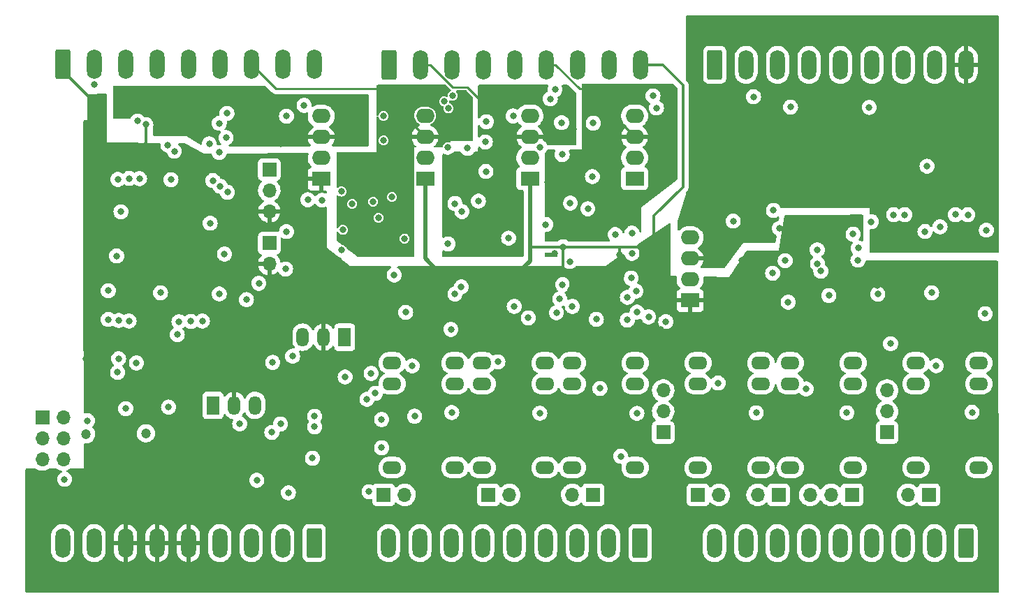
<source format=gbr>
%TF.GenerationSoftware,KiCad,Pcbnew,(6.0.4)*%
%TF.CreationDate,2022-12-17T19:50:05+01:00*%
%TF.ProjectId,bsc,6273632e-6b69-4636-9164-5f7063625858,rev?*%
%TF.SameCoordinates,Original*%
%TF.FileFunction,Copper,L2,Inr*%
%TF.FilePolarity,Positive*%
%FSLAX46Y46*%
G04 Gerber Fmt 4.6, Leading zero omitted, Abs format (unit mm)*
G04 Created by KiCad (PCBNEW (6.0.4)) date 2022-12-17 19:50:05*
%MOMM*%
%LPD*%
G01*
G04 APERTURE LIST*
G04 Aperture macros list*
%AMRoundRect*
0 Rectangle with rounded corners*
0 $1 Rounding radius*
0 $2 $3 $4 $5 $6 $7 $8 $9 X,Y pos of 4 corners*
0 Add a 4 corners polygon primitive as box body*
4,1,4,$2,$3,$4,$5,$6,$7,$8,$9,$2,$3,0*
0 Add four circle primitives for the rounded corners*
1,1,$1+$1,$2,$3*
1,1,$1+$1,$4,$5*
1,1,$1+$1,$6,$7*
1,1,$1+$1,$8,$9*
0 Add four rect primitives between the rounded corners*
20,1,$1+$1,$2,$3,$4,$5,0*
20,1,$1+$1,$4,$5,$6,$7,0*
20,1,$1+$1,$6,$7,$8,$9,0*
20,1,$1+$1,$8,$9,$2,$3,0*%
G04 Aperture macros list end*
%TA.AperFunction,ComponentPad*%
%ADD10R,1.700000X1.700000*%
%TD*%
%TA.AperFunction,ComponentPad*%
%ADD11O,1.700000X1.700000*%
%TD*%
%TA.AperFunction,ComponentPad*%
%ADD12O,2.300000X1.600000*%
%TD*%
%TA.AperFunction,ComponentPad*%
%ADD13R,2.250000X1.750000*%
%TD*%
%TA.AperFunction,ComponentPad*%
%ADD14O,2.250000X1.750000*%
%TD*%
%TA.AperFunction,ComponentPad*%
%ADD15RoundRect,0.250000X-0.650000X-1.550000X0.650000X-1.550000X0.650000X1.550000X-0.650000X1.550000X0*%
%TD*%
%TA.AperFunction,ComponentPad*%
%ADD16O,1.800000X3.600000*%
%TD*%
%TA.AperFunction,ComponentPad*%
%ADD17R,1.500000X2.300000*%
%TD*%
%TA.AperFunction,ComponentPad*%
%ADD18O,1.500000X2.300000*%
%TD*%
%TA.AperFunction,ComponentPad*%
%ADD19RoundRect,0.250000X0.650000X1.550000X-0.650000X1.550000X-0.650000X-1.550000X0.650000X-1.550000X0*%
%TD*%
%TA.AperFunction,ViaPad*%
%ADD20C,0.800000*%
%TD*%
%TA.AperFunction,ViaPad*%
%ADD21C,1.200000*%
%TD*%
%TA.AperFunction,Conductor*%
%ADD22C,0.250000*%
%TD*%
%TA.AperFunction,Conductor*%
%ADD23C,0.350000*%
%TD*%
%TA.AperFunction,Conductor*%
%ADD24C,0.500000*%
%TD*%
G04 APERTURE END LIST*
D10*
%TO.N,/OUTPUT/TACHO1*%
%TO.C,J14*%
X135432800Y-81584800D03*
D11*
%TO.N,/OUTPUT/REL1_NC_TACHO*%
X135432800Y-79044800D03*
%TO.N,/OUTPUT/REL1_NC*%
X135432800Y-76504800D03*
%TD*%
D10*
%TO.N,/OUTPUT/REL6_COM*%
%TO.C,J9*%
X74422000Y-89154000D03*
D11*
%TO.N,V_IN*%
X76962000Y-89154000D03*
%TD*%
D12*
%TO.N,N/C*%
%TO.C,K4*%
X120142000Y-85852000D03*
%TO.N,/OUTPUT/VCC_REL*%
X120142000Y-75692000D03*
%TO.N,/OUTPUT/REL3_NO*%
X120142000Y-73152000D03*
%TO.N,/OUTPUT/REL3_NC*%
X112522000Y-73152000D03*
%TO.N,Net-(D7-Pad2)*%
X112522000Y-75692000D03*
%TO.N,/OUTPUT/REL3_COM*%
X112522000Y-85852000D03*
%TD*%
D13*
%TO.N,GND*%
%TO.C,PS2*%
X111570500Y-65583500D03*
D14*
%TO.N,+5V*%
X111570500Y-63043500D03*
%TO.N,GND1*%
X111570500Y-60503500D03*
%TO.N,/INPUT/5V_1*%
X111570500Y-57963500D03*
%TD*%
D10*
%TO.N,/OUTPUT/REL4_COM*%
%TO.C,J5*%
X99822000Y-89154000D03*
D11*
%TO.N,V_IN*%
X97282000Y-89154000D03*
%TD*%
D10*
%TO.N,/OUTPUT/REL1_COM*%
%TO.C,J10*%
X140512800Y-89154000D03*
D11*
%TO.N,V_IN*%
X137972800Y-89154000D03*
%TD*%
D10*
%TO.N,/OUTPUT/TACHO3*%
%TO.C,J16*%
X108305600Y-81584800D03*
D11*
%TO.N,/OUTPUT/REL3_NC_TACHO*%
X108305600Y-79044800D03*
%TO.N,/OUTPUT/REL3_NC*%
X108305600Y-76504800D03*
%TD*%
D10*
%TO.N,/OUTPUT/REL3_COM*%
%TO.C,J13*%
X112517000Y-89154000D03*
D11*
%TO.N,V_IN*%
X115057000Y-89154000D03*
%TD*%
D13*
%TO.N,GND*%
%TO.C,PS5*%
X92137500Y-50800000D03*
D14*
%TO.N,+5V*%
X92137500Y-48260000D03*
%TO.N,/serial/U2_GND*%
X92137500Y-45720000D03*
%TO.N,/serial/U2_VCC*%
X92137500Y-43180000D03*
%TD*%
D15*
%TO.N,/serial/U2_VCC_e*%
%TO.C,X2*%
X75055000Y-37000000D03*
D16*
%TO.N,/serial/U2_GND*%
X78865000Y-37000000D03*
%TO.N,/serial/U2TX_O*%
X82675000Y-37000000D03*
%TO.N,/serial/U2RX_O*%
X86485000Y-37000000D03*
%TO.N,/serial/U3_VCC_e*%
X90295000Y-37000000D03*
%TO.N,/serial/U3_GND*%
X94105000Y-37000000D03*
%TO.N,/serial/U3TX_O*%
X97915000Y-37000000D03*
%TO.N,/serial/U3RX_O*%
X101725000Y-37000000D03*
%TO.N,GND*%
X105535000Y-37000000D03*
%TD*%
D17*
%TO.N,V_IN*%
%TO.C,U1*%
X69688500Y-70032500D03*
D18*
%TO.N,GND*%
X67148500Y-70032500D03*
%TO.N,+3V3*%
X64608500Y-70032500D03*
%TD*%
D12*
%TO.N,N/C*%
%TO.C,K3*%
X131318000Y-85852000D03*
%TO.N,/OUTPUT/VCC_REL*%
X131318000Y-75692000D03*
%TO.N,/OUTPUT/REL2_NO*%
X131318000Y-73152000D03*
%TO.N,/OUTPUT/REL2_NC*%
X123698000Y-73152000D03*
%TO.N,Net-(D6-Pad2)*%
X123698000Y-75692000D03*
%TO.N,/OUTPUT/REL2_COM*%
X123698000Y-85852000D03*
%TD*%
D15*
%TO.N,GND*%
%TO.C,X1*%
X35560000Y-36957000D03*
D16*
%TO.N,+3V3*%
X39370000Y-36957000D03*
%TO.N,/onewire*%
X43180000Y-36957000D03*
%TO.N,/CAN_H*%
X46990000Y-36957000D03*
%TO.N,/CAN_L*%
X50800000Y-36957000D03*
%TO.N,/U1_VCC_e*%
X54610000Y-36957000D03*
%TO.N,/U1_GND*%
X58420000Y-36957000D03*
%TO.N,/U1TX_O*%
X62230000Y-36957000D03*
%TO.N,/U1RX_O*%
X66040000Y-36957000D03*
%TD*%
D12*
%TO.N,N/C*%
%TO.C,K7*%
X83058000Y-85852000D03*
%TO.N,/OUTPUT/VCC_REL*%
X83058000Y-75692000D03*
%TO.N,/OUTPUT/REL6_NO*%
X83058000Y-73152000D03*
%TO.N,/OUTPUT/REL6_NC*%
X75438000Y-73152000D03*
%TO.N,Net-(D10-Pad2)*%
X75438000Y-75692000D03*
%TO.N,/OUTPUT/REL6_COM*%
X75438000Y-85852000D03*
%TD*%
D19*
%TO.N,/OUTPUT/REL4_NO*%
%TO.C,X5*%
X105500000Y-95000000D03*
D16*
%TO.N,/OUTPUT/REL4_COM*%
X101690000Y-95000000D03*
%TO.N,/OUTPUT/TACHO4*%
X97880000Y-95000000D03*
%TO.N,/OUTPUT/REL5_NO*%
X94070000Y-95000000D03*
%TO.N,/OUTPUT/REL5_COM*%
X90260000Y-95000000D03*
%TO.N,/OUTPUT/TACHO5*%
X86450000Y-95000000D03*
%TO.N,/OUTPUT/REL6_NO*%
X82640000Y-95000000D03*
%TO.N,/OUTPUT/REL6_COM*%
X78830000Y-95000000D03*
%TO.N,/OUTPUT/TACHO6*%
X75020000Y-95000000D03*
%TD*%
D10*
%TO.N,/SCL*%
%TO.C,J11*%
X33065800Y-79796400D03*
D11*
%TO.N,GND*%
X35605800Y-79796400D03*
%TO.N,/SDA*%
X33065800Y-82336400D03*
%TO.N,GND*%
X35605800Y-82336400D03*
%TO.N,Net-(J11-Pad5)*%
X33065800Y-84876400D03*
%TO.N,Net-(J11-Pad6)*%
X35605800Y-84876400D03*
%TD*%
D15*
%TO.N,/INPUT/DI1_P*%
%TO.C,X3*%
X114554000Y-37000000D03*
D16*
%TO.N,/INPUT/5V_1*%
X118364000Y-37000000D03*
%TO.N,/INPUT/DI2_P*%
X122174000Y-37000000D03*
%TO.N,/INPUT/5V_1*%
X125984000Y-37000000D03*
%TO.N,/INPUT/DI3_P*%
X129794000Y-37000000D03*
%TO.N,/INPUT/5V_1*%
X133604000Y-37000000D03*
%TO.N,/INPUT/DI4_P*%
X137414000Y-37000000D03*
%TO.N,/INPUT/5V_1*%
X141224000Y-37000000D03*
%TO.N,GND1*%
X145034000Y-37000000D03*
%TD*%
D12*
%TO.N,N/C*%
%TO.C,K2*%
X146558000Y-85852000D03*
%TO.N,/OUTPUT/VCC_REL*%
X146558000Y-75692000D03*
%TO.N,/OUTPUT/REL1_NO*%
X146558000Y-73152000D03*
%TO.N,/OUTPUT/REL1_NC*%
X138938000Y-73152000D03*
%TO.N,Net-(D5-Pad2)*%
X138938000Y-75692000D03*
%TO.N,/OUTPUT/REL1_COM*%
X138938000Y-85852000D03*
%TD*%
%TO.N,N/C*%
%TO.C,K6*%
X93980000Y-85852000D03*
%TO.N,/OUTPUT/VCC_REL*%
X93980000Y-75692000D03*
%TO.N,/OUTPUT/REL5_NO*%
X93980000Y-73152000D03*
%TO.N,/OUTPUT/REL5_NC*%
X86360000Y-73152000D03*
%TO.N,Net-(D9-Pad2)*%
X86360000Y-75692000D03*
%TO.N,/OUTPUT/REL5_COM*%
X86360000Y-85852000D03*
%TD*%
D19*
%TO.N,/AI1*%
%TO.C,X4*%
X66000000Y-95000000D03*
D16*
%TO.N,V_IN*%
X62190000Y-95000000D03*
%TO.N,+5V*%
X58380000Y-95000000D03*
%TO.N,+3V3*%
X54570000Y-95000000D03*
%TO.N,GND*%
X50760000Y-95000000D03*
X46950000Y-95000000D03*
X43140000Y-95000000D03*
%TO.N,V_IN2*%
X39330000Y-95000000D03*
%TO.N,V_IN1*%
X35520000Y-95000000D03*
%TD*%
D10*
%TO.N,/U0RXD*%
%TO.C,J2*%
X60553600Y-49697400D03*
D11*
%TO.N,/U0TXD*%
X60553600Y-52237400D03*
%TO.N,GND*%
X60553600Y-54777400D03*
%TD*%
D19*
%TO.N,/OUTPUT/REL1_NO*%
%TO.C,X6*%
X145000000Y-95000000D03*
D16*
%TO.N,/OUTPUT/REL1_COM*%
X141190000Y-95000000D03*
%TO.N,/OUTPUT/REL1_NC_TACHO*%
X137380000Y-95000000D03*
%TO.N,/OUTPUT/REL2_NO*%
X133570000Y-95000000D03*
%TO.N,/OUTPUT/REL2_COM*%
X129760000Y-95000000D03*
%TO.N,/OUTPUT/REL2_NC_TACHO*%
X125950000Y-95000000D03*
%TO.N,/OUTPUT/REL3_NO*%
X122140000Y-95000000D03*
%TO.N,/OUTPUT/REL3_COM*%
X118330000Y-95000000D03*
%TO.N,/OUTPUT/REL3_NC_TACHO*%
X114520000Y-95000000D03*
%TD*%
D10*
%TO.N,/LED1*%
%TO.C,J4*%
X60553600Y-58618200D03*
D11*
%TO.N,GND*%
X60553600Y-61158200D03*
%TD*%
D10*
%TO.N,/OUTPUT/REL2_COM*%
%TO.C,J12*%
X122275600Y-89154000D03*
D11*
%TO.N,V_IN*%
X119735600Y-89154000D03*
%TD*%
D13*
%TO.N,GND*%
%TO.C,PS3*%
X79437500Y-50800000D03*
D14*
%TO.N,+5V*%
X79437500Y-48260000D03*
%TO.N,/U1_GND*%
X79437500Y-45720000D03*
%TO.N,/serial/U1_VCC*%
X79437500Y-43180000D03*
%TD*%
D10*
%TO.N,/OUTPUT/TACHO2*%
%TO.C,J15*%
X131176000Y-89154000D03*
D11*
%TO.N,/OUTPUT/REL2_NC_TACHO*%
X128636000Y-89154000D03*
%TO.N,/OUTPUT/REL2_NC*%
X126096000Y-89154000D03*
%TD*%
D12*
%TO.N,N/C*%
%TO.C,K5*%
X104902000Y-85852000D03*
%TO.N,/OUTPUT/VCC_REL*%
X104902000Y-75692000D03*
%TO.N,/OUTPUT/REL4_NO*%
X104902000Y-73152000D03*
%TO.N,/OUTPUT/REL4_NC*%
X97282000Y-73152000D03*
%TO.N,Net-(D8-Pad2)*%
X97282000Y-75692000D03*
%TO.N,/OUTPUT/REL4_COM*%
X97282000Y-85852000D03*
%TD*%
D13*
%TO.N,GND*%
%TO.C,PS4*%
X104837500Y-50800000D03*
D14*
%TO.N,+5V*%
X104837500Y-48260000D03*
%TO.N,/serial/U3_GND*%
X104837500Y-45720000D03*
%TO.N,/serial/U3_VCC*%
X104837500Y-43180000D03*
%TD*%
D10*
%TO.N,/OUTPUT/REL5_COM*%
%TO.C,J8*%
X87117000Y-89154000D03*
D11*
%TO.N,V_IN*%
X89657000Y-89154000D03*
%TD*%
D17*
%TO.N,V_IN*%
%TO.C,U19*%
X53755500Y-78303500D03*
D18*
%TO.N,GND*%
X56295500Y-78303500D03*
%TO.N,+5V*%
X58835500Y-78303500D03*
%TD*%
D13*
%TO.N,GND*%
%TO.C,PS1*%
X66864500Y-50851500D03*
D14*
%TO.N,+5V*%
X66864500Y-48311500D03*
%TO.N,/CAN_GND*%
X66864500Y-45771500D03*
%TO.N,/CAN_VCC*%
X66864500Y-43231500D03*
%TD*%
D20*
%TO.N,+5V*%
X62534800Y-61772800D03*
X60960001Y-73094177D03*
%TO.N,/CAN_VCC*%
X62635700Y-43231500D03*
X55425564Y-42877966D03*
X53282650Y-46596638D03*
%TO.N,/CAN_GND*%
X62585600Y-45161200D03*
X42722800Y-42519600D03*
X61976000Y-46583600D03*
X45516800Y-41605200D03*
X52527200Y-41046400D03*
X71577200Y-44602400D03*
X70104000Y-45770800D03*
%TO.N,Net-(D5-Pad2)*%
X141388300Y-73495700D03*
%TO.N,Net-(D6-Pad2)*%
X125628400Y-76301600D03*
%TO.N,Net-(D7-Pad2)*%
X114960400Y-75590400D03*
%TO.N,V_IN*%
X69748400Y-74853800D03*
X43154600Y-78689200D03*
D21*
X38354000Y-81788000D03*
D20*
X60858400Y-81584800D03*
X48340400Y-78511400D03*
D21*
X45593000Y-81686400D03*
D20*
%TO.N,GND1*%
X119024400Y-48412400D03*
X119284000Y-53842400D03*
X119024400Y-44704000D03*
X138023600Y-48260000D03*
X128815500Y-44586800D03*
X126187200Y-53797200D03*
X138023600Y-44348400D03*
X128117600Y-48361600D03*
X134823200Y-53898800D03*
X147421600Y-48412400D03*
X117906800Y-56845200D03*
X146405600Y-42926000D03*
X147167600Y-54152800D03*
%TO.N,/CAN_H*%
X44583100Y-43821100D03*
%TO.N,Net-(D20-Pad3)*%
X140033100Y-57222100D03*
X121666000Y-54660800D03*
%TO.N,/INPUT/5V_1*%
X116789200Y-55956200D03*
%TO.N,GND*%
X120015000Y-67056000D03*
X85801200Y-66852800D03*
X126949200Y-64566800D03*
X40005000Y-77089000D03*
X107188000Y-58089800D03*
X127000000Y-66929000D03*
X96175909Y-59083310D03*
X68986400Y-60756800D03*
X137795000Y-65278000D03*
X119557800Y-69900800D03*
X56515000Y-72517000D03*
X39751000Y-50800000D03*
X90312750Y-69928413D03*
X145034000Y-67868800D03*
X93659400Y-70905500D03*
X86690200Y-68847300D03*
X44323000Y-71247000D03*
X43434000Y-74803000D03*
X45339000Y-77597000D03*
X97078800Y-64312800D03*
X38354000Y-72644000D03*
X76276200Y-68999700D03*
X69589400Y-77326800D03*
X59690000Y-72517000D03*
X126111000Y-55753000D03*
X57353200Y-87934800D03*
X73888600Y-71918700D03*
X103186800Y-62674200D03*
X102997000Y-60071000D03*
X38658800Y-49225200D03*
X66802000Y-88900000D03*
X128651000Y-61417200D03*
X122402600Y-66954400D03*
X43942000Y-60198000D03*
X49377600Y-76962000D03*
X85801200Y-62179200D03*
X38735000Y-67945000D03*
X80924400Y-61976000D03*
X133731000Y-67093500D03*
X65136361Y-74469211D03*
X97070307Y-68217323D03*
X58039000Y-68580000D03*
X73408815Y-67099998D03*
X134226900Y-63804800D03*
X117805200Y-60706000D03*
X134977900Y-69088000D03*
X54356000Y-62103000D03*
X144018000Y-62357000D03*
X52451000Y-71628000D03*
X100761800Y-72186800D03*
X107975400Y-69088000D03*
X122390500Y-56817000D03*
X45586981Y-44245940D03*
X38506400Y-78714600D03*
X127508000Y-57531000D03*
%TO.N,/serial/U1_VCC*%
X82269764Y-42288672D03*
X75438000Y-53035200D03*
X74396600Y-43205400D03*
X74422000Y-46177200D03*
X69286901Y-52370501D03*
X76962000Y-58064400D03*
%TO.N,+3V3*%
X63384300Y-72327100D03*
X43561000Y-68072000D03*
X123444000Y-65786000D03*
X104509119Y-59857810D03*
X103950729Y-67945829D03*
X74168000Y-83439000D03*
X94615000Y-41122600D03*
X48260000Y-46736000D03*
X72390000Y-77559500D03*
X41034300Y-64389000D03*
X82804000Y-40741600D03*
X39370000Y-39420800D03*
X131953000Y-59219500D03*
X134315200Y-64820800D03*
X72644000Y-88773000D03*
X107061000Y-40767000D03*
X140843000Y-64643000D03*
X62872300Y-88900000D03*
X100199400Y-67855500D03*
X96964665Y-60860020D03*
X35737800Y-87274400D03*
X90246200Y-66294000D03*
X147320000Y-67183000D03*
X131318000Y-57531000D03*
X44450000Y-73152000D03*
X121564400Y-62280800D03*
X59045500Y-87382075D03*
X41034300Y-67874800D03*
X74168000Y-80010000D03*
X38506400Y-80162400D03*
X77090581Y-67018500D03*
X104521000Y-57404000D03*
X42164000Y-74295000D03*
%TO.N,/U1RX*%
X53721000Y-51041900D03*
X59283600Y-63500000D03*
X75692000Y-62484000D03*
%TO.N,/RST_ESP*%
X42291000Y-72644000D03*
X42049500Y-60177419D03*
X42316400Y-67995800D03*
%TO.N,/serial/U3_VCC*%
X107492800Y-42240200D03*
X99822000Y-44069000D03*
X99720400Y-50546000D03*
X102489000Y-57581800D03*
%TO.N,/U1TX*%
X54610000Y-51726500D03*
%TO.N,/U1TX_O*%
X70612000Y-53873400D03*
X73152000Y-53594000D03*
X64770000Y-41910000D03*
%TO.N,/U3RX*%
X47371000Y-64643000D03*
%TO.N,/serial/U3_GND*%
X101752400Y-50342800D03*
X95148400Y-59893200D03*
X109220000Y-44704000D03*
X94386400Y-58039000D03*
X94326409Y-51197209D03*
X95850996Y-53521427D03*
%TO.N,/H_CLK*%
X105142100Y-66974100D03*
X54495178Y-64777615D03*
%TO.N,/H_MISO*%
X57784100Y-65477989D03*
X103962200Y-65201800D03*
%TO.N,/H_MOSI*%
X55118000Y-59944000D03*
%TO.N,Net-(D21-Pad3)*%
X136228100Y-55173600D03*
%TO.N,Net-(D22-Pad3)*%
X147468900Y-57055300D03*
%TO.N,/serial/U3_VCC_e*%
X95194200Y-39992500D03*
%TO.N,/CAN_Tx*%
X54483000Y-47625000D03*
%TO.N,/U3TX*%
X51054000Y-68122800D03*
%TO.N,/serial/U2_VCC*%
X86868000Y-43891200D03*
X90119200Y-43205400D03*
X95986600Y-44018200D03*
X89560400Y-58013600D03*
X86817200Y-49936400D03*
X86742212Y-46353788D03*
%TO.N,/CAN_Rx*%
X49049962Y-47483988D03*
%TO.N,/U2RX*%
X83820000Y-63931800D03*
%TO.N,/onewire*%
X48641000Y-50927000D03*
%TO.N,/serial/U2_GND*%
X83464400Y-59842400D03*
X97447700Y-44805600D03*
X93980000Y-44805600D03*
X82143600Y-51257200D03*
X89204800Y-46228000D03*
%TO.N,/SDA*%
X42570398Y-54813200D03*
%TO.N,/U0RXD*%
X44825000Y-50800000D03*
%TO.N,/U0TXD*%
X43561000Y-50774600D03*
%TO.N,/SCL*%
X42205400Y-50897800D03*
%TO.N,/U2TX*%
X83058000Y-64795400D03*
%TO.N,/OUTPUT/VCC_REL*%
X130556000Y-79197200D03*
X105119400Y-79266800D03*
X145745200Y-79146400D03*
X82677000Y-79171800D03*
X78181200Y-79615700D03*
X61909736Y-80553336D03*
X119579400Y-79206800D03*
X56972200Y-80543400D03*
X93349400Y-79246800D03*
%TO.N,/OUTPUT/TACHO3*%
X103149400Y-84480400D03*
%TO.N,/U3RXTX_EN*%
X49599836Y-68150434D03*
X82219800Y-58724800D03*
%TO.N,/U1RXTX_EN*%
X55482000Y-52451000D03*
X62636400Y-57226200D03*
%TO.N,/U1_GND*%
X72237600Y-59232800D03*
X70713600Y-48107600D03*
X76733400Y-46228000D03*
X81785671Y-46029249D03*
%TO.N,/OUTPUT/TACHO6*%
X65786000Y-84709000D03*
%TO.N,Net-(D8-Pad2)*%
X100634800Y-76250800D03*
%TO.N,Net-(D9-Pad2)*%
X88265000Y-73025000D03*
%TO.N,Net-(D10-Pad2)*%
X77876400Y-73507600D03*
%TO.N,Net-(IC1-Pad2)*%
X137578800Y-55179400D03*
X119253000Y-40868600D03*
%TO.N,/INPUT/DI4_P*%
X140282400Y-49293200D03*
%TO.N,/INPUT/IO_DI_PL*%
X97282000Y-66294000D03*
X52451000Y-68072000D03*
X106537220Y-67559600D03*
%TO.N,/serial/U2RXTX_ENs*%
X83908400Y-54800000D03*
%TO.N,/OUTPUT/REL1*%
X108610400Y-68148200D03*
X104419400Y-62865000D03*
X135864600Y-70815200D03*
X105003600Y-64439800D03*
%TO.N,Net-(D23-Pad3)*%
X143727000Y-55171600D03*
%TO.N,/OUTPUT/REL4*%
X95359400Y-67066800D03*
X96111262Y-63658661D03*
%TO.N,/serial/U1RXTX_ENs*%
X73787000Y-55549800D03*
X66958300Y-53417000D03*
X69469000Y-57023000D03*
%TO.N,/OUTPUT/REL5*%
X95758000Y-65405000D03*
X82575400Y-69088000D03*
X91948000Y-67691000D03*
%TO.N,/serial/U3RXTX_ENs*%
X94056200Y-56362600D03*
%TO.N,Net-(IC1-Pad4)*%
X123737800Y-42116600D03*
X133531258Y-56019500D03*
%TO.N,/INPUT/DI1s*%
X126975000Y-59436000D03*
%TO.N,/INPUT/DI2s*%
X127000000Y-61112400D03*
%TO.N,Net-(IC1-Pad6)*%
X123085400Y-60742600D03*
X131907100Y-60678500D03*
%TO.N,/INPUT/DI3s*%
X127406400Y-62026800D03*
%TO.N,Net-(D11-Pad2)*%
X69342000Y-59436000D03*
X65229300Y-53359700D03*
%TO.N,/T_ADDR2*%
X49403000Y-69723000D03*
X53390800Y-56210200D03*
%TO.N,/INPUT/DI4s*%
X128389941Y-64975994D03*
%TO.N,/CAN_Rx_s*%
X54495100Y-44084698D03*
%TO.N,/CAN_Tx_s*%
X55319664Y-45827957D03*
%TO.N,/serial/U3RX_O*%
X99161600Y-54457600D03*
X97044732Y-53768066D03*
%TO.N,/serial/U3TX_O*%
X96062800Y-47879000D03*
X93370400Y-46990000D03*
%TO.N,/serial/U2TX_O*%
X83062600Y-53818000D03*
X81762600Y-41427400D03*
X85902800Y-53517800D03*
%TO.N,Net-(IC2-Pad2)*%
X133276300Y-42158000D03*
X145231100Y-55187400D03*
%TO.N,Net-(IC2-Pad4)*%
X141859000Y-56642000D03*
%TO.N,/OUTPUT/T_ADDR1*%
X72898001Y-74421999D03*
X66040002Y-79629000D03*
%TO.N,/OUTPUT/T_ADDR0*%
X73406000Y-76835000D03*
X66040000Y-80899000D03*
%TO.N,Net-(C45-Pad1)*%
X84582000Y-47117000D03*
X82169000Y-46990000D03*
%TD*%
D22*
%TO.N,/CAN_GND*%
X63195900Y-45771500D02*
X62585600Y-45161200D01*
X66864500Y-45771500D02*
X63195900Y-45771500D01*
D23*
%TO.N,GND*%
X102923710Y-59083310D02*
X106194490Y-59083310D01*
X102997000Y-59156600D02*
X102923710Y-59083310D01*
X102997000Y-62484400D02*
X102997000Y-60071000D01*
X96175909Y-59083310D02*
X92331910Y-59083310D01*
X35560000Y-37795200D02*
X40233600Y-42468800D01*
X40233600Y-47650400D02*
X38658800Y-49225200D01*
X110693200Y-39471600D02*
X108221600Y-37000000D01*
X106194490Y-59083310D02*
X107188000Y-58089800D01*
X40233600Y-46736000D02*
X40233600Y-47650400D01*
D24*
X92137500Y-58888900D02*
X92137500Y-60795900D01*
D23*
X96175909Y-59083310D02*
X102923710Y-59083310D01*
X96175909Y-62038309D02*
X97078800Y-62941200D01*
D24*
X90754200Y-62179200D02*
X85801200Y-62179200D01*
D23*
X45262800Y-46736000D02*
X45586981Y-46411819D01*
D24*
X92137500Y-60795900D02*
X90754200Y-62179200D01*
D23*
X45586981Y-46411819D02*
X45586981Y-44245940D01*
X85801200Y-62179200D02*
X81127600Y-62179200D01*
X102997000Y-60071000D02*
X102997000Y-59156600D01*
X108221600Y-37000000D02*
X105535000Y-37000000D01*
X96175909Y-59083310D02*
X96175909Y-62038309D01*
X40233600Y-42468800D02*
X40233600Y-46736000D01*
D24*
X79437500Y-60489100D02*
X80924400Y-61976000D01*
D23*
X81127600Y-62179200D02*
X80924400Y-61976000D01*
D24*
X79437500Y-50800000D02*
X79437500Y-60489100D01*
D23*
X92331910Y-59083310D02*
X92137500Y-58888900D01*
X107188000Y-55321200D02*
X110693200Y-51816000D01*
X103186800Y-62674200D02*
X102997000Y-62484400D01*
X107188000Y-58089800D02*
X107188000Y-55321200D01*
X97078800Y-62941200D02*
X97078800Y-64312800D01*
X110693200Y-51816000D02*
X110693200Y-39471600D01*
X40233600Y-46736000D02*
X45262800Y-46736000D01*
D24*
X92137500Y-50800000D02*
X92137500Y-58888900D01*
D23*
X35560000Y-36957000D02*
X35560000Y-37795200D01*
D22*
%TO.N,/serial/U3_GND*%
X99046300Y-39928800D02*
X104837500Y-45720000D01*
X98145600Y-39928800D02*
X99046300Y-39928800D01*
X94105000Y-37000000D02*
X95216800Y-37000000D01*
X95216800Y-37000000D02*
X98145600Y-39928800D01*
%TO.N,/serial/U2_GND*%
X80027600Y-37000000D02*
X82778600Y-39751000D01*
X78865000Y-37000000D02*
X80027600Y-37000000D01*
X84582000Y-39751000D02*
X90551000Y-45720000D01*
X82778600Y-39751000D02*
X84582000Y-39751000D01*
X90551000Y-45720000D02*
X92137500Y-45720000D01*
%TO.N,/U1_GND*%
X58420000Y-36957000D02*
X61391800Y-39928800D01*
X61391800Y-39928800D02*
X73646300Y-39928800D01*
X73646300Y-39928800D02*
X79437500Y-45720000D01*
%TD*%
%TA.AperFunction,Conductor*%
%TO.N,/U1_GND*%
G36*
X82004005Y-39440802D02*
G01*
X82024979Y-39457705D01*
X82534489Y-39967215D01*
X82541916Y-39975319D01*
X82566145Y-40004194D01*
X82564745Y-40005368D01*
X82596771Y-40053504D01*
X82597897Y-40124491D01*
X82560466Y-40184819D01*
X82524671Y-40207325D01*
X82501159Y-40217064D01*
X82375718Y-40313318D01*
X82279464Y-40438759D01*
X82218956Y-40584838D01*
X82198318Y-40741600D01*
X82199396Y-40749788D01*
X82199396Y-40749789D01*
X82199951Y-40754003D01*
X82199396Y-40757563D01*
X82199396Y-40758046D01*
X82199321Y-40758046D01*
X82189015Y-40824152D01*
X82141888Y-40877253D01*
X82073535Y-40896445D01*
X82026812Y-40886863D01*
X81926992Y-40845516D01*
X81926989Y-40845515D01*
X81919362Y-40842356D01*
X81762600Y-40821718D01*
X81605838Y-40842356D01*
X81459759Y-40902864D01*
X81334318Y-40999118D01*
X81238064Y-41124559D01*
X81177556Y-41270638D01*
X81156918Y-41427400D01*
X81177556Y-41584162D01*
X81238064Y-41730241D01*
X81334318Y-41855682D01*
X81340864Y-41860705D01*
X81370518Y-41883459D01*
X81459759Y-41951936D01*
X81541589Y-41985831D01*
X81605838Y-42012444D01*
X81604482Y-42015718D01*
X81651167Y-42044108D01*
X81682255Y-42107936D01*
X81682943Y-42145406D01*
X81673311Y-42218568D01*
X81664082Y-42288672D01*
X81684720Y-42445434D01*
X81745228Y-42591513D01*
X81841482Y-42716954D01*
X81966923Y-42813208D01*
X82113002Y-42873716D01*
X82269764Y-42894354D01*
X82277952Y-42893276D01*
X82418338Y-42874794D01*
X82426526Y-42873716D01*
X82572605Y-42813208D01*
X82698046Y-42716954D01*
X82794300Y-42591513D01*
X82854808Y-42445434D01*
X82875446Y-42288672D01*
X82854808Y-42131910D01*
X82794300Y-41985831D01*
X82698046Y-41860390D01*
X82683380Y-41849136D01*
X82579156Y-41769163D01*
X82572605Y-41764136D01*
X82426526Y-41703628D01*
X82427882Y-41700354D01*
X82381197Y-41671964D01*
X82350109Y-41608136D01*
X82349421Y-41570666D01*
X82367204Y-41435588D01*
X82368282Y-41427400D01*
X82366649Y-41414997D01*
X82367204Y-41411437D01*
X82367204Y-41410954D01*
X82367279Y-41410954D01*
X82377585Y-41344848D01*
X82424712Y-41291747D01*
X82493065Y-41272555D01*
X82539788Y-41282137D01*
X82639608Y-41323484D01*
X82639611Y-41323485D01*
X82647238Y-41326644D01*
X82804000Y-41347282D01*
X82812188Y-41346204D01*
X82952574Y-41327722D01*
X82960762Y-41326644D01*
X83106841Y-41266136D01*
X83232282Y-41169882D01*
X83328536Y-41044441D01*
X83389044Y-40898362D01*
X83409682Y-40741600D01*
X83389044Y-40584838D01*
X83328536Y-40438759D01*
X83232282Y-40313318D01*
X83218137Y-40302464D01*
X83176268Y-40245127D01*
X83172045Y-40174256D01*
X83206809Y-40112352D01*
X83269521Y-40079070D01*
X83294839Y-40076500D01*
X84394984Y-40076500D01*
X84463105Y-40096502D01*
X84484079Y-40113405D01*
X85154695Y-40784021D01*
X85188721Y-40846333D01*
X85191600Y-40873116D01*
X85191600Y-46152800D01*
X85171598Y-46220921D01*
X85117942Y-46267414D01*
X85065600Y-46278800D01*
X82550000Y-46278800D01*
X82550000Y-46309266D01*
X82529998Y-46377387D01*
X82476342Y-46423880D01*
X82406068Y-46433984D01*
X82375782Y-46425675D01*
X82333391Y-46408116D01*
X82325762Y-46404956D01*
X82169000Y-46384318D01*
X82012238Y-46404956D01*
X81866159Y-46465464D01*
X81740718Y-46561718D01*
X81644464Y-46687159D01*
X81583956Y-46833238D01*
X81582878Y-46841426D01*
X81574397Y-46905846D01*
X81545675Y-46970773D01*
X81486409Y-47009865D01*
X81449475Y-47015400D01*
X80647857Y-47015400D01*
X80579736Y-46995398D01*
X80533243Y-46941742D01*
X80523139Y-46871468D01*
X80552633Y-46806888D01*
X80560885Y-46798230D01*
X80723192Y-46643398D01*
X80730238Y-46635434D01*
X80863968Y-46455693D01*
X80869567Y-46446663D01*
X80971104Y-46246955D01*
X80975104Y-46237104D01*
X81041539Y-46023148D01*
X81043822Y-46012764D01*
X81046580Y-45991957D01*
X81044384Y-45977793D01*
X81031197Y-45974000D01*
X77845763Y-45974000D01*
X77832232Y-45977973D01*
X77830707Y-45988580D01*
X77856945Y-46113629D01*
X77860005Y-46123826D01*
X77942289Y-46332184D01*
X77947023Y-46341721D01*
X78063242Y-46533244D01*
X78069506Y-46541834D01*
X78216335Y-46711039D01*
X78223965Y-46718459D01*
X78313614Y-46791966D01*
X78353609Y-46850626D01*
X78355540Y-46921596D01*
X78318796Y-46982344D01*
X78255041Y-47013583D01*
X78233723Y-47015400D01*
X78130400Y-47015400D01*
X78130400Y-48046391D01*
X78129096Y-48064469D01*
X78108398Y-48207223D01*
X78117886Y-48412229D01*
X78119290Y-48418054D01*
X78126893Y-48449602D01*
X78130400Y-48479123D01*
X78130400Y-49811696D01*
X78123432Y-49846729D01*
X78123633Y-49846769D01*
X78112000Y-49905252D01*
X78112000Y-51694748D01*
X78113207Y-51700816D01*
X78123633Y-51753231D01*
X78123432Y-51753271D01*
X78130400Y-51788304D01*
X78130400Y-60173600D01*
X78110398Y-60241721D01*
X78056742Y-60288214D01*
X78004400Y-60299600D01*
X71315919Y-60299600D01*
X71247798Y-60279598D01*
X71238159Y-60272744D01*
X70851055Y-59969133D01*
X69931682Y-59248056D01*
X69893034Y-59197131D01*
X69869698Y-59140791D01*
X69869695Y-59140787D01*
X69866536Y-59133159D01*
X69770282Y-59007718D01*
X69644841Y-58911464D01*
X69498762Y-58850956D01*
X69444761Y-58843847D01*
X69383447Y-58818068D01*
X68729840Y-58305434D01*
X68688583Y-58247656D01*
X68681600Y-58206291D01*
X68681600Y-58064400D01*
X76356318Y-58064400D01*
X76376956Y-58221162D01*
X76437464Y-58367241D01*
X76533718Y-58492682D01*
X76659159Y-58588936D01*
X76805238Y-58649444D01*
X76962000Y-58670082D01*
X76970188Y-58669004D01*
X77110574Y-58650522D01*
X77118762Y-58649444D01*
X77264841Y-58588936D01*
X77390282Y-58492682D01*
X77486536Y-58367241D01*
X77547044Y-58221162D01*
X77567682Y-58064400D01*
X77547044Y-57907638D01*
X77486536Y-57761559D01*
X77390282Y-57636118D01*
X77264841Y-57539864D01*
X77118762Y-57479356D01*
X76962000Y-57458718D01*
X76805238Y-57479356D01*
X76659159Y-57539864D01*
X76533718Y-57636118D01*
X76437464Y-57761559D01*
X76376956Y-57907638D01*
X76356318Y-58064400D01*
X68681600Y-58064400D01*
X68681600Y-57324676D01*
X68701602Y-57256555D01*
X68755258Y-57210062D01*
X68825532Y-57199958D01*
X68890112Y-57229452D01*
X68924009Y-57276458D01*
X68944464Y-57325841D01*
X69040718Y-57451282D01*
X69166159Y-57547536D01*
X69312238Y-57608044D01*
X69469000Y-57628682D01*
X69477188Y-57627604D01*
X69617574Y-57609122D01*
X69625762Y-57608044D01*
X69771841Y-57547536D01*
X69897282Y-57451282D01*
X69993536Y-57325841D01*
X70054044Y-57179762D01*
X70074682Y-57023000D01*
X70054044Y-56866238D01*
X69993536Y-56720159D01*
X69897282Y-56594718D01*
X69771841Y-56498464D01*
X69625762Y-56437956D01*
X69469000Y-56417318D01*
X69312238Y-56437956D01*
X69166159Y-56498464D01*
X69040718Y-56594718D01*
X68944464Y-56720159D01*
X68941304Y-56727789D01*
X68924009Y-56769542D01*
X68879461Y-56824823D01*
X68812097Y-56847244D01*
X68743306Y-56829686D01*
X68694928Y-56777724D01*
X68681600Y-56721324D01*
X68681600Y-55549800D01*
X73181318Y-55549800D01*
X73201956Y-55706562D01*
X73262464Y-55852641D01*
X73358718Y-55978082D01*
X73484159Y-56074336D01*
X73630238Y-56134844D01*
X73787000Y-56155482D01*
X73795188Y-56154404D01*
X73935574Y-56135922D01*
X73943762Y-56134844D01*
X74089841Y-56074336D01*
X74215282Y-55978082D01*
X74311536Y-55852641D01*
X74372044Y-55706562D01*
X74392682Y-55549800D01*
X74372044Y-55393038D01*
X74311536Y-55246959D01*
X74215282Y-55121518D01*
X74089841Y-55025264D01*
X73943762Y-54964756D01*
X73787000Y-54944118D01*
X73630238Y-54964756D01*
X73484159Y-55025264D01*
X73358718Y-55121518D01*
X73262464Y-55246959D01*
X73201956Y-55393038D01*
X73181318Y-55549800D01*
X68681600Y-55549800D01*
X68681600Y-53873400D01*
X70006318Y-53873400D01*
X70026956Y-54030162D01*
X70087464Y-54176241D01*
X70183718Y-54301682D01*
X70309159Y-54397936D01*
X70455238Y-54458444D01*
X70612000Y-54479082D01*
X70620188Y-54478004D01*
X70760574Y-54459522D01*
X70768762Y-54458444D01*
X70914841Y-54397936D01*
X71040282Y-54301682D01*
X71136536Y-54176241D01*
X71197044Y-54030162D01*
X71217682Y-53873400D01*
X71202541Y-53758391D01*
X71198122Y-53724826D01*
X71197044Y-53716638D01*
X71146246Y-53594000D01*
X72546318Y-53594000D01*
X72547396Y-53602188D01*
X72562464Y-53716638D01*
X72566956Y-53750762D01*
X72627464Y-53896841D01*
X72723718Y-54022282D01*
X72849159Y-54118536D01*
X72995238Y-54179044D01*
X73152000Y-54199682D01*
X73160188Y-54198604D01*
X73300574Y-54180122D01*
X73308762Y-54179044D01*
X73454841Y-54118536D01*
X73580282Y-54022282D01*
X73676536Y-53896841D01*
X73737044Y-53750762D01*
X73741537Y-53716638D01*
X73756604Y-53602188D01*
X73757682Y-53594000D01*
X73737044Y-53437238D01*
X73676536Y-53291159D01*
X73580282Y-53165718D01*
X73454841Y-53069464D01*
X73372121Y-53035200D01*
X74832318Y-53035200D01*
X74852956Y-53191962D01*
X74913464Y-53338041D01*
X75009718Y-53463482D01*
X75135159Y-53559736D01*
X75281238Y-53620244D01*
X75438000Y-53640882D01*
X75446188Y-53639804D01*
X75586574Y-53621322D01*
X75594762Y-53620244D01*
X75740841Y-53559736D01*
X75866282Y-53463482D01*
X75962536Y-53338041D01*
X76023044Y-53191962D01*
X76043682Y-53035200D01*
X76025229Y-52895037D01*
X76024122Y-52886626D01*
X76023044Y-52878438D01*
X75962536Y-52732359D01*
X75866282Y-52606918D01*
X75740841Y-52510664D01*
X75594762Y-52450156D01*
X75438000Y-52429518D01*
X75281238Y-52450156D01*
X75135159Y-52510664D01*
X75009718Y-52606918D01*
X74913464Y-52732359D01*
X74852956Y-52878438D01*
X74851878Y-52886626D01*
X74850771Y-52895037D01*
X74832318Y-53035200D01*
X73372121Y-53035200D01*
X73308762Y-53008956D01*
X73152000Y-52988318D01*
X72995238Y-53008956D01*
X72849159Y-53069464D01*
X72723718Y-53165718D01*
X72627464Y-53291159D01*
X72566956Y-53437238D01*
X72546318Y-53594000D01*
X71146246Y-53594000D01*
X71136536Y-53570559D01*
X71040282Y-53445118D01*
X70914841Y-53348864D01*
X70768762Y-53288356D01*
X70612000Y-53267718D01*
X70455238Y-53288356D01*
X70309159Y-53348864D01*
X70183718Y-53445118D01*
X70087464Y-53570559D01*
X70026956Y-53716638D01*
X70025878Y-53724826D01*
X70021459Y-53758391D01*
X70006318Y-53873400D01*
X68681600Y-53873400D01*
X68681600Y-52918455D01*
X68701602Y-52850334D01*
X68755258Y-52803841D01*
X68825532Y-52793737D01*
X68884305Y-52818492D01*
X68984060Y-52895037D01*
X69130139Y-52955545D01*
X69286901Y-52976183D01*
X69295089Y-52975105D01*
X69435475Y-52956623D01*
X69443663Y-52955545D01*
X69589742Y-52895037D01*
X69715183Y-52798783D01*
X69811437Y-52673342D01*
X69871945Y-52527263D01*
X69873469Y-52515691D01*
X69891505Y-52378689D01*
X69892583Y-52370501D01*
X69871945Y-52213739D01*
X69811437Y-52067660D01*
X69715183Y-51942219D01*
X69589742Y-51845965D01*
X69443663Y-51785457D01*
X69286901Y-51764819D01*
X69130139Y-51785457D01*
X68984060Y-51845965D01*
X68977509Y-51850992D01*
X68884304Y-51922510D01*
X68818083Y-51948110D01*
X68748535Y-51933845D01*
X68697739Y-51884244D01*
X68681600Y-51822547D01*
X68681600Y-47751000D01*
X68701602Y-47682879D01*
X68755258Y-47636386D01*
X68807600Y-47625000D01*
X73558400Y-47625000D01*
X73558400Y-46177200D01*
X73816318Y-46177200D01*
X73836956Y-46333962D01*
X73897464Y-46480041D01*
X73993718Y-46605482D01*
X74119159Y-46701736D01*
X74265238Y-46762244D01*
X74422000Y-46782882D01*
X74430188Y-46781804D01*
X74570574Y-46763322D01*
X74578762Y-46762244D01*
X74724841Y-46701736D01*
X74850282Y-46605482D01*
X74946536Y-46480041D01*
X75007044Y-46333962D01*
X75027682Y-46177200D01*
X75007044Y-46020438D01*
X74946536Y-45874359D01*
X74850282Y-45748918D01*
X74724841Y-45652664D01*
X74578762Y-45592156D01*
X74422000Y-45571518D01*
X74265238Y-45592156D01*
X74119159Y-45652664D01*
X73993718Y-45748918D01*
X73897464Y-45874359D01*
X73836956Y-46020438D01*
X73816318Y-46177200D01*
X73558400Y-46177200D01*
X73558400Y-45448043D01*
X77828420Y-45448043D01*
X77830616Y-45462207D01*
X77843803Y-45466000D01*
X81029237Y-45466000D01*
X81042768Y-45462027D01*
X81044293Y-45451420D01*
X81018055Y-45326371D01*
X81014995Y-45316174D01*
X80932711Y-45107816D01*
X80927977Y-45098279D01*
X80811758Y-44906756D01*
X80805494Y-44898166D01*
X80658665Y-44728961D01*
X80651035Y-44721541D01*
X80477800Y-44579497D01*
X80469033Y-44573473D01*
X80274342Y-44462648D01*
X80264682Y-44458184D01*
X80119293Y-44405410D01*
X80062085Y-44363365D01*
X80036690Y-44297066D01*
X80051170Y-44227561D01*
X80104592Y-44174956D01*
X80190793Y-44130559D01*
X80265840Y-44091908D01*
X80265843Y-44091906D01*
X80271171Y-44089162D01*
X80275881Y-44085462D01*
X80275886Y-44085459D01*
X80427841Y-43966095D01*
X80432559Y-43962389D01*
X80503130Y-43881064D01*
X80563133Y-43811918D01*
X80563137Y-43811913D01*
X80567064Y-43807387D01*
X80669831Y-43629746D01*
X80737154Y-43435878D01*
X80747918Y-43361639D01*
X80765741Y-43238717D01*
X80765741Y-43238714D01*
X80766602Y-43232777D01*
X80757114Y-43027771D01*
X80709031Y-42828259D01*
X80703625Y-42816368D01*
X80626567Y-42646891D01*
X80624088Y-42641438D01*
X80505351Y-42474050D01*
X80501028Y-42469912D01*
X80501024Y-42469907D01*
X80361434Y-42336279D01*
X80361433Y-42336279D01*
X80357104Y-42332134D01*
X80184696Y-42220811D01*
X80082475Y-42179615D01*
X79999917Y-42146343D01*
X79999914Y-42146342D01*
X79994348Y-42144099D01*
X79874986Y-42120789D01*
X79797374Y-42105632D01*
X79797371Y-42105632D01*
X79792928Y-42104764D01*
X79787530Y-42104500D01*
X79136227Y-42104500D01*
X78983203Y-42119100D01*
X78977447Y-42120789D01*
X78977445Y-42120789D01*
X78965542Y-42124281D01*
X78786277Y-42176871D01*
X78780950Y-42179615D01*
X78780949Y-42179615D01*
X78609160Y-42268092D01*
X78609157Y-42268094D01*
X78603829Y-42270838D01*
X78599119Y-42274538D01*
X78599114Y-42274541D01*
X78460527Y-42383404D01*
X78442441Y-42397611D01*
X78438510Y-42402141D01*
X78438509Y-42402142D01*
X78311867Y-42548082D01*
X78311863Y-42548087D01*
X78307936Y-42552613D01*
X78205169Y-42730254D01*
X78137846Y-42924122D01*
X78136985Y-42930060D01*
X78123663Y-43021944D01*
X78108398Y-43127223D01*
X78117886Y-43332229D01*
X78165969Y-43531741D01*
X78250912Y-43718562D01*
X78369649Y-43885950D01*
X78373972Y-43890088D01*
X78373976Y-43890093D01*
X78449498Y-43962389D01*
X78517896Y-44027866D01*
X78690304Y-44139189D01*
X78695870Y-44141432D01*
X78760012Y-44167282D01*
X78815718Y-44211297D01*
X78838785Y-44278442D01*
X78821888Y-44347399D01*
X78770393Y-44396274D01*
X78744569Y-44406107D01*
X78731626Y-44409466D01*
X78721591Y-44413000D01*
X78517339Y-44505009D01*
X78508033Y-44510189D01*
X78322198Y-44635301D01*
X78313915Y-44641960D01*
X78151814Y-44796596D01*
X78144762Y-44804566D01*
X78011032Y-44984307D01*
X78005433Y-44993337D01*
X77903896Y-45193045D01*
X77899896Y-45202896D01*
X77833461Y-45416852D01*
X77831178Y-45427236D01*
X77828420Y-45448043D01*
X73558400Y-45448043D01*
X73558400Y-43361639D01*
X73578402Y-43293518D01*
X73632058Y-43247025D01*
X73702332Y-43236921D01*
X73766912Y-43266415D01*
X73805296Y-43326141D01*
X73809322Y-43345193D01*
X73811556Y-43362162D01*
X73872064Y-43508241D01*
X73940541Y-43597482D01*
X73960946Y-43624074D01*
X73968318Y-43633682D01*
X74093759Y-43729936D01*
X74239838Y-43790444D01*
X74396600Y-43811082D01*
X74404788Y-43810004D01*
X74545174Y-43791522D01*
X74553362Y-43790444D01*
X74699441Y-43729936D01*
X74824882Y-43633682D01*
X74832255Y-43624074D01*
X74852659Y-43597482D01*
X74921136Y-43508241D01*
X74981644Y-43362162D01*
X75002282Y-43205400D01*
X74981644Y-43048638D01*
X74921136Y-42902559D01*
X74824882Y-42777118D01*
X74699441Y-42680864D01*
X74553362Y-42620356D01*
X74396600Y-42599718D01*
X74239838Y-42620356D01*
X74093759Y-42680864D01*
X73968318Y-42777118D01*
X73872064Y-42902559D01*
X73811556Y-43048638D01*
X73810478Y-43056826D01*
X73809322Y-43065607D01*
X73780600Y-43130534D01*
X73721334Y-43169626D01*
X73650343Y-43170471D01*
X73590164Y-43132801D01*
X73559905Y-43068576D01*
X73558400Y-43049161D01*
X73558400Y-39546800D01*
X73578402Y-39478679D01*
X73632058Y-39432186D01*
X73684400Y-39420800D01*
X81935884Y-39420800D01*
X82004005Y-39440802D01*
G37*
%TD.AperFunction*%
%TD*%
%TA.AperFunction,Conductor*%
%TO.N,/CAN_GND*%
G36*
X60105426Y-39542402D02*
G01*
X60126400Y-39559305D01*
X60888148Y-40321053D01*
X60895688Y-40329339D01*
X60899800Y-40335818D01*
X60905577Y-40341243D01*
X60949451Y-40382443D01*
X60952293Y-40385198D01*
X60972030Y-40404935D01*
X60975227Y-40407415D01*
X60984247Y-40415118D01*
X61016479Y-40445386D01*
X61023425Y-40449205D01*
X61023428Y-40449207D01*
X61034234Y-40455148D01*
X61050753Y-40465999D01*
X61066759Y-40478414D01*
X61074028Y-40481559D01*
X61074032Y-40481562D01*
X61107337Y-40495974D01*
X61117987Y-40501191D01*
X61156740Y-40522495D01*
X61164415Y-40524466D01*
X61164416Y-40524466D01*
X61176362Y-40527533D01*
X61195067Y-40533937D01*
X61213655Y-40541981D01*
X61221478Y-40543220D01*
X61221488Y-40543223D01*
X61257324Y-40548899D01*
X61268944Y-40551305D01*
X61304089Y-40560328D01*
X61311770Y-40562300D01*
X61332024Y-40562300D01*
X61351734Y-40563851D01*
X61371743Y-40567020D01*
X61379635Y-40566274D01*
X61415761Y-40562859D01*
X61427619Y-40562300D01*
X72467200Y-40562300D01*
X72535321Y-40582302D01*
X72581814Y-40635958D01*
X72593200Y-40688300D01*
X72593200Y-46762400D01*
X72573198Y-46830521D01*
X72519542Y-46877014D01*
X72467200Y-46888400D01*
X68258139Y-46888400D01*
X68190018Y-46868398D01*
X68143525Y-46814742D01*
X68133421Y-46744468D01*
X68157049Y-46687188D01*
X68290968Y-46507193D01*
X68296567Y-46498163D01*
X68398104Y-46298455D01*
X68402104Y-46288604D01*
X68468539Y-46074648D01*
X68470822Y-46064264D01*
X68473580Y-46043457D01*
X68471384Y-46029293D01*
X68458197Y-46025500D01*
X65272763Y-46025500D01*
X65259232Y-46029473D01*
X65257707Y-46040080D01*
X65283945Y-46165129D01*
X65287005Y-46175326D01*
X65369289Y-46383684D01*
X65374023Y-46393221D01*
X65490242Y-46584744D01*
X65496506Y-46593333D01*
X65571555Y-46679820D01*
X65601094Y-46744379D01*
X65591040Y-46814660D01*
X65544585Y-46868349D01*
X65476389Y-46888400D01*
X55764286Y-46888400D01*
X55696165Y-46868398D01*
X55649672Y-46814742D01*
X55639568Y-46744468D01*
X55669062Y-46679888D01*
X55713037Y-46647293D01*
X55770386Y-46621760D01*
X55770388Y-46621759D01*
X55776416Y-46619075D01*
X55788749Y-46610115D01*
X55852865Y-46563531D01*
X55930917Y-46506823D01*
X55935341Y-46501910D01*
X56054285Y-46369809D01*
X56054286Y-46369808D01*
X56058704Y-46364901D01*
X56154191Y-46199513D01*
X56213206Y-46017885D01*
X56233168Y-45827957D01*
X56213206Y-45638029D01*
X56154191Y-45456401D01*
X56058704Y-45291013D01*
X55930917Y-45149091D01*
X55817731Y-45066856D01*
X55781758Y-45040720D01*
X55781757Y-45040719D01*
X55776416Y-45036839D01*
X55770388Y-45034155D01*
X55770386Y-45034154D01*
X55607983Y-44961848D01*
X55607982Y-44961848D01*
X55601952Y-44959163D01*
X55508551Y-44939310D01*
X55421608Y-44920829D01*
X55421603Y-44920829D01*
X55415151Y-44919457D01*
X55248986Y-44919457D01*
X55180865Y-44899455D01*
X55134372Y-44845799D01*
X55124268Y-44775525D01*
X55155349Y-44709149D01*
X55234140Y-44621642D01*
X55329627Y-44456254D01*
X55388642Y-44274626D01*
X55408604Y-44084698D01*
X55391886Y-43925636D01*
X55404658Y-43855798D01*
X55453160Y-43803951D01*
X55508071Y-43788957D01*
X55507882Y-43787156D01*
X55514449Y-43786466D01*
X55521051Y-43786466D01*
X55527503Y-43785094D01*
X55527508Y-43785094D01*
X55651942Y-43758644D01*
X55707852Y-43746760D01*
X55713883Y-43744075D01*
X55876286Y-43671769D01*
X55876288Y-43671768D01*
X55882316Y-43669084D01*
X56036817Y-43556832D01*
X56050679Y-43541437D01*
X56160185Y-43419818D01*
X56160186Y-43419817D01*
X56164604Y-43414910D01*
X56232733Y-43296907D01*
X56256787Y-43255245D01*
X56256788Y-43255244D01*
X56260091Y-43249522D01*
X56265947Y-43231500D01*
X61722196Y-43231500D01*
X61722886Y-43238065D01*
X61740530Y-43405934D01*
X61742158Y-43421428D01*
X61801173Y-43603056D01*
X61804476Y-43608778D01*
X61804477Y-43608779D01*
X61817018Y-43630501D01*
X61896660Y-43768444D01*
X61901078Y-43773351D01*
X61901079Y-43773352D01*
X62010404Y-43894770D01*
X62024447Y-43910366D01*
X62178948Y-44022618D01*
X62184976Y-44025302D01*
X62184978Y-44025303D01*
X62333128Y-44091263D01*
X62353412Y-44100294D01*
X62446813Y-44120147D01*
X62533756Y-44138628D01*
X62533761Y-44138628D01*
X62540213Y-44140000D01*
X62731187Y-44140000D01*
X62737639Y-44138628D01*
X62737644Y-44138628D01*
X62824588Y-44120147D01*
X62917988Y-44100294D01*
X62938272Y-44091263D01*
X63086422Y-44025303D01*
X63086424Y-44025302D01*
X63092452Y-44022618D01*
X63246953Y-43910366D01*
X63260996Y-43894770D01*
X63370321Y-43773352D01*
X63370322Y-43773351D01*
X63374740Y-43768444D01*
X63454382Y-43630501D01*
X63466923Y-43608779D01*
X63466924Y-43608778D01*
X63470227Y-43603056D01*
X63529242Y-43421428D01*
X63530871Y-43405934D01*
X63548514Y-43238065D01*
X63549204Y-43231500D01*
X63536105Y-43106866D01*
X63529932Y-43048135D01*
X63529932Y-43048133D01*
X63529242Y-43041572D01*
X63470227Y-42859944D01*
X63457400Y-42837726D01*
X63383144Y-42709112D01*
X63374740Y-42694556D01*
X63363219Y-42681760D01*
X63251375Y-42557545D01*
X63251374Y-42557544D01*
X63246953Y-42552634D01*
X63092452Y-42440382D01*
X63086424Y-42437698D01*
X63086422Y-42437697D01*
X62924019Y-42365391D01*
X62924018Y-42365391D01*
X62917988Y-42362706D01*
X62824588Y-42342853D01*
X62737644Y-42324372D01*
X62737639Y-42324372D01*
X62731187Y-42323000D01*
X62540213Y-42323000D01*
X62533761Y-42324372D01*
X62533756Y-42324372D01*
X62446812Y-42342853D01*
X62353412Y-42362706D01*
X62347382Y-42365391D01*
X62347381Y-42365391D01*
X62184978Y-42437697D01*
X62184976Y-42437698D01*
X62178948Y-42440382D01*
X62024447Y-42552634D01*
X62020026Y-42557544D01*
X62020025Y-42557545D01*
X61908182Y-42681760D01*
X61896660Y-42694556D01*
X61888256Y-42709112D01*
X61814001Y-42837726D01*
X61801173Y-42859944D01*
X61742158Y-43041572D01*
X61741468Y-43048133D01*
X61741468Y-43048135D01*
X61735295Y-43106866D01*
X61722196Y-43231500D01*
X56265947Y-43231500D01*
X56319106Y-43067894D01*
X56322533Y-43035294D01*
X56338378Y-42884531D01*
X56338378Y-42884530D01*
X56339068Y-42877966D01*
X56319106Y-42688038D01*
X56260091Y-42506410D01*
X56164604Y-42341022D01*
X56036817Y-42199100D01*
X55882316Y-42086848D01*
X55876288Y-42084164D01*
X55876286Y-42084163D01*
X55713883Y-42011857D01*
X55713882Y-42011857D01*
X55707852Y-42009172D01*
X55614451Y-41989319D01*
X55527508Y-41970838D01*
X55527503Y-41970838D01*
X55521051Y-41969466D01*
X55330077Y-41969466D01*
X55323625Y-41970838D01*
X55323620Y-41970838D01*
X55236677Y-41989319D01*
X55143276Y-42009172D01*
X55137246Y-42011857D01*
X55137245Y-42011857D01*
X54974842Y-42084163D01*
X54974840Y-42084164D01*
X54968812Y-42086848D01*
X54814311Y-42199100D01*
X54686524Y-42341022D01*
X54591037Y-42506410D01*
X54532022Y-42688038D01*
X54512060Y-42877966D01*
X54528038Y-43029982D01*
X54528778Y-43037027D01*
X54516006Y-43106866D01*
X54467504Y-43158713D01*
X54412593Y-43173707D01*
X54412782Y-43175508D01*
X54406215Y-43176198D01*
X54399613Y-43176198D01*
X54393161Y-43177570D01*
X54393156Y-43177570D01*
X54306212Y-43196051D01*
X54212812Y-43215904D01*
X54206782Y-43218589D01*
X54206781Y-43218589D01*
X54044378Y-43290895D01*
X54044376Y-43290896D01*
X54038348Y-43293580D01*
X53883847Y-43405832D01*
X53879426Y-43410742D01*
X53879425Y-43410743D01*
X53763062Y-43539978D01*
X53756060Y-43547754D01*
X53660573Y-43713142D01*
X53601558Y-43894770D01*
X53581596Y-44084698D01*
X53601558Y-44274626D01*
X53660573Y-44456254D01*
X53756060Y-44621642D01*
X53883847Y-44763564D01*
X53896891Y-44773041D01*
X54011165Y-44856066D01*
X54038348Y-44875816D01*
X54044376Y-44878500D01*
X54044378Y-44878501D01*
X54206781Y-44950807D01*
X54212812Y-44953492D01*
X54306213Y-44973345D01*
X54393156Y-44991826D01*
X54393161Y-44991826D01*
X54399613Y-44993198D01*
X54565778Y-44993198D01*
X54633899Y-45013200D01*
X54680392Y-45066856D01*
X54690496Y-45137130D01*
X54659415Y-45203506D01*
X54580624Y-45291013D01*
X54485137Y-45456401D01*
X54426122Y-45638029D01*
X54406160Y-45827957D01*
X54426122Y-46017885D01*
X54485137Y-46199513D01*
X54580624Y-46364901D01*
X54585042Y-46369808D01*
X54585043Y-46369809D01*
X54700614Y-46498163D01*
X54705824Y-46503950D01*
X54708411Y-46506823D01*
X54707885Y-46507296D01*
X54742527Y-46563531D01*
X54741172Y-46634515D01*
X54701655Y-46693498D01*
X54636523Y-46721753D01*
X54594776Y-46719962D01*
X54584948Y-46717873D01*
X54584945Y-46717873D01*
X54578487Y-46716500D01*
X54387513Y-46716500D01*
X54381060Y-46717872D01*
X54381047Y-46717873D01*
X54347661Y-46724970D01*
X54276871Y-46719569D01*
X54220238Y-46676752D01*
X54195744Y-46610115D01*
X54195501Y-46602847D01*
X54196154Y-46596638D01*
X54176192Y-46406710D01*
X54117177Y-46225082D01*
X54021690Y-46059694D01*
X54004030Y-46040080D01*
X53898325Y-45922683D01*
X53898324Y-45922682D01*
X53893903Y-45917772D01*
X53739402Y-45805520D01*
X53733374Y-45802836D01*
X53733372Y-45802835D01*
X53570969Y-45730529D01*
X53570968Y-45730529D01*
X53564938Y-45727844D01*
X53471538Y-45707991D01*
X53384594Y-45689510D01*
X53384589Y-45689510D01*
X53378137Y-45688138D01*
X53187163Y-45688138D01*
X53180711Y-45689510D01*
X53180706Y-45689510D01*
X53093762Y-45707991D01*
X53000362Y-45727844D01*
X52994332Y-45730529D01*
X52994331Y-45730529D01*
X52831928Y-45802835D01*
X52831926Y-45802836D01*
X52825898Y-45805520D01*
X52671397Y-45917772D01*
X52666976Y-45922682D01*
X52666975Y-45922683D01*
X52561271Y-46040080D01*
X52543610Y-46059694D01*
X52448123Y-46225082D01*
X52389108Y-46406710D01*
X52369146Y-46596638D01*
X52367826Y-46596499D01*
X52349834Y-46657776D01*
X52296178Y-46704269D01*
X52225904Y-46714373D01*
X52175838Y-46695732D01*
X51873479Y-46501912D01*
X50495200Y-45618400D01*
X46608000Y-45618400D01*
X46539879Y-45598398D01*
X46493386Y-45544742D01*
X46482000Y-45492400D01*
X46482000Y-44450000D01*
X46482730Y-44450000D01*
X46481020Y-44431142D01*
X46499795Y-44252505D01*
X46500485Y-44245940D01*
X46490115Y-44147271D01*
X46481213Y-44062575D01*
X46481213Y-44062573D01*
X46480523Y-44056012D01*
X46421508Y-43874384D01*
X46406782Y-43848877D01*
X46329322Y-43714714D01*
X46326021Y-43708996D01*
X46250638Y-43625274D01*
X46202656Y-43571985D01*
X46202655Y-43571984D01*
X46198234Y-43567074D01*
X46043733Y-43454822D01*
X46037705Y-43452138D01*
X46037703Y-43452137D01*
X45875300Y-43379831D01*
X45875299Y-43379831D01*
X45869269Y-43377146D01*
X45775869Y-43357293D01*
X45688925Y-43338812D01*
X45688920Y-43338812D01*
X45682468Y-43337440D01*
X45491494Y-43337440D01*
X45485035Y-43338813D01*
X45485034Y-43338813D01*
X45457594Y-43344645D01*
X45386804Y-43339242D01*
X45330172Y-43296425D01*
X45329361Y-43295191D01*
X45329324Y-43295218D01*
X45325441Y-43289874D01*
X45322140Y-43284156D01*
X45296109Y-43255245D01*
X45198775Y-43147145D01*
X45198774Y-43147144D01*
X45194353Y-43142234D01*
X45077130Y-43057066D01*
X45045194Y-43033863D01*
X45045193Y-43033862D01*
X45039852Y-43029982D01*
X45033824Y-43027298D01*
X45033822Y-43027297D01*
X44871419Y-42954991D01*
X44871418Y-42954991D01*
X44865388Y-42952306D01*
X44752172Y-42928241D01*
X44685044Y-42913972D01*
X44685039Y-42913972D01*
X44678587Y-42912600D01*
X44487613Y-42912600D01*
X44481161Y-42913972D01*
X44481156Y-42913972D01*
X44414028Y-42928241D01*
X44300812Y-42952306D01*
X44294782Y-42954991D01*
X44294781Y-42954991D01*
X44132378Y-43027297D01*
X44132376Y-43027298D01*
X44126348Y-43029982D01*
X44121007Y-43033862D01*
X44121006Y-43033863D01*
X44089070Y-43057066D01*
X43971847Y-43142234D01*
X43967426Y-43147144D01*
X43967425Y-43147145D01*
X43870092Y-43255245D01*
X43844060Y-43284156D01*
X43748573Y-43449544D01*
X43746531Y-43455828D01*
X43743847Y-43461857D01*
X43742571Y-43461289D01*
X43706660Y-43513802D01*
X43641263Y-43541437D01*
X43605453Y-43537993D01*
X43605147Y-43539978D01*
X43595606Y-43538507D01*
X43586400Y-43535600D01*
X41731200Y-43535600D01*
X41663079Y-43515598D01*
X41616586Y-43461942D01*
X41605200Y-43409600D01*
X41605200Y-41910000D01*
X63856496Y-41910000D01*
X63857186Y-41916565D01*
X63874843Y-42084558D01*
X63876458Y-42099928D01*
X63935473Y-42281556D01*
X64030960Y-42446944D01*
X64035378Y-42451851D01*
X64035379Y-42451852D01*
X64130545Y-42557545D01*
X64158747Y-42588866D01*
X64313248Y-42701118D01*
X64319276Y-42703802D01*
X64319278Y-42703803D01*
X64446908Y-42760627D01*
X64487712Y-42778794D01*
X64581113Y-42798647D01*
X64668056Y-42817128D01*
X64668061Y-42817128D01*
X64674513Y-42818500D01*
X64865487Y-42818500D01*
X64871939Y-42817128D01*
X64871944Y-42817128D01*
X64958887Y-42798647D01*
X65052288Y-42778794D01*
X65093092Y-42760627D01*
X65163459Y-42751193D01*
X65227756Y-42781300D01*
X65265570Y-42841388D01*
X65264674Y-42913097D01*
X65259972Y-42928241D01*
X65258389Y-42933340D01*
X65257688Y-42938629D01*
X65239723Y-43074172D01*
X65227539Y-43166093D01*
X65236348Y-43400716D01*
X65238212Y-43409600D01*
X65277485Y-43596771D01*
X65284562Y-43630501D01*
X65370802Y-43848877D01*
X65492604Y-44049600D01*
X65646485Y-44226932D01*
X65650617Y-44230320D01*
X65823916Y-44372417D01*
X65823922Y-44372421D01*
X65828044Y-44375801D01*
X65832680Y-44378440D01*
X65832683Y-44378442D01*
X65859019Y-44393433D01*
X65908325Y-44444515D01*
X65922187Y-44514146D01*
X65896204Y-44580217D01*
X65867054Y-44607455D01*
X65749198Y-44686801D01*
X65740915Y-44693460D01*
X65578814Y-44848096D01*
X65571762Y-44856066D01*
X65438032Y-45035807D01*
X65432433Y-45044837D01*
X65330896Y-45244545D01*
X65326896Y-45254396D01*
X65260461Y-45468352D01*
X65258178Y-45478736D01*
X65255420Y-45499543D01*
X65257616Y-45513707D01*
X65270803Y-45517500D01*
X68456237Y-45517500D01*
X68469768Y-45513527D01*
X68471293Y-45502920D01*
X68445055Y-45377871D01*
X68441995Y-45367674D01*
X68359711Y-45159316D01*
X68354977Y-45149779D01*
X68238758Y-44958256D01*
X68232494Y-44949666D01*
X68085665Y-44780461D01*
X68078035Y-44773041D01*
X67904800Y-44630997D01*
X67896038Y-44624976D01*
X67870002Y-44610155D01*
X67820696Y-44559072D01*
X67806835Y-44489442D01*
X67832819Y-44423371D01*
X67861968Y-44396133D01*
X67892168Y-44375801D01*
X67984541Y-44313612D01*
X68154427Y-44151549D01*
X68164041Y-44138628D01*
X68233673Y-44045039D01*
X68294578Y-43963179D01*
X68313666Y-43925637D01*
X68398569Y-43758644D01*
X68398569Y-43758643D01*
X68400987Y-43753888D01*
X68470611Y-43529660D01*
X68481230Y-43449544D01*
X68500761Y-43302190D01*
X68500761Y-43302187D01*
X68501461Y-43296907D01*
X68492652Y-43062284D01*
X68469288Y-42950934D01*
X68445535Y-42837726D01*
X68445534Y-42837723D01*
X68444438Y-42832499D01*
X68358198Y-42614123D01*
X68289363Y-42500687D01*
X68239164Y-42417961D01*
X68239162Y-42417958D01*
X68236396Y-42413400D01*
X68082515Y-42236068D01*
X68032694Y-42195217D01*
X67905084Y-42090583D01*
X67905078Y-42090579D01*
X67900956Y-42087199D01*
X67896320Y-42084560D01*
X67896317Y-42084558D01*
X67701553Y-41973692D01*
X67696910Y-41971049D01*
X67476211Y-41890939D01*
X67470962Y-41889990D01*
X67470959Y-41889989D01*
X67389885Y-41875329D01*
X67245170Y-41849160D01*
X67241031Y-41848965D01*
X67241024Y-41848964D01*
X67222060Y-41848070D01*
X67222051Y-41848070D01*
X67220571Y-41848000D01*
X66555550Y-41848000D01*
X66474201Y-41854903D01*
X66385863Y-41862398D01*
X66385859Y-41862399D01*
X66380552Y-41862849D01*
X66375397Y-41864187D01*
X66375391Y-41864188D01*
X66224179Y-41903435D01*
X66153294Y-41921833D01*
X66148428Y-41924025D01*
X66148425Y-41924026D01*
X65944083Y-42016076D01*
X65944080Y-42016077D01*
X65939222Y-42018266D01*
X65934798Y-42021245D01*
X65934797Y-42021245D01*
X65875675Y-42061048D01*
X65807996Y-42082499D01*
X65739464Y-42063955D01*
X65691837Y-42011304D01*
X65679998Y-41943358D01*
X65682814Y-41916565D01*
X65683504Y-41910000D01*
X65663542Y-41720072D01*
X65604527Y-41538444D01*
X65509040Y-41373056D01*
X65381253Y-41231134D01*
X65226752Y-41118882D01*
X65220724Y-41116198D01*
X65220722Y-41116197D01*
X65058319Y-41043891D01*
X65058318Y-41043891D01*
X65052288Y-41041206D01*
X64958888Y-41021353D01*
X64871944Y-41002872D01*
X64871939Y-41002872D01*
X64865487Y-41001500D01*
X64674513Y-41001500D01*
X64668061Y-41002872D01*
X64668056Y-41002872D01*
X64581112Y-41021353D01*
X64487712Y-41041206D01*
X64481682Y-41043891D01*
X64481681Y-41043891D01*
X64319278Y-41116197D01*
X64319276Y-41116198D01*
X64313248Y-41118882D01*
X64158747Y-41231134D01*
X64030960Y-41373056D01*
X63935473Y-41538444D01*
X63876458Y-41720072D01*
X63856496Y-41910000D01*
X41605200Y-41910000D01*
X41605200Y-39648400D01*
X41625202Y-39580279D01*
X41678858Y-39533786D01*
X41731200Y-39522400D01*
X60037305Y-39522400D01*
X60105426Y-39542402D01*
G37*
%TD.AperFunction*%
%TD*%
%TA.AperFunction,Conductor*%
%TO.N,GND*%
G36*
X40825437Y-40504693D02*
G01*
X40873147Y-40557269D01*
X40885762Y-40612042D01*
X40893943Y-46380693D01*
X42235627Y-46399630D01*
X47236273Y-46470213D01*
X47304105Y-46491174D01*
X47349836Y-46545480D01*
X47359805Y-46609370D01*
X47347616Y-46725344D01*
X47346496Y-46736000D01*
X47347186Y-46742565D01*
X47365394Y-46915801D01*
X47366458Y-46925928D01*
X47425473Y-47107556D01*
X47428776Y-47113278D01*
X47428777Y-47113279D01*
X47440499Y-47133582D01*
X47520960Y-47272944D01*
X47525378Y-47277851D01*
X47525379Y-47277852D01*
X47624337Y-47387756D01*
X47648747Y-47414866D01*
X47803248Y-47527118D01*
X47809276Y-47529802D01*
X47809278Y-47529803D01*
X47971681Y-47602109D01*
X47977712Y-47604794D01*
X48067170Y-47623809D01*
X48074397Y-47625345D01*
X48136870Y-47659073D01*
X48168032Y-47709655D01*
X48215435Y-47855544D01*
X48310922Y-48020932D01*
X48438709Y-48162854D01*
X48593210Y-48275106D01*
X48599238Y-48277790D01*
X48599240Y-48277791D01*
X48751666Y-48345655D01*
X48767674Y-48352782D01*
X48861074Y-48372635D01*
X48948018Y-48391116D01*
X48948023Y-48391116D01*
X48954475Y-48392488D01*
X49145449Y-48392488D01*
X49151901Y-48391116D01*
X49151906Y-48391116D01*
X49238850Y-48372635D01*
X49332250Y-48352782D01*
X49348258Y-48345655D01*
X49500684Y-48277791D01*
X49500686Y-48277790D01*
X49506714Y-48275106D01*
X49661215Y-48162854D01*
X49789002Y-48020932D01*
X49884489Y-47855544D01*
X49943504Y-47673916D01*
X49958807Y-47528321D01*
X49962776Y-47490553D01*
X49963466Y-47483988D01*
X49953352Y-47387756D01*
X49944194Y-47300623D01*
X49944194Y-47300621D01*
X49943504Y-47294060D01*
X49884489Y-47112432D01*
X49875461Y-47096794D01*
X49819316Y-46999549D01*
X49789002Y-46947044D01*
X49776568Y-46933234D01*
X49665637Y-46810033D01*
X49665636Y-46810032D01*
X49661215Y-46805122D01*
X49654265Y-46800072D01*
X49593888Y-46756206D01*
X49560588Y-46732012D01*
X49517235Y-46675791D01*
X49511160Y-46605055D01*
X49544291Y-46542263D01*
X49606111Y-46507352D01*
X49636428Y-46504090D01*
X50157901Y-46511450D01*
X50193904Y-46511958D01*
X50250077Y-46526062D01*
X52611085Y-47748970D01*
X52880395Y-47747407D01*
X53474124Y-47743961D01*
X53542359Y-47763567D01*
X53589163Y-47816952D01*
X53594686Y-47831017D01*
X53648473Y-47996556D01*
X53651776Y-48002278D01*
X53651777Y-48002279D01*
X53665184Y-48025500D01*
X53743960Y-48161944D01*
X53748378Y-48166851D01*
X53748379Y-48166852D01*
X53824527Y-48251423D01*
X53871747Y-48303866D01*
X53935378Y-48350097D01*
X54007052Y-48402171D01*
X54026248Y-48416118D01*
X54032276Y-48418802D01*
X54032278Y-48418803D01*
X54159362Y-48475384D01*
X54200712Y-48493794D01*
X54294113Y-48513647D01*
X54381056Y-48532128D01*
X54381061Y-48532128D01*
X54387513Y-48533500D01*
X54578487Y-48533500D01*
X54584939Y-48532128D01*
X54584944Y-48532128D01*
X54671887Y-48513647D01*
X54765288Y-48493794D01*
X54806638Y-48475384D01*
X54933722Y-48418803D01*
X54933724Y-48418802D01*
X54939752Y-48416118D01*
X54958949Y-48402171D01*
X55030622Y-48350097D01*
X55094253Y-48303866D01*
X55141473Y-48251423D01*
X55217621Y-48166852D01*
X55217622Y-48166851D01*
X55222040Y-48161944D01*
X55300816Y-48025500D01*
X55314223Y-48002279D01*
X55314224Y-48002278D01*
X55317527Y-47996556D01*
X55375123Y-47819296D01*
X55415195Y-47760691D01*
X55480592Y-47733054D01*
X55494215Y-47732236D01*
X65191364Y-47675951D01*
X65259596Y-47695556D01*
X65306400Y-47748941D01*
X65316911Y-47819155D01*
X65312425Y-47839312D01*
X65261823Y-48002279D01*
X65258389Y-48013340D01*
X65257688Y-48018629D01*
X65250870Y-48070072D01*
X65227539Y-48246093D01*
X65236348Y-48480716D01*
X65237443Y-48485934D01*
X65267998Y-48631556D01*
X65284562Y-48710501D01*
X65370802Y-48928877D01*
X65383222Y-48949344D01*
X65476628Y-49103272D01*
X65492604Y-49129600D01*
X65633656Y-49292148D01*
X65663194Y-49356705D01*
X65653140Y-49426987D01*
X65606685Y-49480675D01*
X65582719Y-49492708D01*
X65501446Y-49523176D01*
X65485851Y-49531714D01*
X65383776Y-49608215D01*
X65371215Y-49620776D01*
X65294714Y-49722851D01*
X65286176Y-49738446D01*
X65241022Y-49858894D01*
X65237395Y-49874149D01*
X65231869Y-49925014D01*
X65231500Y-49931828D01*
X65231500Y-50579385D01*
X65235975Y-50594624D01*
X65237365Y-50595829D01*
X65245048Y-50597500D01*
X66992500Y-50597500D01*
X67060621Y-50617502D01*
X67107114Y-50671158D01*
X67118500Y-50723500D01*
X67118500Y-52216384D01*
X67122975Y-52231623D01*
X67124365Y-52232828D01*
X67132048Y-52234499D01*
X67394095Y-52234499D01*
X67462216Y-52254501D01*
X67508709Y-52308157D01*
X67520095Y-52360180D01*
X67520394Y-52478441D01*
X67500564Y-52546613D01*
X67447026Y-52593241D01*
X67376778Y-52603522D01*
X67343145Y-52593867D01*
X67246619Y-52550891D01*
X67246618Y-52550891D01*
X67240588Y-52548206D01*
X67147188Y-52528353D01*
X67060244Y-52509872D01*
X67060239Y-52509872D01*
X67053787Y-52508500D01*
X66862813Y-52508500D01*
X66856361Y-52509872D01*
X66856356Y-52509872D01*
X66769412Y-52528353D01*
X66676012Y-52548206D01*
X66669982Y-52550891D01*
X66669981Y-52550891D01*
X66507578Y-52623197D01*
X66507576Y-52623198D01*
X66501548Y-52625882D01*
X66496207Y-52629762D01*
X66496206Y-52629763D01*
X66453786Y-52660583D01*
X66347047Y-52738134D01*
X66342626Y-52743044D01*
X66342625Y-52743045D01*
X66248818Y-52847229D01*
X66219260Y-52880056D01*
X66215959Y-52885774D01*
X66212299Y-52890811D01*
X66156076Y-52934164D01*
X66085340Y-52940239D01*
X66022549Y-52907106D01*
X66001245Y-52879749D01*
X65985233Y-52852016D01*
X65968340Y-52822756D01*
X65950446Y-52802882D01*
X65844975Y-52685745D01*
X65844974Y-52685744D01*
X65840553Y-52680834D01*
X65686052Y-52568582D01*
X65680024Y-52565898D01*
X65680022Y-52565897D01*
X65517619Y-52493591D01*
X65517618Y-52493591D01*
X65511588Y-52490906D01*
X65418187Y-52471053D01*
X65331244Y-52452572D01*
X65331239Y-52452572D01*
X65324787Y-52451200D01*
X65133813Y-52451200D01*
X65127361Y-52452572D01*
X65127356Y-52452572D01*
X65040413Y-52471053D01*
X64947012Y-52490906D01*
X64940982Y-52493591D01*
X64940981Y-52493591D01*
X64778578Y-52565897D01*
X64778576Y-52565898D01*
X64772548Y-52568582D01*
X64618047Y-52680834D01*
X64613626Y-52685744D01*
X64613625Y-52685745D01*
X64508155Y-52802882D01*
X64490260Y-52822756D01*
X64457355Y-52879749D01*
X64403167Y-52973606D01*
X64394773Y-52988144D01*
X64335758Y-53169772D01*
X64335068Y-53176333D01*
X64335068Y-53176335D01*
X64329310Y-53231122D01*
X64315796Y-53359700D01*
X64316486Y-53366265D01*
X64330505Y-53499645D01*
X64335758Y-53549628D01*
X64394773Y-53731256D01*
X64398076Y-53736978D01*
X64398077Y-53736979D01*
X64416025Y-53768066D01*
X64490260Y-53896644D01*
X64494678Y-53901551D01*
X64494679Y-53901552D01*
X64567055Y-53981934D01*
X64618047Y-54038566D01*
X64652129Y-54063328D01*
X64742710Y-54129139D01*
X64772548Y-54150818D01*
X64778576Y-54153502D01*
X64778578Y-54153503D01*
X64907277Y-54210803D01*
X64947012Y-54228494D01*
X65040413Y-54248347D01*
X65127356Y-54266828D01*
X65127361Y-54266828D01*
X65133813Y-54268200D01*
X65324787Y-54268200D01*
X65331239Y-54266828D01*
X65331244Y-54266828D01*
X65418187Y-54248347D01*
X65511588Y-54228494D01*
X65551323Y-54210803D01*
X65680022Y-54153503D01*
X65680024Y-54153502D01*
X65686052Y-54150818D01*
X65715891Y-54129139D01*
X65806471Y-54063328D01*
X65840553Y-54038566D01*
X65891545Y-53981934D01*
X65963921Y-53901552D01*
X65963922Y-53901551D01*
X65968340Y-53896644D01*
X65971641Y-53890926D01*
X65975301Y-53885889D01*
X66031524Y-53842536D01*
X66102260Y-53836461D01*
X66165051Y-53869594D01*
X66186355Y-53896951D01*
X66219260Y-53953944D01*
X66223678Y-53958851D01*
X66223679Y-53958852D01*
X66313286Y-54058371D01*
X66347047Y-54095866D01*
X66501548Y-54208118D01*
X66507576Y-54210802D01*
X66507578Y-54210803D01*
X66667432Y-54281974D01*
X66676012Y-54285794D01*
X66753116Y-54302183D01*
X66856356Y-54324128D01*
X66856361Y-54324128D01*
X66862813Y-54325500D01*
X67053787Y-54325500D01*
X67060239Y-54324128D01*
X67060244Y-54324128D01*
X67163484Y-54302183D01*
X67240588Y-54285794D01*
X67347878Y-54238026D01*
X67418243Y-54228592D01*
X67482540Y-54258698D01*
X67520353Y-54318787D01*
X67525125Y-54352815D01*
X67537054Y-59077891D01*
X67537321Y-59183734D01*
X68757484Y-60140206D01*
X70331007Y-61373672D01*
X70409070Y-61434865D01*
X70422837Y-61434858D01*
X73544249Y-61433251D01*
X75227487Y-61432384D01*
X75295618Y-61452351D01*
X75342139Y-61505983D01*
X75352279Y-61576251D01*
X75322819Y-61640847D01*
X75278801Y-61673491D01*
X75241278Y-61690197D01*
X75241276Y-61690198D01*
X75235248Y-61692882D01*
X75080747Y-61805134D01*
X75076326Y-61810044D01*
X75076325Y-61810045D01*
X74996051Y-61899199D01*
X74952960Y-61947056D01*
X74943912Y-61962728D01*
X74869928Y-62090872D01*
X74857473Y-62112444D01*
X74798458Y-62294072D01*
X74797768Y-62300633D01*
X74797768Y-62300635D01*
X74794886Y-62328056D01*
X74778496Y-62484000D01*
X74779186Y-62490565D01*
X74795060Y-62641594D01*
X74798458Y-62673928D01*
X74857473Y-62855556D01*
X74860776Y-62861278D01*
X74860777Y-62861279D01*
X74871364Y-62879616D01*
X74952960Y-63020944D01*
X75080747Y-63162866D01*
X75235248Y-63275118D01*
X75241276Y-63277802D01*
X75241278Y-63277803D01*
X75396148Y-63346755D01*
X75409712Y-63352794D01*
X75503112Y-63372647D01*
X75590056Y-63391128D01*
X75590061Y-63391128D01*
X75596513Y-63392500D01*
X75787487Y-63392500D01*
X75793939Y-63391128D01*
X75793944Y-63391128D01*
X75880888Y-63372647D01*
X75974288Y-63352794D01*
X75987852Y-63346755D01*
X76142722Y-63277803D01*
X76142724Y-63277802D01*
X76148752Y-63275118D01*
X76303253Y-63162866D01*
X76431040Y-63020944D01*
X76512636Y-62879616D01*
X76523223Y-62861279D01*
X76523224Y-62861278D01*
X76526527Y-62855556D01*
X76585542Y-62673928D01*
X76588941Y-62641594D01*
X76604814Y-62490565D01*
X76605504Y-62484000D01*
X76589114Y-62328056D01*
X76586232Y-62300635D01*
X76586232Y-62300633D01*
X76585542Y-62294072D01*
X76526527Y-62112444D01*
X76514073Y-62090872D01*
X76440088Y-61962728D01*
X76431040Y-61947056D01*
X76387950Y-61899199D01*
X76307675Y-61810045D01*
X76307674Y-61810044D01*
X76303253Y-61805134D01*
X76148752Y-61692882D01*
X76142724Y-61690198D01*
X76142722Y-61690197D01*
X76104126Y-61673013D01*
X76050030Y-61627032D01*
X76029381Y-61559105D01*
X76048734Y-61490797D01*
X76101944Y-61443796D01*
X76155309Y-61431906D01*
X89211906Y-61425184D01*
X96191635Y-61421590D01*
X96259766Y-61441557D01*
X96285336Y-61463280D01*
X96312603Y-61493563D01*
X96353412Y-61538886D01*
X96434845Y-61598051D01*
X96497574Y-61643626D01*
X96507913Y-61651138D01*
X96513941Y-61653822D01*
X96513943Y-61653823D01*
X96676346Y-61726129D01*
X96682377Y-61728814D01*
X96753144Y-61743856D01*
X96862721Y-61767148D01*
X96862726Y-61767148D01*
X96869178Y-61768520D01*
X97060152Y-61768520D01*
X97066604Y-61767148D01*
X97066609Y-61767148D01*
X97176186Y-61743856D01*
X97246953Y-61728814D01*
X97252984Y-61726129D01*
X97415387Y-61653823D01*
X97415389Y-61653822D01*
X97421417Y-61651138D01*
X97431757Y-61643626D01*
X97494485Y-61598051D01*
X97575918Y-61538886D01*
X97644713Y-61462481D01*
X97705156Y-61425243D01*
X97738278Y-61420793D01*
X99760184Y-61419752D01*
X101251321Y-61418985D01*
X101251322Y-61418985D01*
X101270061Y-61418975D01*
X101337560Y-61373672D01*
X102788767Y-60399662D01*
X103423709Y-59973507D01*
X103491418Y-59952152D01*
X103559923Y-59970793D01*
X103607475Y-60023513D01*
X103615503Y-60047033D01*
X103615577Y-60047738D01*
X103674592Y-60229366D01*
X103770079Y-60394754D01*
X103774497Y-60399661D01*
X103774498Y-60399662D01*
X103842536Y-60475226D01*
X103897866Y-60536676D01*
X104052367Y-60648928D01*
X104058395Y-60651612D01*
X104058397Y-60651613D01*
X104220800Y-60723919D01*
X104226831Y-60726604D01*
X104293825Y-60740844D01*
X104407175Y-60764938D01*
X104407180Y-60764938D01*
X104413632Y-60766310D01*
X104604606Y-60766310D01*
X104611058Y-60764938D01*
X104611063Y-60764938D01*
X104724413Y-60740844D01*
X104791407Y-60726604D01*
X104797438Y-60723919D01*
X104959841Y-60651613D01*
X104959843Y-60651612D01*
X104965871Y-60648928D01*
X105120372Y-60536676D01*
X105175702Y-60475226D01*
X105243740Y-60399662D01*
X105243741Y-60399661D01*
X105248159Y-60394754D01*
X105343646Y-60229366D01*
X105402661Y-60047738D01*
X105406857Y-60007821D01*
X105421933Y-59864375D01*
X105422623Y-59857810D01*
X105413367Y-59769744D01*
X105403351Y-59674445D01*
X105403351Y-59674443D01*
X105402661Y-59667882D01*
X105343646Y-59486254D01*
X105248159Y-59320866D01*
X105194926Y-59261744D01*
X105124794Y-59183855D01*
X105124793Y-59183854D01*
X105120372Y-59178944D01*
X105020056Y-59106060D01*
X104976703Y-59049837D01*
X104970628Y-58979101D01*
X105003760Y-58916309D01*
X105023900Y-58899504D01*
X105228705Y-58762045D01*
X109023782Y-56214896D01*
X109091491Y-56193541D01*
X109159996Y-56212182D01*
X109207548Y-56264902D01*
X109220000Y-56319516D01*
X109220000Y-62585600D01*
X109232935Y-62585847D01*
X109232937Y-62585847D01*
X109843054Y-62597476D01*
X109910781Y-62618773D01*
X109956243Y-62673304D01*
X109963199Y-62745182D01*
X109964389Y-62745340D01*
X109963689Y-62750622D01*
X109936183Y-62958148D01*
X109933539Y-62978093D01*
X109933739Y-62983422D01*
X109933739Y-62983423D01*
X109936676Y-63061634D01*
X109942348Y-63212716D01*
X109947350Y-63236556D01*
X109968294Y-63336371D01*
X109990562Y-63442501D01*
X110076802Y-63660877D01*
X110079571Y-63665440D01*
X110192813Y-63852056D01*
X110198604Y-63861600D01*
X110339656Y-64024148D01*
X110369194Y-64088705D01*
X110359140Y-64158987D01*
X110312685Y-64212675D01*
X110288719Y-64224708D01*
X110207446Y-64255176D01*
X110191851Y-64263714D01*
X110089776Y-64340215D01*
X110077215Y-64352776D01*
X110000714Y-64454851D01*
X109992176Y-64470446D01*
X109947022Y-64590894D01*
X109943395Y-64606149D01*
X109937869Y-64657014D01*
X109937500Y-64663828D01*
X109937500Y-65311385D01*
X109941975Y-65326624D01*
X109943365Y-65327829D01*
X109951048Y-65329500D01*
X113185384Y-65329500D01*
X113200623Y-65325025D01*
X113201828Y-65323635D01*
X113203499Y-65315952D01*
X113203499Y-64663831D01*
X113203129Y-64657010D01*
X113197605Y-64606148D01*
X113193979Y-64590896D01*
X113148824Y-64470446D01*
X113140286Y-64454851D01*
X113063785Y-64352776D01*
X113051224Y-64340215D01*
X112949149Y-64263714D01*
X112933554Y-64255176D01*
X112849676Y-64223731D01*
X112792912Y-64181089D01*
X112768212Y-64114527D01*
X112783420Y-64045179D01*
X112806934Y-64014579D01*
X112839186Y-63983812D01*
X112860427Y-63963549D01*
X112897537Y-63913672D01*
X112945507Y-63849197D01*
X113000578Y-63775179D01*
X113014176Y-63748435D01*
X113104569Y-63570644D01*
X113104569Y-63570643D01*
X113106987Y-63565888D01*
X113156369Y-63406852D01*
X113175029Y-63346755D01*
X113176611Y-63341660D01*
X113183842Y-63287105D01*
X113206761Y-63114190D01*
X113206761Y-63114187D01*
X113207461Y-63108907D01*
X113205839Y-63065691D01*
X113202613Y-62979795D01*
X113198652Y-62874284D01*
X113188530Y-62826045D01*
X113186307Y-62815448D01*
X113191894Y-62744672D01*
X113234859Y-62688151D01*
X113301561Y-62663832D01*
X113312023Y-62663597D01*
X116319136Y-62720914D01*
X116319137Y-62720914D01*
X116337250Y-62721259D01*
X116422608Y-62591500D01*
X116626991Y-62280800D01*
X120650896Y-62280800D01*
X120651586Y-62287365D01*
X120669263Y-62455549D01*
X120670858Y-62470728D01*
X120729873Y-62652356D01*
X120733176Y-62658078D01*
X120733177Y-62658079D01*
X120742988Y-62675072D01*
X120825360Y-62817744D01*
X120829778Y-62822651D01*
X120829779Y-62822652D01*
X120876269Y-62874284D01*
X120953147Y-62959666D01*
X121037489Y-63020944D01*
X121095382Y-63063006D01*
X121107648Y-63071918D01*
X121113676Y-63074602D01*
X121113678Y-63074603D01*
X121262095Y-63140682D01*
X121282112Y-63149594D01*
X121375512Y-63169447D01*
X121462456Y-63187928D01*
X121462461Y-63187928D01*
X121468913Y-63189300D01*
X121659887Y-63189300D01*
X121666339Y-63187928D01*
X121666344Y-63187928D01*
X121753288Y-63169447D01*
X121846688Y-63149594D01*
X121866705Y-63140682D01*
X122015122Y-63074603D01*
X122015124Y-63074602D01*
X122021152Y-63071918D01*
X122033419Y-63063006D01*
X122091311Y-63020944D01*
X122175653Y-62959666D01*
X122252531Y-62874284D01*
X122299021Y-62822652D01*
X122299022Y-62822651D01*
X122303440Y-62817744D01*
X122385812Y-62675072D01*
X122395623Y-62658079D01*
X122395624Y-62658078D01*
X122398927Y-62652356D01*
X122457942Y-62470728D01*
X122459538Y-62455549D01*
X122477214Y-62287365D01*
X122477904Y-62280800D01*
X122468922Y-62195344D01*
X122458632Y-62097435D01*
X122458632Y-62097433D01*
X122457942Y-62090872D01*
X122398927Y-61909244D01*
X122303440Y-61743856D01*
X122291132Y-61730186D01*
X122180075Y-61606845D01*
X122180074Y-61606844D01*
X122175653Y-61601934D01*
X122043588Y-61505983D01*
X122026494Y-61493563D01*
X122026493Y-61493562D01*
X122021152Y-61489682D01*
X122015124Y-61486998D01*
X122015122Y-61486997D01*
X121852719Y-61414691D01*
X121852718Y-61414691D01*
X121846688Y-61412006D01*
X121753288Y-61392153D01*
X121666344Y-61373672D01*
X121666339Y-61373672D01*
X121659887Y-61372300D01*
X121468913Y-61372300D01*
X121462461Y-61373672D01*
X121462456Y-61373672D01*
X121375512Y-61392153D01*
X121282112Y-61412006D01*
X121276082Y-61414691D01*
X121276081Y-61414691D01*
X121113678Y-61486997D01*
X121113676Y-61486998D01*
X121107648Y-61489682D01*
X121102307Y-61493562D01*
X121102306Y-61493563D01*
X121085212Y-61505983D01*
X120953147Y-61601934D01*
X120948726Y-61606844D01*
X120948725Y-61606845D01*
X120837669Y-61730186D01*
X120825360Y-61743856D01*
X120729873Y-61909244D01*
X120670858Y-62090872D01*
X120670168Y-62097433D01*
X120670168Y-62097435D01*
X120659878Y-62195344D01*
X120650896Y-62280800D01*
X116626991Y-62280800D01*
X117081781Y-61589435D01*
X117638842Y-60742600D01*
X122171896Y-60742600D01*
X122172586Y-60749165D01*
X122190711Y-60921611D01*
X122191858Y-60932528D01*
X122250873Y-61114156D01*
X122346360Y-61279544D01*
X122350778Y-61284451D01*
X122350779Y-61284452D01*
X122412009Y-61352455D01*
X122474147Y-61421466D01*
X122628648Y-61533718D01*
X122634676Y-61536402D01*
X122634678Y-61536403D01*
X122797081Y-61608709D01*
X122803112Y-61611394D01*
X122876683Y-61627032D01*
X122983456Y-61649728D01*
X122983461Y-61649728D01*
X122989913Y-61651100D01*
X123180887Y-61651100D01*
X123187339Y-61649728D01*
X123187344Y-61649728D01*
X123294117Y-61627032D01*
X123367688Y-61611394D01*
X123373719Y-61608709D01*
X123536122Y-61536403D01*
X123536124Y-61536402D01*
X123542152Y-61533718D01*
X123696653Y-61421466D01*
X123758791Y-61352455D01*
X123820021Y-61284452D01*
X123820022Y-61284451D01*
X123824440Y-61279544D01*
X123919927Y-61114156D01*
X123978942Y-60932528D01*
X123980090Y-60921611D01*
X123998214Y-60749165D01*
X123998904Y-60742600D01*
X123986320Y-60622866D01*
X123979632Y-60559235D01*
X123979632Y-60559233D01*
X123978942Y-60552672D01*
X123919927Y-60371044D01*
X123914004Y-60360784D01*
X123827741Y-60211374D01*
X123824440Y-60205656D01*
X123804927Y-60183984D01*
X123701075Y-60068645D01*
X123701074Y-60068644D01*
X123696653Y-60063734D01*
X123578447Y-59977852D01*
X123547494Y-59955363D01*
X123547493Y-59955362D01*
X123542152Y-59951482D01*
X123536124Y-59948798D01*
X123536122Y-59948797D01*
X123373719Y-59876491D01*
X123373718Y-59876491D01*
X123367688Y-59873806D01*
X123274287Y-59853953D01*
X123187344Y-59835472D01*
X123187339Y-59835472D01*
X123180887Y-59834100D01*
X122989913Y-59834100D01*
X122983461Y-59835472D01*
X122983456Y-59835472D01*
X122896513Y-59853953D01*
X122803112Y-59873806D01*
X122797082Y-59876491D01*
X122797081Y-59876491D01*
X122634678Y-59948797D01*
X122634676Y-59948798D01*
X122628648Y-59951482D01*
X122623307Y-59955362D01*
X122623306Y-59955363D01*
X122592353Y-59977852D01*
X122474147Y-60063734D01*
X122469726Y-60068644D01*
X122469725Y-60068645D01*
X122365874Y-60183984D01*
X122346360Y-60205656D01*
X122343059Y-60211374D01*
X122256797Y-60360784D01*
X122250873Y-60371044D01*
X122191858Y-60552672D01*
X122191168Y-60559233D01*
X122191168Y-60559235D01*
X122184480Y-60622866D01*
X122171896Y-60742600D01*
X117638842Y-60742600D01*
X118377467Y-59619753D01*
X118431613Y-59573835D01*
X118482732Y-59563000D01*
X122301000Y-59563000D01*
X122321055Y-59436000D01*
X126061496Y-59436000D01*
X126062186Y-59442565D01*
X126078060Y-59593594D01*
X126081458Y-59625928D01*
X126140473Y-59807556D01*
X126143776Y-59813278D01*
X126143777Y-59813279D01*
X126155798Y-59834100D01*
X126235960Y-59972944D01*
X126240378Y-59977851D01*
X126240379Y-59977852D01*
X126359325Y-60109955D01*
X126363747Y-60114866D01*
X126408353Y-60147274D01*
X126455248Y-60181346D01*
X126498602Y-60237569D01*
X126504677Y-60308305D01*
X126471545Y-60371097D01*
X126455248Y-60385218D01*
X126388747Y-60433534D01*
X126384326Y-60438444D01*
X126384325Y-60438445D01*
X126279651Y-60554698D01*
X126260960Y-60575456D01*
X126257659Y-60581174D01*
X126171020Y-60731237D01*
X126165473Y-60740844D01*
X126106458Y-60922472D01*
X126105768Y-60929033D01*
X126105768Y-60929035D01*
X126092447Y-61055779D01*
X126086496Y-61112400D01*
X126087186Y-61118965D01*
X126100073Y-61241574D01*
X126106458Y-61302328D01*
X126165473Y-61483956D01*
X126168776Y-61489678D01*
X126168777Y-61489679D01*
X126194354Y-61533980D01*
X126260960Y-61649344D01*
X126265378Y-61654251D01*
X126265379Y-61654252D01*
X126282702Y-61673491D01*
X126388747Y-61791266D01*
X126394093Y-61795150D01*
X126394094Y-61795151D01*
X126449654Y-61835519D01*
X126493007Y-61891742D01*
X126500902Y-61950624D01*
X126500140Y-61957872D01*
X126492896Y-62026800D01*
X126493586Y-62033365D01*
X126510159Y-62191045D01*
X126512858Y-62216728D01*
X126571873Y-62398356D01*
X126667360Y-62563744D01*
X126671778Y-62568651D01*
X126671779Y-62568652D01*
X126760661Y-62667365D01*
X126795147Y-62705666D01*
X126949648Y-62817918D01*
X126955676Y-62820602D01*
X126955678Y-62820603D01*
X127118081Y-62892909D01*
X127124112Y-62895594D01*
X127217513Y-62915447D01*
X127304456Y-62933928D01*
X127304461Y-62933928D01*
X127310913Y-62935300D01*
X127501887Y-62935300D01*
X127508339Y-62933928D01*
X127508344Y-62933928D01*
X127595287Y-62915447D01*
X127688688Y-62895594D01*
X127694719Y-62892909D01*
X127857122Y-62820603D01*
X127857124Y-62820602D01*
X127863152Y-62817918D01*
X128017653Y-62705666D01*
X128052139Y-62667365D01*
X128141021Y-62568652D01*
X128141022Y-62568651D01*
X128145440Y-62563744D01*
X128240927Y-62398356D01*
X128299942Y-62216728D01*
X128302642Y-62191045D01*
X128319214Y-62033365D01*
X128319904Y-62026800D01*
X128316971Y-61998891D01*
X128300632Y-61843435D01*
X128300632Y-61843433D01*
X128299942Y-61836872D01*
X128240927Y-61655244D01*
X128145440Y-61489856D01*
X128111671Y-61452351D01*
X128022075Y-61352845D01*
X128022074Y-61352844D01*
X128017653Y-61347934D01*
X128012306Y-61344049D01*
X127956746Y-61303681D01*
X127913393Y-61247458D01*
X127905498Y-61188576D01*
X127912814Y-61118965D01*
X127913504Y-61112400D01*
X127907553Y-61055779D01*
X127894232Y-60929035D01*
X127894232Y-60929033D01*
X127893542Y-60922472D01*
X127834527Y-60740844D01*
X127828981Y-60731237D01*
X127742341Y-60581174D01*
X127739040Y-60575456D01*
X127720350Y-60554698D01*
X127615675Y-60438445D01*
X127615674Y-60438444D01*
X127611253Y-60433534D01*
X127528796Y-60373625D01*
X127519752Y-60367054D01*
X127476398Y-60310831D01*
X127470323Y-60240095D01*
X127503455Y-60177303D01*
X127519752Y-60163182D01*
X127541647Y-60147274D01*
X127586253Y-60114866D01*
X127590675Y-60109955D01*
X127709621Y-59977852D01*
X127709622Y-59977851D01*
X127714040Y-59972944D01*
X127794202Y-59834100D01*
X127806223Y-59813279D01*
X127806224Y-59813278D01*
X127809527Y-59807556D01*
X127868542Y-59625928D01*
X127871941Y-59593594D01*
X127887814Y-59442565D01*
X127888504Y-59436000D01*
X127883688Y-59390182D01*
X127869232Y-59252635D01*
X127869232Y-59252633D01*
X127868542Y-59246072D01*
X127809527Y-59064444D01*
X127797073Y-59042872D01*
X127760254Y-58979101D01*
X127714040Y-58899056D01*
X127700078Y-58883549D01*
X127590675Y-58762045D01*
X127590674Y-58762044D01*
X127586253Y-58757134D01*
X127431752Y-58644882D01*
X127425724Y-58642198D01*
X127425722Y-58642197D01*
X127263319Y-58569891D01*
X127263318Y-58569891D01*
X127257288Y-58567206D01*
X127163888Y-58547353D01*
X127076944Y-58528872D01*
X127076939Y-58528872D01*
X127070487Y-58527500D01*
X126879513Y-58527500D01*
X126873061Y-58528872D01*
X126873056Y-58528872D01*
X126786112Y-58547353D01*
X126692712Y-58567206D01*
X126686682Y-58569891D01*
X126686681Y-58569891D01*
X126524278Y-58642197D01*
X126524276Y-58642198D01*
X126518248Y-58644882D01*
X126363747Y-58757134D01*
X126359326Y-58762044D01*
X126359325Y-58762045D01*
X126249923Y-58883549D01*
X126235960Y-58899056D01*
X126189746Y-58979101D01*
X126152928Y-59042872D01*
X126140473Y-59064444D01*
X126081458Y-59246072D01*
X126080768Y-59252633D01*
X126080768Y-59252635D01*
X126066312Y-59390182D01*
X126061496Y-59436000D01*
X122321055Y-59436000D01*
X122728302Y-56857045D01*
X122970362Y-55324160D01*
X123000745Y-55259993D01*
X123060996Y-55222438D01*
X123094147Y-55217815D01*
X129389176Y-55184331D01*
X132410789Y-55168259D01*
X132479015Y-55187898D01*
X132525793Y-55241306D01*
X132537459Y-55294263D01*
X132537324Y-58152138D01*
X132537317Y-58291160D01*
X132517312Y-58359280D01*
X132463654Y-58405770D01*
X132393379Y-58415871D01*
X132360069Y-58406261D01*
X132241323Y-58353392D01*
X132241315Y-58353389D01*
X132235288Y-58350706D01*
X132113425Y-58324803D01*
X132085443Y-58318855D01*
X132022969Y-58285126D01*
X131988648Y-58222977D01*
X131993376Y-58152138D01*
X132018004Y-58111298D01*
X132052621Y-58072852D01*
X132052622Y-58072851D01*
X132057040Y-58067944D01*
X132152527Y-57902556D01*
X132211542Y-57720928D01*
X132213546Y-57701866D01*
X132230814Y-57537565D01*
X132231504Y-57531000D01*
X132220558Y-57426856D01*
X132212232Y-57347635D01*
X132212232Y-57347633D01*
X132211542Y-57341072D01*
X132152527Y-57159444D01*
X132057040Y-56994056D01*
X131974994Y-56902934D01*
X131933675Y-56857045D01*
X131933674Y-56857044D01*
X131929253Y-56852134D01*
X131791503Y-56752052D01*
X131780094Y-56743763D01*
X131780093Y-56743762D01*
X131774752Y-56739882D01*
X131768724Y-56737198D01*
X131768722Y-56737197D01*
X131606319Y-56664891D01*
X131606318Y-56664891D01*
X131600288Y-56662206D01*
X131505227Y-56642000D01*
X131419944Y-56623872D01*
X131419939Y-56623872D01*
X131413487Y-56622500D01*
X131222513Y-56622500D01*
X131216061Y-56623872D01*
X131216056Y-56623872D01*
X131130773Y-56642000D01*
X131035712Y-56662206D01*
X131029682Y-56664891D01*
X131029681Y-56664891D01*
X130867278Y-56737197D01*
X130867276Y-56737198D01*
X130861248Y-56739882D01*
X130855907Y-56743762D01*
X130855906Y-56743763D01*
X130844497Y-56752052D01*
X130706747Y-56852134D01*
X130702326Y-56857044D01*
X130702325Y-56857045D01*
X130661007Y-56902934D01*
X130578960Y-56994056D01*
X130483473Y-57159444D01*
X130424458Y-57341072D01*
X130423768Y-57347633D01*
X130423768Y-57347635D01*
X130415442Y-57426856D01*
X130404496Y-57531000D01*
X130405186Y-57537565D01*
X130422455Y-57701866D01*
X130424458Y-57720928D01*
X130483473Y-57902556D01*
X130578960Y-58067944D01*
X130583378Y-58072851D01*
X130583379Y-58072852D01*
X130686929Y-58187856D01*
X130706747Y-58209866D01*
X130861248Y-58322118D01*
X130867276Y-58324802D01*
X130867278Y-58324803D01*
X130951950Y-58362501D01*
X131035712Y-58399794D01*
X131132610Y-58420390D01*
X131185557Y-58431645D01*
X131248031Y-58465374D01*
X131282352Y-58527523D01*
X131277624Y-58598362D01*
X131252996Y-58639202D01*
X131213960Y-58682556D01*
X131118473Y-58847944D01*
X131059458Y-59029572D01*
X131058768Y-59036133D01*
X131058768Y-59036135D01*
X131052439Y-59096356D01*
X131039496Y-59219500D01*
X131040186Y-59226065D01*
X131049146Y-59311310D01*
X131059458Y-59409428D01*
X131118473Y-59591056D01*
X131213960Y-59756444D01*
X131288476Y-59839203D01*
X131319192Y-59903208D01*
X131310428Y-59973661D01*
X131288475Y-60007821D01*
X131174928Y-60133928D01*
X131168060Y-60141556D01*
X131072573Y-60306944D01*
X131013558Y-60488572D01*
X131012868Y-60495133D01*
X131012868Y-60495135D01*
X131004426Y-60575456D01*
X130993596Y-60678500D01*
X130994286Y-60685065D01*
X131011766Y-60851374D01*
X131013558Y-60868428D01*
X131072573Y-61050056D01*
X131075876Y-61055778D01*
X131075877Y-61055779D01*
X131095664Y-61090051D01*
X131168060Y-61215444D01*
X131172478Y-61220351D01*
X131172479Y-61220352D01*
X131247509Y-61303681D01*
X131295847Y-61357366D01*
X131348363Y-61395521D01*
X131441625Y-61463280D01*
X131450348Y-61469618D01*
X131456376Y-61472302D01*
X131456378Y-61472303D01*
X131618781Y-61544609D01*
X131624812Y-61547294D01*
X131718213Y-61567147D01*
X131805156Y-61585628D01*
X131805161Y-61585628D01*
X131811613Y-61587000D01*
X132002587Y-61587000D01*
X132009039Y-61585628D01*
X132009044Y-61585628D01*
X132095987Y-61567147D01*
X132189388Y-61547294D01*
X132195419Y-61544609D01*
X132357822Y-61472303D01*
X132357824Y-61472302D01*
X132363852Y-61469618D01*
X132372576Y-61463280D01*
X132465837Y-61395521D01*
X132518353Y-61357366D01*
X132566691Y-61303681D01*
X132641721Y-61220352D01*
X132641722Y-61220351D01*
X132646140Y-61215444D01*
X132718536Y-61090051D01*
X132738323Y-61055779D01*
X132738324Y-61055778D01*
X132741627Y-61050056D01*
X132800642Y-60868428D01*
X132801333Y-60861855D01*
X132802449Y-60856604D01*
X132836177Y-60794130D01*
X132898326Y-60759809D01*
X132925696Y-60756800D01*
X148769129Y-60756800D01*
X148837250Y-60776802D01*
X148883743Y-60830458D01*
X148895129Y-60882469D01*
X148990359Y-97311823D01*
X148999670Y-100873671D01*
X148979846Y-100941843D01*
X148926312Y-100988476D01*
X148873670Y-101000000D01*
X31125971Y-101000000D01*
X31057850Y-100979998D01*
X31011357Y-100926342D01*
X30999971Y-100874029D01*
X30998825Y-95960012D01*
X34111500Y-95960012D01*
X34126617Y-96138175D01*
X34127957Y-96143339D01*
X34127958Y-96143343D01*
X34185285Y-96364211D01*
X34186668Y-96369540D01*
X34188860Y-96374406D01*
X34244345Y-96497577D01*
X34284843Y-96587480D01*
X34418334Y-96785762D01*
X34583326Y-96958718D01*
X34775100Y-97101402D01*
X34779851Y-97103818D01*
X34779855Y-97103820D01*
X34983414Y-97207314D01*
X34988172Y-97209733D01*
X35078221Y-97237694D01*
X35211349Y-97279032D01*
X35211355Y-97279033D01*
X35216452Y-97280616D01*
X35343883Y-97297506D01*
X35448127Y-97311323D01*
X35448131Y-97311323D01*
X35453411Y-97312023D01*
X35458740Y-97311823D01*
X35458741Y-97311823D01*
X35556509Y-97308152D01*
X35692274Y-97303055D01*
X35792126Y-97282104D01*
X35920984Y-97255067D01*
X35920987Y-97255066D01*
X35926211Y-97253970D01*
X36148533Y-97166171D01*
X36352883Y-97042168D01*
X36533419Y-96885507D01*
X36536802Y-96881381D01*
X36536806Y-96881377D01*
X36675108Y-96712704D01*
X36684978Y-96700667D01*
X36803227Y-96492934D01*
X36884784Y-96268247D01*
X36885734Y-96262995D01*
X36926580Y-96037115D01*
X36926581Y-96037107D01*
X36927318Y-96033031D01*
X36928500Y-96007968D01*
X36928500Y-95960012D01*
X37921500Y-95960012D01*
X37936617Y-96138175D01*
X37937957Y-96143339D01*
X37937958Y-96143343D01*
X37995285Y-96364211D01*
X37996668Y-96369540D01*
X37998860Y-96374406D01*
X38054345Y-96497577D01*
X38094843Y-96587480D01*
X38228334Y-96785762D01*
X38393326Y-96958718D01*
X38585100Y-97101402D01*
X38589851Y-97103818D01*
X38589855Y-97103820D01*
X38793414Y-97207314D01*
X38798172Y-97209733D01*
X38888221Y-97237694D01*
X39021349Y-97279032D01*
X39021355Y-97279033D01*
X39026452Y-97280616D01*
X39153883Y-97297506D01*
X39258127Y-97311323D01*
X39258131Y-97311323D01*
X39263411Y-97312023D01*
X39268740Y-97311823D01*
X39268741Y-97311823D01*
X39366509Y-97308152D01*
X39502274Y-97303055D01*
X39602126Y-97282104D01*
X39730984Y-97255067D01*
X39730987Y-97255066D01*
X39736211Y-97253970D01*
X39958533Y-97166171D01*
X40162883Y-97042168D01*
X40343419Y-96885507D01*
X40346802Y-96881381D01*
X40346806Y-96881377D01*
X40485108Y-96712704D01*
X40494978Y-96700667D01*
X40613227Y-96492934D01*
X40694784Y-96268247D01*
X40695734Y-96262995D01*
X40736580Y-96037115D01*
X40736581Y-96037107D01*
X40737318Y-96033031D01*
X40738500Y-96007968D01*
X40738500Y-95957340D01*
X41732000Y-95957340D01*
X41732225Y-95962649D01*
X41746660Y-96132771D01*
X41748452Y-96143259D01*
X41805801Y-96364211D01*
X41809333Y-96374239D01*
X41903085Y-96582363D01*
X41908265Y-96591669D01*
X42035747Y-96781024D01*
X42042406Y-96789307D01*
X42199971Y-96954478D01*
X42207942Y-96961530D01*
X42391082Y-97097790D01*
X42400119Y-97103394D01*
X42603606Y-97206851D01*
X42613459Y-97210852D01*
X42831461Y-97278544D01*
X42841848Y-97280828D01*
X42868043Y-97284300D01*
X42882207Y-97282104D01*
X42886000Y-97268919D01*
X42886000Y-97267282D01*
X43394000Y-97267282D01*
X43397973Y-97280813D01*
X43408580Y-97282338D01*
X43540840Y-97254587D01*
X43551037Y-97251527D01*
X43763340Y-97167685D01*
X43772876Y-97162951D01*
X43968025Y-97044532D01*
X43976618Y-97038266D01*
X44149027Y-96888658D01*
X44156447Y-96881028D01*
X44301180Y-96704512D01*
X44307206Y-96695745D01*
X44420129Y-96497367D01*
X44424595Y-96487703D01*
X44502481Y-96273132D01*
X44505251Y-96262865D01*
X44546081Y-96037068D01*
X44547016Y-96028838D01*
X44547930Y-96009450D01*
X44548000Y-96006474D01*
X44548000Y-95957340D01*
X45542000Y-95957340D01*
X45542225Y-95962649D01*
X45556660Y-96132771D01*
X45558452Y-96143259D01*
X45615801Y-96364211D01*
X45619333Y-96374239D01*
X45713085Y-96582363D01*
X45718265Y-96591669D01*
X45845747Y-96781024D01*
X45852406Y-96789307D01*
X46009971Y-96954478D01*
X46017942Y-96961530D01*
X46201082Y-97097790D01*
X46210119Y-97103394D01*
X46413606Y-97206851D01*
X46423459Y-97210852D01*
X46641461Y-97278544D01*
X46651848Y-97280828D01*
X46678043Y-97284300D01*
X46692207Y-97282104D01*
X46696000Y-97268919D01*
X46696000Y-97267282D01*
X47204000Y-97267282D01*
X47207973Y-97280813D01*
X47218580Y-97282338D01*
X47350840Y-97254587D01*
X47361037Y-97251527D01*
X47573340Y-97167685D01*
X47582876Y-97162951D01*
X47778025Y-97044532D01*
X47786618Y-97038266D01*
X47959027Y-96888658D01*
X47966447Y-96881028D01*
X48111180Y-96704512D01*
X48117206Y-96695745D01*
X48230129Y-96497367D01*
X48234595Y-96487703D01*
X48312481Y-96273132D01*
X48315251Y-96262865D01*
X48356081Y-96037068D01*
X48357016Y-96028838D01*
X48357930Y-96009450D01*
X48358000Y-96006474D01*
X48358000Y-95957340D01*
X49352000Y-95957340D01*
X49352225Y-95962649D01*
X49366660Y-96132771D01*
X49368452Y-96143259D01*
X49425801Y-96364211D01*
X49429333Y-96374239D01*
X49523085Y-96582363D01*
X49528265Y-96591669D01*
X49655747Y-96781024D01*
X49662406Y-96789307D01*
X49819971Y-96954478D01*
X49827942Y-96961530D01*
X50011082Y-97097790D01*
X50020119Y-97103394D01*
X50223606Y-97206851D01*
X50233459Y-97210852D01*
X50451461Y-97278544D01*
X50461848Y-97280828D01*
X50488043Y-97284300D01*
X50502207Y-97282104D01*
X50506000Y-97268919D01*
X50506000Y-97267282D01*
X51014000Y-97267282D01*
X51017973Y-97280813D01*
X51028580Y-97282338D01*
X51160840Y-97254587D01*
X51171037Y-97251527D01*
X51383340Y-97167685D01*
X51392876Y-97162951D01*
X51588025Y-97044532D01*
X51596618Y-97038266D01*
X51769027Y-96888658D01*
X51776447Y-96881028D01*
X51921180Y-96704512D01*
X51927206Y-96695745D01*
X52040129Y-96497367D01*
X52044595Y-96487703D01*
X52122481Y-96273132D01*
X52125251Y-96262865D01*
X52166081Y-96037068D01*
X52167016Y-96028838D01*
X52167930Y-96009450D01*
X52168000Y-96006474D01*
X52168000Y-95960012D01*
X53161500Y-95960012D01*
X53176617Y-96138175D01*
X53177957Y-96143339D01*
X53177958Y-96143343D01*
X53235285Y-96364211D01*
X53236668Y-96369540D01*
X53238860Y-96374406D01*
X53294345Y-96497577D01*
X53334843Y-96587480D01*
X53468334Y-96785762D01*
X53633326Y-96958718D01*
X53825100Y-97101402D01*
X53829851Y-97103818D01*
X53829855Y-97103820D01*
X54033414Y-97207314D01*
X54038172Y-97209733D01*
X54128221Y-97237694D01*
X54261349Y-97279032D01*
X54261355Y-97279033D01*
X54266452Y-97280616D01*
X54393883Y-97297506D01*
X54498127Y-97311323D01*
X54498131Y-97311323D01*
X54503411Y-97312023D01*
X54508740Y-97311823D01*
X54508741Y-97311823D01*
X54606509Y-97308152D01*
X54742274Y-97303055D01*
X54842126Y-97282104D01*
X54970984Y-97255067D01*
X54970987Y-97255066D01*
X54976211Y-97253970D01*
X55198533Y-97166171D01*
X55402883Y-97042168D01*
X55583419Y-96885507D01*
X55586802Y-96881381D01*
X55586806Y-96881377D01*
X55725108Y-96712704D01*
X55734978Y-96700667D01*
X55853227Y-96492934D01*
X55934784Y-96268247D01*
X55935734Y-96262995D01*
X55976580Y-96037115D01*
X55976581Y-96037107D01*
X55977318Y-96033031D01*
X55978500Y-96007968D01*
X55978500Y-95960012D01*
X56971500Y-95960012D01*
X56986617Y-96138175D01*
X56987957Y-96143339D01*
X56987958Y-96143343D01*
X57045285Y-96364211D01*
X57046668Y-96369540D01*
X57048860Y-96374406D01*
X57104345Y-96497577D01*
X57144843Y-96587480D01*
X57278334Y-96785762D01*
X57443326Y-96958718D01*
X57635100Y-97101402D01*
X57639851Y-97103818D01*
X57639855Y-97103820D01*
X57843414Y-97207314D01*
X57848172Y-97209733D01*
X57938221Y-97237694D01*
X58071349Y-97279032D01*
X58071355Y-97279033D01*
X58076452Y-97280616D01*
X58203883Y-97297506D01*
X58308127Y-97311323D01*
X58308131Y-97311323D01*
X58313411Y-97312023D01*
X58318740Y-97311823D01*
X58318741Y-97311823D01*
X58416509Y-97308152D01*
X58552274Y-97303055D01*
X58652126Y-97282104D01*
X58780984Y-97255067D01*
X58780987Y-97255066D01*
X58786211Y-97253970D01*
X59008533Y-97166171D01*
X59212883Y-97042168D01*
X59393419Y-96885507D01*
X59396802Y-96881381D01*
X59396806Y-96881377D01*
X59535108Y-96712704D01*
X59544978Y-96700667D01*
X59663227Y-96492934D01*
X59744784Y-96268247D01*
X59745734Y-96262995D01*
X59786580Y-96037115D01*
X59786581Y-96037107D01*
X59787318Y-96033031D01*
X59788500Y-96007968D01*
X59788500Y-95960012D01*
X60781500Y-95960012D01*
X60796617Y-96138175D01*
X60797957Y-96143339D01*
X60797958Y-96143343D01*
X60855285Y-96364211D01*
X60856668Y-96369540D01*
X60858860Y-96374406D01*
X60914345Y-96497577D01*
X60954843Y-96587480D01*
X61088334Y-96785762D01*
X61253326Y-96958718D01*
X61445100Y-97101402D01*
X61449851Y-97103818D01*
X61449855Y-97103820D01*
X61653414Y-97207314D01*
X61658172Y-97209733D01*
X61748221Y-97237694D01*
X61881349Y-97279032D01*
X61881355Y-97279033D01*
X61886452Y-97280616D01*
X62013883Y-97297506D01*
X62118127Y-97311323D01*
X62118131Y-97311323D01*
X62123411Y-97312023D01*
X62128740Y-97311823D01*
X62128741Y-97311823D01*
X62226509Y-97308152D01*
X62362274Y-97303055D01*
X62462126Y-97282104D01*
X62590984Y-97255067D01*
X62590987Y-97255066D01*
X62596211Y-97253970D01*
X62818533Y-97166171D01*
X63022883Y-97042168D01*
X63203419Y-96885507D01*
X63206802Y-96881381D01*
X63206806Y-96881377D01*
X63345108Y-96712704D01*
X63354978Y-96700667D01*
X63412054Y-96600400D01*
X64591500Y-96600400D01*
X64591837Y-96603646D01*
X64591837Y-96603650D01*
X64601393Y-96695745D01*
X64602474Y-96706166D01*
X64658450Y-96873946D01*
X64751522Y-97024348D01*
X64876697Y-97149305D01*
X64882927Y-97153145D01*
X64882928Y-97153146D01*
X65020090Y-97237694D01*
X65027262Y-97242115D01*
X65103139Y-97267282D01*
X65188611Y-97295632D01*
X65188613Y-97295632D01*
X65195139Y-97297797D01*
X65201975Y-97298497D01*
X65201978Y-97298498D01*
X65245031Y-97302909D01*
X65299600Y-97308500D01*
X66700400Y-97308500D01*
X66703646Y-97308163D01*
X66703650Y-97308163D01*
X66799308Y-97298238D01*
X66799312Y-97298237D01*
X66806166Y-97297526D01*
X66812702Y-97295345D01*
X66812704Y-97295345D01*
X66944806Y-97251272D01*
X66973946Y-97241550D01*
X67124348Y-97148478D01*
X67249305Y-97023303D01*
X67289116Y-96958718D01*
X67338275Y-96878968D01*
X67338276Y-96878966D01*
X67342115Y-96872738D01*
X67369788Y-96789307D01*
X67395632Y-96711389D01*
X67395632Y-96711387D01*
X67397797Y-96704861D01*
X67408500Y-96600400D01*
X67408500Y-95960012D01*
X73611500Y-95960012D01*
X73626617Y-96138175D01*
X73627957Y-96143339D01*
X73627958Y-96143343D01*
X73685285Y-96364211D01*
X73686668Y-96369540D01*
X73688860Y-96374406D01*
X73744345Y-96497577D01*
X73784843Y-96587480D01*
X73918334Y-96785762D01*
X74083326Y-96958718D01*
X74275100Y-97101402D01*
X74279851Y-97103818D01*
X74279855Y-97103820D01*
X74483414Y-97207314D01*
X74488172Y-97209733D01*
X74578221Y-97237694D01*
X74711349Y-97279032D01*
X74711355Y-97279033D01*
X74716452Y-97280616D01*
X74843883Y-97297506D01*
X74948127Y-97311323D01*
X74948131Y-97311323D01*
X74953411Y-97312023D01*
X74958740Y-97311823D01*
X74958741Y-97311823D01*
X75056509Y-97308152D01*
X75192274Y-97303055D01*
X75292126Y-97282104D01*
X75420984Y-97255067D01*
X75420987Y-97255066D01*
X75426211Y-97253970D01*
X75648533Y-97166171D01*
X75852883Y-97042168D01*
X76033419Y-96885507D01*
X76036802Y-96881381D01*
X76036806Y-96881377D01*
X76175108Y-96712704D01*
X76184978Y-96700667D01*
X76303227Y-96492934D01*
X76384784Y-96268247D01*
X76385734Y-96262995D01*
X76426580Y-96037115D01*
X76426581Y-96037107D01*
X76427318Y-96033031D01*
X76428500Y-96007968D01*
X76428500Y-95960012D01*
X77421500Y-95960012D01*
X77436617Y-96138175D01*
X77437957Y-96143339D01*
X77437958Y-96143343D01*
X77495285Y-96364211D01*
X77496668Y-96369540D01*
X77498860Y-96374406D01*
X77554345Y-96497577D01*
X77594843Y-96587480D01*
X77728334Y-96785762D01*
X77893326Y-96958718D01*
X78085100Y-97101402D01*
X78089851Y-97103818D01*
X78089855Y-97103820D01*
X78293414Y-97207314D01*
X78298172Y-97209733D01*
X78388221Y-97237694D01*
X78521349Y-97279032D01*
X78521355Y-97279033D01*
X78526452Y-97280616D01*
X78653883Y-97297506D01*
X78758127Y-97311323D01*
X78758131Y-97311323D01*
X78763411Y-97312023D01*
X78768740Y-97311823D01*
X78768741Y-97311823D01*
X78866509Y-97308152D01*
X79002274Y-97303055D01*
X79102126Y-97282104D01*
X79230984Y-97255067D01*
X79230987Y-97255066D01*
X79236211Y-97253970D01*
X79458533Y-97166171D01*
X79662883Y-97042168D01*
X79843419Y-96885507D01*
X79846802Y-96881381D01*
X79846806Y-96881377D01*
X79985108Y-96712704D01*
X79994978Y-96700667D01*
X80113227Y-96492934D01*
X80194784Y-96268247D01*
X80195734Y-96262995D01*
X80236580Y-96037115D01*
X80236581Y-96037107D01*
X80237318Y-96033031D01*
X80238500Y-96007968D01*
X80238500Y-95960012D01*
X81231500Y-95960012D01*
X81246617Y-96138175D01*
X81247957Y-96143339D01*
X81247958Y-96143343D01*
X81305285Y-96364211D01*
X81306668Y-96369540D01*
X81308860Y-96374406D01*
X81364345Y-96497577D01*
X81404843Y-96587480D01*
X81538334Y-96785762D01*
X81703326Y-96958718D01*
X81895100Y-97101402D01*
X81899851Y-97103818D01*
X81899855Y-97103820D01*
X82103414Y-97207314D01*
X82108172Y-97209733D01*
X82198221Y-97237694D01*
X82331349Y-97279032D01*
X82331355Y-97279033D01*
X82336452Y-97280616D01*
X82463883Y-97297506D01*
X82568127Y-97311323D01*
X82568131Y-97311323D01*
X82573411Y-97312023D01*
X82578740Y-97311823D01*
X82578741Y-97311823D01*
X82676509Y-97308152D01*
X82812274Y-97303055D01*
X82912126Y-97282104D01*
X83040984Y-97255067D01*
X83040987Y-97255066D01*
X83046211Y-97253970D01*
X83268533Y-97166171D01*
X83472883Y-97042168D01*
X83653419Y-96885507D01*
X83656802Y-96881381D01*
X83656806Y-96881377D01*
X83795108Y-96712704D01*
X83804978Y-96700667D01*
X83923227Y-96492934D01*
X84004784Y-96268247D01*
X84005734Y-96262995D01*
X84046580Y-96037115D01*
X84046581Y-96037107D01*
X84047318Y-96033031D01*
X84048500Y-96007968D01*
X84048500Y-95960012D01*
X85041500Y-95960012D01*
X85056617Y-96138175D01*
X85057957Y-96143339D01*
X85057958Y-96143343D01*
X85115285Y-96364211D01*
X85116668Y-96369540D01*
X85118860Y-96374406D01*
X85174345Y-96497577D01*
X85214843Y-96587480D01*
X85348334Y-96785762D01*
X85513326Y-96958718D01*
X85705100Y-97101402D01*
X85709851Y-97103818D01*
X85709855Y-97103820D01*
X85913414Y-97207314D01*
X85918172Y-97209733D01*
X86008221Y-97237694D01*
X86141349Y-97279032D01*
X86141355Y-97279033D01*
X86146452Y-97280616D01*
X86273883Y-97297506D01*
X86378127Y-97311323D01*
X86378131Y-97311323D01*
X86383411Y-97312023D01*
X86388740Y-97311823D01*
X86388741Y-97311823D01*
X86486509Y-97308152D01*
X86622274Y-97303055D01*
X86722126Y-97282104D01*
X86850984Y-97255067D01*
X86850987Y-97255066D01*
X86856211Y-97253970D01*
X87078533Y-97166171D01*
X87282883Y-97042168D01*
X87463419Y-96885507D01*
X87466802Y-96881381D01*
X87466806Y-96881377D01*
X87605108Y-96712704D01*
X87614978Y-96700667D01*
X87733227Y-96492934D01*
X87814784Y-96268247D01*
X87815734Y-96262995D01*
X87856580Y-96037115D01*
X87856581Y-96037107D01*
X87857318Y-96033031D01*
X87858500Y-96007968D01*
X87858500Y-95960012D01*
X88851500Y-95960012D01*
X88866617Y-96138175D01*
X88867957Y-96143339D01*
X88867958Y-96143343D01*
X88925285Y-96364211D01*
X88926668Y-96369540D01*
X88928860Y-96374406D01*
X88984345Y-96497577D01*
X89024843Y-96587480D01*
X89158334Y-96785762D01*
X89323326Y-96958718D01*
X89515100Y-97101402D01*
X89519851Y-97103818D01*
X89519855Y-97103820D01*
X89723414Y-97207314D01*
X89728172Y-97209733D01*
X89818221Y-97237694D01*
X89951349Y-97279032D01*
X89951355Y-97279033D01*
X89956452Y-97280616D01*
X90083883Y-97297506D01*
X90188127Y-97311323D01*
X90188131Y-97311323D01*
X90193411Y-97312023D01*
X90198740Y-97311823D01*
X90198741Y-97311823D01*
X90296509Y-97308152D01*
X90432274Y-97303055D01*
X90532126Y-97282104D01*
X90660984Y-97255067D01*
X90660987Y-97255066D01*
X90666211Y-97253970D01*
X90888533Y-97166171D01*
X91092883Y-97042168D01*
X91273419Y-96885507D01*
X91276802Y-96881381D01*
X91276806Y-96881377D01*
X91415108Y-96712704D01*
X91424978Y-96700667D01*
X91543227Y-96492934D01*
X91624784Y-96268247D01*
X91625734Y-96262995D01*
X91666580Y-96037115D01*
X91666581Y-96037107D01*
X91667318Y-96033031D01*
X91668500Y-96007968D01*
X91668500Y-95960012D01*
X92661500Y-95960012D01*
X92676617Y-96138175D01*
X92677957Y-96143339D01*
X92677958Y-96143343D01*
X92735285Y-96364211D01*
X92736668Y-96369540D01*
X92738860Y-96374406D01*
X92794345Y-96497577D01*
X92834843Y-96587480D01*
X92968334Y-96785762D01*
X93133326Y-96958718D01*
X93325100Y-97101402D01*
X93329851Y-97103818D01*
X93329855Y-97103820D01*
X93533414Y-97207314D01*
X93538172Y-97209733D01*
X93628221Y-97237694D01*
X93761349Y-97279032D01*
X93761355Y-97279033D01*
X93766452Y-97280616D01*
X93893883Y-97297506D01*
X93998127Y-97311323D01*
X93998131Y-97311323D01*
X94003411Y-97312023D01*
X94008740Y-97311823D01*
X94008741Y-97311823D01*
X94106509Y-97308152D01*
X94242274Y-97303055D01*
X94342126Y-97282104D01*
X94470984Y-97255067D01*
X94470987Y-97255066D01*
X94476211Y-97253970D01*
X94698533Y-97166171D01*
X94902883Y-97042168D01*
X95083419Y-96885507D01*
X95086802Y-96881381D01*
X95086806Y-96881377D01*
X95225108Y-96712704D01*
X95234978Y-96700667D01*
X95353227Y-96492934D01*
X95434784Y-96268247D01*
X95435734Y-96262995D01*
X95476580Y-96037115D01*
X95476581Y-96037107D01*
X95477318Y-96033031D01*
X95478500Y-96007968D01*
X95478500Y-95960012D01*
X96471500Y-95960012D01*
X96486617Y-96138175D01*
X96487957Y-96143339D01*
X96487958Y-96143343D01*
X96545285Y-96364211D01*
X96546668Y-96369540D01*
X96548860Y-96374406D01*
X96604345Y-96497577D01*
X96644843Y-96587480D01*
X96778334Y-96785762D01*
X96943326Y-96958718D01*
X97135100Y-97101402D01*
X97139851Y-97103818D01*
X97139855Y-97103820D01*
X97343414Y-97207314D01*
X97348172Y-97209733D01*
X97438221Y-97237694D01*
X97571349Y-97279032D01*
X97571355Y-97279033D01*
X97576452Y-97280616D01*
X97703883Y-97297506D01*
X97808127Y-97311323D01*
X97808131Y-97311323D01*
X97813411Y-97312023D01*
X97818740Y-97311823D01*
X97818741Y-97311823D01*
X97916509Y-97308152D01*
X98052274Y-97303055D01*
X98152126Y-97282104D01*
X98280984Y-97255067D01*
X98280987Y-97255066D01*
X98286211Y-97253970D01*
X98508533Y-97166171D01*
X98712883Y-97042168D01*
X98893419Y-96885507D01*
X98896802Y-96881381D01*
X98896806Y-96881377D01*
X99035108Y-96712704D01*
X99044978Y-96700667D01*
X99163227Y-96492934D01*
X99244784Y-96268247D01*
X99245734Y-96262995D01*
X99286580Y-96037115D01*
X99286581Y-96037107D01*
X99287318Y-96033031D01*
X99288500Y-96007968D01*
X99288500Y-95960012D01*
X100281500Y-95960012D01*
X100296617Y-96138175D01*
X100297957Y-96143339D01*
X100297958Y-96143343D01*
X100355285Y-96364211D01*
X100356668Y-96369540D01*
X100358860Y-96374406D01*
X100414345Y-96497577D01*
X100454843Y-96587480D01*
X100588334Y-96785762D01*
X100753326Y-96958718D01*
X100945100Y-97101402D01*
X100949851Y-97103818D01*
X100949855Y-97103820D01*
X101153414Y-97207314D01*
X101158172Y-97209733D01*
X101248221Y-97237694D01*
X101381349Y-97279032D01*
X101381355Y-97279033D01*
X101386452Y-97280616D01*
X101513883Y-97297506D01*
X101618127Y-97311323D01*
X101618131Y-97311323D01*
X101623411Y-97312023D01*
X101628740Y-97311823D01*
X101628741Y-97311823D01*
X101726509Y-97308152D01*
X101862274Y-97303055D01*
X101962126Y-97282104D01*
X102090984Y-97255067D01*
X102090987Y-97255066D01*
X102096211Y-97253970D01*
X102318533Y-97166171D01*
X102522883Y-97042168D01*
X102703419Y-96885507D01*
X102706802Y-96881381D01*
X102706806Y-96881377D01*
X102845108Y-96712704D01*
X102854978Y-96700667D01*
X102912054Y-96600400D01*
X104091500Y-96600400D01*
X104091837Y-96603646D01*
X104091837Y-96603650D01*
X104101393Y-96695745D01*
X104102474Y-96706166D01*
X104158450Y-96873946D01*
X104251522Y-97024348D01*
X104376697Y-97149305D01*
X104382927Y-97153145D01*
X104382928Y-97153146D01*
X104520090Y-97237694D01*
X104527262Y-97242115D01*
X104603139Y-97267282D01*
X104688611Y-97295632D01*
X104688613Y-97295632D01*
X104695139Y-97297797D01*
X104701975Y-97298497D01*
X104701978Y-97298498D01*
X104745031Y-97302909D01*
X104799600Y-97308500D01*
X106200400Y-97308500D01*
X106203646Y-97308163D01*
X106203650Y-97308163D01*
X106299308Y-97298238D01*
X106299312Y-97298237D01*
X106306166Y-97297526D01*
X106312702Y-97295345D01*
X106312704Y-97295345D01*
X106444806Y-97251272D01*
X106473946Y-97241550D01*
X106624348Y-97148478D01*
X106749305Y-97023303D01*
X106789116Y-96958718D01*
X106838275Y-96878968D01*
X106838276Y-96878966D01*
X106842115Y-96872738D01*
X106869788Y-96789307D01*
X106895632Y-96711389D01*
X106895632Y-96711387D01*
X106897797Y-96704861D01*
X106908500Y-96600400D01*
X106908500Y-95960012D01*
X113111500Y-95960012D01*
X113126617Y-96138175D01*
X113127957Y-96143339D01*
X113127958Y-96143343D01*
X113185285Y-96364211D01*
X113186668Y-96369540D01*
X113188860Y-96374406D01*
X113244345Y-96497577D01*
X113284843Y-96587480D01*
X113418334Y-96785762D01*
X113583326Y-96958718D01*
X113775100Y-97101402D01*
X113779851Y-97103818D01*
X113779855Y-97103820D01*
X113983414Y-97207314D01*
X113988172Y-97209733D01*
X114078221Y-97237694D01*
X114211349Y-97279032D01*
X114211355Y-97279033D01*
X114216452Y-97280616D01*
X114343883Y-97297506D01*
X114448127Y-97311323D01*
X114448131Y-97311323D01*
X114453411Y-97312023D01*
X114458740Y-97311823D01*
X114458741Y-97311823D01*
X114556509Y-97308152D01*
X114692274Y-97303055D01*
X114792126Y-97282104D01*
X114920984Y-97255067D01*
X114920987Y-97255066D01*
X114926211Y-97253970D01*
X115148533Y-97166171D01*
X115352883Y-97042168D01*
X115533419Y-96885507D01*
X115536802Y-96881381D01*
X115536806Y-96881377D01*
X115675108Y-96712704D01*
X115684978Y-96700667D01*
X115803227Y-96492934D01*
X115884784Y-96268247D01*
X115885734Y-96262995D01*
X115926580Y-96037115D01*
X115926581Y-96037107D01*
X115927318Y-96033031D01*
X115928500Y-96007968D01*
X115928500Y-95960012D01*
X116921500Y-95960012D01*
X116936617Y-96138175D01*
X116937957Y-96143339D01*
X116937958Y-96143343D01*
X116995285Y-96364211D01*
X116996668Y-96369540D01*
X116998860Y-96374406D01*
X117054345Y-96497577D01*
X117094843Y-96587480D01*
X117228334Y-96785762D01*
X117393326Y-96958718D01*
X117585100Y-97101402D01*
X117589851Y-97103818D01*
X117589855Y-97103820D01*
X117793414Y-97207314D01*
X117798172Y-97209733D01*
X117888221Y-97237694D01*
X118021349Y-97279032D01*
X118021355Y-97279033D01*
X118026452Y-97280616D01*
X118153883Y-97297506D01*
X118258127Y-97311323D01*
X118258131Y-97311323D01*
X118263411Y-97312023D01*
X118268740Y-97311823D01*
X118268741Y-97311823D01*
X118366509Y-97308152D01*
X118502274Y-97303055D01*
X118602126Y-97282104D01*
X118730984Y-97255067D01*
X118730987Y-97255066D01*
X118736211Y-97253970D01*
X118958533Y-97166171D01*
X119162883Y-97042168D01*
X119343419Y-96885507D01*
X119346802Y-96881381D01*
X119346806Y-96881377D01*
X119485108Y-96712704D01*
X119494978Y-96700667D01*
X119613227Y-96492934D01*
X119694784Y-96268247D01*
X119695734Y-96262995D01*
X119736580Y-96037115D01*
X119736581Y-96037107D01*
X119737318Y-96033031D01*
X119738500Y-96007968D01*
X119738500Y-95960012D01*
X120731500Y-95960012D01*
X120746617Y-96138175D01*
X120747957Y-96143339D01*
X120747958Y-96143343D01*
X120805285Y-96364211D01*
X120806668Y-96369540D01*
X120808860Y-96374406D01*
X120864345Y-96497577D01*
X120904843Y-96587480D01*
X121038334Y-96785762D01*
X121203326Y-96958718D01*
X121395100Y-97101402D01*
X121399851Y-97103818D01*
X121399855Y-97103820D01*
X121603414Y-97207314D01*
X121608172Y-97209733D01*
X121698221Y-97237694D01*
X121831349Y-97279032D01*
X121831355Y-97279033D01*
X121836452Y-97280616D01*
X121963883Y-97297506D01*
X122068127Y-97311323D01*
X122068131Y-97311323D01*
X122073411Y-97312023D01*
X122078740Y-97311823D01*
X122078741Y-97311823D01*
X122176509Y-97308152D01*
X122312274Y-97303055D01*
X122412126Y-97282104D01*
X122540984Y-97255067D01*
X122540987Y-97255066D01*
X122546211Y-97253970D01*
X122768533Y-97166171D01*
X122972883Y-97042168D01*
X123153419Y-96885507D01*
X123156802Y-96881381D01*
X123156806Y-96881377D01*
X123295108Y-96712704D01*
X123304978Y-96700667D01*
X123423227Y-96492934D01*
X123504784Y-96268247D01*
X123505734Y-96262995D01*
X123546580Y-96037115D01*
X123546581Y-96037107D01*
X123547318Y-96033031D01*
X123548500Y-96007968D01*
X123548500Y-95960012D01*
X124541500Y-95960012D01*
X124556617Y-96138175D01*
X124557957Y-96143339D01*
X124557958Y-96143343D01*
X124615285Y-96364211D01*
X124616668Y-96369540D01*
X124618860Y-96374406D01*
X124674345Y-96497577D01*
X124714843Y-96587480D01*
X124848334Y-96785762D01*
X125013326Y-96958718D01*
X125205100Y-97101402D01*
X125209851Y-97103818D01*
X125209855Y-97103820D01*
X125413414Y-97207314D01*
X125418172Y-97209733D01*
X125508221Y-97237694D01*
X125641349Y-97279032D01*
X125641355Y-97279033D01*
X125646452Y-97280616D01*
X125773883Y-97297506D01*
X125878127Y-97311323D01*
X125878131Y-97311323D01*
X125883411Y-97312023D01*
X125888740Y-97311823D01*
X125888741Y-97311823D01*
X125986509Y-97308152D01*
X126122274Y-97303055D01*
X126222126Y-97282104D01*
X126350984Y-97255067D01*
X126350987Y-97255066D01*
X126356211Y-97253970D01*
X126578533Y-97166171D01*
X126782883Y-97042168D01*
X126963419Y-96885507D01*
X126966802Y-96881381D01*
X126966806Y-96881377D01*
X127105108Y-96712704D01*
X127114978Y-96700667D01*
X127233227Y-96492934D01*
X127314784Y-96268247D01*
X127315734Y-96262995D01*
X127356580Y-96037115D01*
X127356581Y-96037107D01*
X127357318Y-96033031D01*
X127358500Y-96007968D01*
X127358500Y-95960012D01*
X128351500Y-95960012D01*
X128366617Y-96138175D01*
X128367957Y-96143339D01*
X128367958Y-96143343D01*
X128425285Y-96364211D01*
X128426668Y-96369540D01*
X128428860Y-96374406D01*
X128484345Y-96497577D01*
X128524843Y-96587480D01*
X128658334Y-96785762D01*
X128823326Y-96958718D01*
X129015100Y-97101402D01*
X129019851Y-97103818D01*
X129019855Y-97103820D01*
X129223414Y-97207314D01*
X129228172Y-97209733D01*
X129318221Y-97237694D01*
X129451349Y-97279032D01*
X129451355Y-97279033D01*
X129456452Y-97280616D01*
X129583883Y-97297506D01*
X129688127Y-97311323D01*
X129688131Y-97311323D01*
X129693411Y-97312023D01*
X129698740Y-97311823D01*
X129698741Y-97311823D01*
X129796509Y-97308152D01*
X129932274Y-97303055D01*
X130032126Y-97282104D01*
X130160984Y-97255067D01*
X130160987Y-97255066D01*
X130166211Y-97253970D01*
X130388533Y-97166171D01*
X130592883Y-97042168D01*
X130773419Y-96885507D01*
X130776802Y-96881381D01*
X130776806Y-96881377D01*
X130915108Y-96712704D01*
X130924978Y-96700667D01*
X131043227Y-96492934D01*
X131124784Y-96268247D01*
X131125734Y-96262995D01*
X131166580Y-96037115D01*
X131166581Y-96037107D01*
X131167318Y-96033031D01*
X131168500Y-96007968D01*
X131168500Y-95960012D01*
X132161500Y-95960012D01*
X132176617Y-96138175D01*
X132177957Y-96143339D01*
X132177958Y-96143343D01*
X132235285Y-96364211D01*
X132236668Y-96369540D01*
X132238860Y-96374406D01*
X132294345Y-96497577D01*
X132334843Y-96587480D01*
X132468334Y-96785762D01*
X132633326Y-96958718D01*
X132825100Y-97101402D01*
X132829851Y-97103818D01*
X132829855Y-97103820D01*
X133033414Y-97207314D01*
X133038172Y-97209733D01*
X133128221Y-97237694D01*
X133261349Y-97279032D01*
X133261355Y-97279033D01*
X133266452Y-97280616D01*
X133393883Y-97297506D01*
X133498127Y-97311323D01*
X133498131Y-97311323D01*
X133503411Y-97312023D01*
X133508740Y-97311823D01*
X133508741Y-97311823D01*
X133606509Y-97308152D01*
X133742274Y-97303055D01*
X133842126Y-97282104D01*
X133970984Y-97255067D01*
X133970987Y-97255066D01*
X133976211Y-97253970D01*
X134198533Y-97166171D01*
X134402883Y-97042168D01*
X134583419Y-96885507D01*
X134586802Y-96881381D01*
X134586806Y-96881377D01*
X134725108Y-96712704D01*
X134734978Y-96700667D01*
X134853227Y-96492934D01*
X134934784Y-96268247D01*
X134935734Y-96262995D01*
X134976580Y-96037115D01*
X134976581Y-96037107D01*
X134977318Y-96033031D01*
X134978500Y-96007968D01*
X134978500Y-95960012D01*
X135971500Y-95960012D01*
X135986617Y-96138175D01*
X135987957Y-96143339D01*
X135987958Y-96143343D01*
X136045285Y-96364211D01*
X136046668Y-96369540D01*
X136048860Y-96374406D01*
X136104345Y-96497577D01*
X136144843Y-96587480D01*
X136278334Y-96785762D01*
X136443326Y-96958718D01*
X136635100Y-97101402D01*
X136639851Y-97103818D01*
X136639855Y-97103820D01*
X136843414Y-97207314D01*
X136848172Y-97209733D01*
X136938221Y-97237694D01*
X137071349Y-97279032D01*
X137071355Y-97279033D01*
X137076452Y-97280616D01*
X137203883Y-97297506D01*
X137308127Y-97311323D01*
X137308131Y-97311323D01*
X137313411Y-97312023D01*
X137318740Y-97311823D01*
X137318741Y-97311823D01*
X137416509Y-97308152D01*
X137552274Y-97303055D01*
X137652126Y-97282104D01*
X137780984Y-97255067D01*
X137780987Y-97255066D01*
X137786211Y-97253970D01*
X138008533Y-97166171D01*
X138212883Y-97042168D01*
X138393419Y-96885507D01*
X138396802Y-96881381D01*
X138396806Y-96881377D01*
X138535108Y-96712704D01*
X138544978Y-96700667D01*
X138663227Y-96492934D01*
X138744784Y-96268247D01*
X138745734Y-96262995D01*
X138786580Y-96037115D01*
X138786581Y-96037107D01*
X138787318Y-96033031D01*
X138788500Y-96007968D01*
X138788500Y-95960012D01*
X139781500Y-95960012D01*
X139796617Y-96138175D01*
X139797957Y-96143339D01*
X139797958Y-96143343D01*
X139855285Y-96364211D01*
X139856668Y-96369540D01*
X139858860Y-96374406D01*
X139914345Y-96497577D01*
X139954843Y-96587480D01*
X140088334Y-96785762D01*
X140253326Y-96958718D01*
X140445100Y-97101402D01*
X140449851Y-97103818D01*
X140449855Y-97103820D01*
X140653414Y-97207314D01*
X140658172Y-97209733D01*
X140748221Y-97237694D01*
X140881349Y-97279032D01*
X140881355Y-97279033D01*
X140886452Y-97280616D01*
X141013883Y-97297506D01*
X141118127Y-97311323D01*
X141118131Y-97311323D01*
X141123411Y-97312023D01*
X141128740Y-97311823D01*
X141128741Y-97311823D01*
X141226509Y-97308152D01*
X141362274Y-97303055D01*
X141462126Y-97282104D01*
X141590984Y-97255067D01*
X141590987Y-97255066D01*
X141596211Y-97253970D01*
X141818533Y-97166171D01*
X142022883Y-97042168D01*
X142203419Y-96885507D01*
X142206802Y-96881381D01*
X142206806Y-96881377D01*
X142345108Y-96712704D01*
X142354978Y-96700667D01*
X142412054Y-96600400D01*
X143591500Y-96600400D01*
X143591837Y-96603646D01*
X143591837Y-96603650D01*
X143601393Y-96695745D01*
X143602474Y-96706166D01*
X143658450Y-96873946D01*
X143751522Y-97024348D01*
X143876697Y-97149305D01*
X143882927Y-97153145D01*
X143882928Y-97153146D01*
X144020090Y-97237694D01*
X144027262Y-97242115D01*
X144103139Y-97267282D01*
X144188611Y-97295632D01*
X144188613Y-97295632D01*
X144195139Y-97297797D01*
X144201975Y-97298497D01*
X144201978Y-97298498D01*
X144245031Y-97302909D01*
X144299600Y-97308500D01*
X145700400Y-97308500D01*
X145703646Y-97308163D01*
X145703650Y-97308163D01*
X145799308Y-97298238D01*
X145799312Y-97298237D01*
X145806166Y-97297526D01*
X145812702Y-97295345D01*
X145812704Y-97295345D01*
X145944806Y-97251272D01*
X145973946Y-97241550D01*
X146124348Y-97148478D01*
X146249305Y-97023303D01*
X146289116Y-96958718D01*
X146338275Y-96878968D01*
X146338276Y-96878966D01*
X146342115Y-96872738D01*
X146369788Y-96789307D01*
X146395632Y-96711389D01*
X146395632Y-96711387D01*
X146397797Y-96704861D01*
X146408500Y-96600400D01*
X146408500Y-93399600D01*
X146408163Y-93396350D01*
X146398238Y-93300692D01*
X146398237Y-93300688D01*
X146397526Y-93293834D01*
X146341550Y-93126054D01*
X146248478Y-92975652D01*
X146123303Y-92850695D01*
X146100434Y-92836598D01*
X145978968Y-92761725D01*
X145978966Y-92761724D01*
X145972738Y-92757885D01*
X145891926Y-92731081D01*
X145811389Y-92704368D01*
X145811387Y-92704368D01*
X145804861Y-92702203D01*
X145798025Y-92701503D01*
X145798022Y-92701502D01*
X145751591Y-92696745D01*
X145700400Y-92691500D01*
X144299600Y-92691500D01*
X144296354Y-92691837D01*
X144296350Y-92691837D01*
X144200692Y-92701762D01*
X144200688Y-92701763D01*
X144193834Y-92702474D01*
X144187298Y-92704655D01*
X144187296Y-92704655D01*
X144063281Y-92746030D01*
X144026054Y-92758450D01*
X143875652Y-92851522D01*
X143750695Y-92976697D01*
X143746855Y-92982927D01*
X143746854Y-92982928D01*
X143708507Y-93045139D01*
X143657885Y-93127262D01*
X143655581Y-93134209D01*
X143629037Y-93214238D01*
X143602203Y-93295139D01*
X143591500Y-93399600D01*
X143591500Y-96600400D01*
X142412054Y-96600400D01*
X142473227Y-96492934D01*
X142554784Y-96268247D01*
X142555734Y-96262995D01*
X142596580Y-96037115D01*
X142596581Y-96037107D01*
X142597318Y-96033031D01*
X142598500Y-96007968D01*
X142598500Y-94039988D01*
X142583383Y-93861825D01*
X142548321Y-93726737D01*
X142524673Y-93635625D01*
X142524671Y-93635620D01*
X142523332Y-93630460D01*
X142465750Y-93502633D01*
X142427347Y-93417381D01*
X142427346Y-93417378D01*
X142425157Y-93412520D01*
X142291666Y-93214238D01*
X142126674Y-93041282D01*
X141934900Y-92898598D01*
X141930149Y-92896182D01*
X141930145Y-92896180D01*
X141726586Y-92792686D01*
X141726585Y-92792686D01*
X141721828Y-92790267D01*
X141577375Y-92745413D01*
X141498651Y-92720968D01*
X141498645Y-92720967D01*
X141493548Y-92719384D01*
X141358632Y-92701502D01*
X141261873Y-92688677D01*
X141261869Y-92688677D01*
X141256589Y-92687977D01*
X141251260Y-92688177D01*
X141251259Y-92688177D01*
X141154017Y-92691828D01*
X141017726Y-92696945D01*
X140930816Y-92715181D01*
X140789016Y-92744933D01*
X140789013Y-92744934D01*
X140783789Y-92746030D01*
X140561467Y-92833829D01*
X140357117Y-92957832D01*
X140176581Y-93114493D01*
X140173198Y-93118619D01*
X140173194Y-93118623D01*
X140097702Y-93210693D01*
X140025022Y-93299333D01*
X139906773Y-93507066D01*
X139825216Y-93731753D01*
X139824267Y-93737002D01*
X139824266Y-93737005D01*
X139783420Y-93962885D01*
X139783419Y-93962893D01*
X139782682Y-93966969D01*
X139781500Y-93992032D01*
X139781500Y-95960012D01*
X138788500Y-95960012D01*
X138788500Y-94039988D01*
X138773383Y-93861825D01*
X138738321Y-93726737D01*
X138714673Y-93635625D01*
X138714671Y-93635620D01*
X138713332Y-93630460D01*
X138655750Y-93502633D01*
X138617347Y-93417381D01*
X138617346Y-93417378D01*
X138615157Y-93412520D01*
X138481666Y-93214238D01*
X138316674Y-93041282D01*
X138124900Y-92898598D01*
X138120149Y-92896182D01*
X138120145Y-92896180D01*
X137916586Y-92792686D01*
X137916585Y-92792686D01*
X137911828Y-92790267D01*
X137767375Y-92745413D01*
X137688651Y-92720968D01*
X137688645Y-92720967D01*
X137683548Y-92719384D01*
X137548632Y-92701502D01*
X137451873Y-92688677D01*
X137451869Y-92688677D01*
X137446589Y-92687977D01*
X137441260Y-92688177D01*
X137441259Y-92688177D01*
X137344017Y-92691828D01*
X137207726Y-92696945D01*
X137120816Y-92715181D01*
X136979016Y-92744933D01*
X136979013Y-92744934D01*
X136973789Y-92746030D01*
X136751467Y-92833829D01*
X136547117Y-92957832D01*
X136366581Y-93114493D01*
X136363198Y-93118619D01*
X136363194Y-93118623D01*
X136287702Y-93210693D01*
X136215022Y-93299333D01*
X136096773Y-93507066D01*
X136015216Y-93731753D01*
X136014267Y-93737002D01*
X136014266Y-93737005D01*
X135973420Y-93962885D01*
X135973419Y-93962893D01*
X135972682Y-93966969D01*
X135971500Y-93992032D01*
X135971500Y-95960012D01*
X134978500Y-95960012D01*
X134978500Y-94039988D01*
X134963383Y-93861825D01*
X134928321Y-93726737D01*
X134904673Y-93635625D01*
X134904671Y-93635620D01*
X134903332Y-93630460D01*
X134845750Y-93502633D01*
X134807347Y-93417381D01*
X134807346Y-93417378D01*
X134805157Y-93412520D01*
X134671666Y-93214238D01*
X134506674Y-93041282D01*
X134314900Y-92898598D01*
X134310149Y-92896182D01*
X134310145Y-92896180D01*
X134106586Y-92792686D01*
X134106585Y-92792686D01*
X134101828Y-92790267D01*
X133957375Y-92745413D01*
X133878651Y-92720968D01*
X133878645Y-92720967D01*
X133873548Y-92719384D01*
X133738632Y-92701502D01*
X133641873Y-92688677D01*
X133641869Y-92688677D01*
X133636589Y-92687977D01*
X133631260Y-92688177D01*
X133631259Y-92688177D01*
X133534017Y-92691828D01*
X133397726Y-92696945D01*
X133310816Y-92715181D01*
X133169016Y-92744933D01*
X133169013Y-92744934D01*
X133163789Y-92746030D01*
X132941467Y-92833829D01*
X132737117Y-92957832D01*
X132556581Y-93114493D01*
X132553198Y-93118619D01*
X132553194Y-93118623D01*
X132477702Y-93210693D01*
X132405022Y-93299333D01*
X132286773Y-93507066D01*
X132205216Y-93731753D01*
X132204267Y-93737002D01*
X132204266Y-93737005D01*
X132163420Y-93962885D01*
X132163419Y-93962893D01*
X132162682Y-93966969D01*
X132161500Y-93992032D01*
X132161500Y-95960012D01*
X131168500Y-95960012D01*
X131168500Y-94039988D01*
X131153383Y-93861825D01*
X131118321Y-93726737D01*
X131094673Y-93635625D01*
X131094671Y-93635620D01*
X131093332Y-93630460D01*
X131035750Y-93502633D01*
X130997347Y-93417381D01*
X130997346Y-93417378D01*
X130995157Y-93412520D01*
X130861666Y-93214238D01*
X130696674Y-93041282D01*
X130504900Y-92898598D01*
X130500149Y-92896182D01*
X130500145Y-92896180D01*
X130296586Y-92792686D01*
X130296585Y-92792686D01*
X130291828Y-92790267D01*
X130147375Y-92745413D01*
X130068651Y-92720968D01*
X130068645Y-92720967D01*
X130063548Y-92719384D01*
X129928632Y-92701502D01*
X129831873Y-92688677D01*
X129831869Y-92688677D01*
X129826589Y-92687977D01*
X129821260Y-92688177D01*
X129821259Y-92688177D01*
X129724017Y-92691828D01*
X129587726Y-92696945D01*
X129500816Y-92715181D01*
X129359016Y-92744933D01*
X129359013Y-92744934D01*
X129353789Y-92746030D01*
X129131467Y-92833829D01*
X128927117Y-92957832D01*
X128746581Y-93114493D01*
X128743198Y-93118619D01*
X128743194Y-93118623D01*
X128667702Y-93210693D01*
X128595022Y-93299333D01*
X128476773Y-93507066D01*
X128395216Y-93731753D01*
X128394267Y-93737002D01*
X128394266Y-93737005D01*
X128353420Y-93962885D01*
X128353419Y-93962893D01*
X128352682Y-93966969D01*
X128351500Y-93992032D01*
X128351500Y-95960012D01*
X127358500Y-95960012D01*
X127358500Y-94039988D01*
X127343383Y-93861825D01*
X127308321Y-93726737D01*
X127284673Y-93635625D01*
X127284671Y-93635620D01*
X127283332Y-93630460D01*
X127225750Y-93502633D01*
X127187347Y-93417381D01*
X127187346Y-93417378D01*
X127185157Y-93412520D01*
X127051666Y-93214238D01*
X126886674Y-93041282D01*
X126694900Y-92898598D01*
X126690149Y-92896182D01*
X126690145Y-92896180D01*
X126486586Y-92792686D01*
X126486585Y-92792686D01*
X126481828Y-92790267D01*
X126337375Y-92745413D01*
X126258651Y-92720968D01*
X126258645Y-92720967D01*
X126253548Y-92719384D01*
X126118632Y-92701502D01*
X126021873Y-92688677D01*
X126021869Y-92688677D01*
X126016589Y-92687977D01*
X126011260Y-92688177D01*
X126011259Y-92688177D01*
X125914017Y-92691828D01*
X125777726Y-92696945D01*
X125690816Y-92715181D01*
X125549016Y-92744933D01*
X125549013Y-92744934D01*
X125543789Y-92746030D01*
X125321467Y-92833829D01*
X125117117Y-92957832D01*
X124936581Y-93114493D01*
X124933198Y-93118619D01*
X124933194Y-93118623D01*
X124857702Y-93210693D01*
X124785022Y-93299333D01*
X124666773Y-93507066D01*
X124585216Y-93731753D01*
X124584267Y-93737002D01*
X124584266Y-93737005D01*
X124543420Y-93962885D01*
X124543419Y-93962893D01*
X124542682Y-93966969D01*
X124541500Y-93992032D01*
X124541500Y-95960012D01*
X123548500Y-95960012D01*
X123548500Y-94039988D01*
X123533383Y-93861825D01*
X123498321Y-93726737D01*
X123474673Y-93635625D01*
X123474671Y-93635620D01*
X123473332Y-93630460D01*
X123415750Y-93502633D01*
X123377347Y-93417381D01*
X123377346Y-93417378D01*
X123375157Y-93412520D01*
X123241666Y-93214238D01*
X123076674Y-93041282D01*
X122884900Y-92898598D01*
X122880149Y-92896182D01*
X122880145Y-92896180D01*
X122676586Y-92792686D01*
X122676585Y-92792686D01*
X122671828Y-92790267D01*
X122527375Y-92745413D01*
X122448651Y-92720968D01*
X122448645Y-92720967D01*
X122443548Y-92719384D01*
X122308632Y-92701502D01*
X122211873Y-92688677D01*
X122211869Y-92688677D01*
X122206589Y-92687977D01*
X122201260Y-92688177D01*
X122201259Y-92688177D01*
X122104017Y-92691828D01*
X121967726Y-92696945D01*
X121880816Y-92715181D01*
X121739016Y-92744933D01*
X121739013Y-92744934D01*
X121733789Y-92746030D01*
X121511467Y-92833829D01*
X121307117Y-92957832D01*
X121126581Y-93114493D01*
X121123198Y-93118619D01*
X121123194Y-93118623D01*
X121047702Y-93210693D01*
X120975022Y-93299333D01*
X120856773Y-93507066D01*
X120775216Y-93731753D01*
X120774267Y-93737002D01*
X120774266Y-93737005D01*
X120733420Y-93962885D01*
X120733419Y-93962893D01*
X120732682Y-93966969D01*
X120731500Y-93992032D01*
X120731500Y-95960012D01*
X119738500Y-95960012D01*
X119738500Y-94039988D01*
X119723383Y-93861825D01*
X119688321Y-93726737D01*
X119664673Y-93635625D01*
X119664671Y-93635620D01*
X119663332Y-93630460D01*
X119605750Y-93502633D01*
X119567347Y-93417381D01*
X119567346Y-93417378D01*
X119565157Y-93412520D01*
X119431666Y-93214238D01*
X119266674Y-93041282D01*
X119074900Y-92898598D01*
X119070149Y-92896182D01*
X119070145Y-92896180D01*
X118866586Y-92792686D01*
X118866585Y-92792686D01*
X118861828Y-92790267D01*
X118717375Y-92745413D01*
X118638651Y-92720968D01*
X118638645Y-92720967D01*
X118633548Y-92719384D01*
X118498632Y-92701502D01*
X118401873Y-92688677D01*
X118401869Y-92688677D01*
X118396589Y-92687977D01*
X118391260Y-92688177D01*
X118391259Y-92688177D01*
X118294017Y-92691828D01*
X118157726Y-92696945D01*
X118070816Y-92715181D01*
X117929016Y-92744933D01*
X117929013Y-92744934D01*
X117923789Y-92746030D01*
X117701467Y-92833829D01*
X117497117Y-92957832D01*
X117316581Y-93114493D01*
X117313198Y-93118619D01*
X117313194Y-93118623D01*
X117237702Y-93210693D01*
X117165022Y-93299333D01*
X117046773Y-93507066D01*
X116965216Y-93731753D01*
X116964267Y-93737002D01*
X116964266Y-93737005D01*
X116923420Y-93962885D01*
X116923419Y-93962893D01*
X116922682Y-93966969D01*
X116921500Y-93992032D01*
X116921500Y-95960012D01*
X115928500Y-95960012D01*
X115928500Y-94039988D01*
X115913383Y-93861825D01*
X115878321Y-93726737D01*
X115854673Y-93635625D01*
X115854671Y-93635620D01*
X115853332Y-93630460D01*
X115795750Y-93502633D01*
X115757347Y-93417381D01*
X115757346Y-93417378D01*
X115755157Y-93412520D01*
X115621666Y-93214238D01*
X115456674Y-93041282D01*
X115264900Y-92898598D01*
X115260149Y-92896182D01*
X115260145Y-92896180D01*
X115056586Y-92792686D01*
X115056585Y-92792686D01*
X115051828Y-92790267D01*
X114907375Y-92745413D01*
X114828651Y-92720968D01*
X114828645Y-92720967D01*
X114823548Y-92719384D01*
X114688632Y-92701502D01*
X114591873Y-92688677D01*
X114591869Y-92688677D01*
X114586589Y-92687977D01*
X114581260Y-92688177D01*
X114581259Y-92688177D01*
X114484017Y-92691828D01*
X114347726Y-92696945D01*
X114260816Y-92715181D01*
X114119016Y-92744933D01*
X114119013Y-92744934D01*
X114113789Y-92746030D01*
X113891467Y-92833829D01*
X113687117Y-92957832D01*
X113506581Y-93114493D01*
X113503198Y-93118619D01*
X113503194Y-93118623D01*
X113427702Y-93210693D01*
X113355022Y-93299333D01*
X113236773Y-93507066D01*
X113155216Y-93731753D01*
X113154267Y-93737002D01*
X113154266Y-93737005D01*
X113113420Y-93962885D01*
X113113419Y-93962893D01*
X113112682Y-93966969D01*
X113111500Y-93992032D01*
X113111500Y-95960012D01*
X106908500Y-95960012D01*
X106908500Y-93399600D01*
X106908163Y-93396350D01*
X106898238Y-93300692D01*
X106898237Y-93300688D01*
X106897526Y-93293834D01*
X106841550Y-93126054D01*
X106748478Y-92975652D01*
X106623303Y-92850695D01*
X106600434Y-92836598D01*
X106478968Y-92761725D01*
X106478966Y-92761724D01*
X106472738Y-92757885D01*
X106391926Y-92731081D01*
X106311389Y-92704368D01*
X106311387Y-92704368D01*
X106304861Y-92702203D01*
X106298025Y-92701503D01*
X106298022Y-92701502D01*
X106251591Y-92696745D01*
X106200400Y-92691500D01*
X104799600Y-92691500D01*
X104796354Y-92691837D01*
X104796350Y-92691837D01*
X104700692Y-92701762D01*
X104700688Y-92701763D01*
X104693834Y-92702474D01*
X104687298Y-92704655D01*
X104687296Y-92704655D01*
X104563281Y-92746030D01*
X104526054Y-92758450D01*
X104375652Y-92851522D01*
X104250695Y-92976697D01*
X104246855Y-92982927D01*
X104246854Y-92982928D01*
X104208507Y-93045139D01*
X104157885Y-93127262D01*
X104155581Y-93134209D01*
X104129037Y-93214238D01*
X104102203Y-93295139D01*
X104091500Y-93399600D01*
X104091500Y-96600400D01*
X102912054Y-96600400D01*
X102973227Y-96492934D01*
X103054784Y-96268247D01*
X103055734Y-96262995D01*
X103096580Y-96037115D01*
X103096581Y-96037107D01*
X103097318Y-96033031D01*
X103098500Y-96007968D01*
X103098500Y-94039988D01*
X103083383Y-93861825D01*
X103048321Y-93726737D01*
X103024673Y-93635625D01*
X103024671Y-93635620D01*
X103023332Y-93630460D01*
X102965750Y-93502633D01*
X102927347Y-93417381D01*
X102927346Y-93417378D01*
X102925157Y-93412520D01*
X102791666Y-93214238D01*
X102626674Y-93041282D01*
X102434900Y-92898598D01*
X102430149Y-92896182D01*
X102430145Y-92896180D01*
X102226586Y-92792686D01*
X102226585Y-92792686D01*
X102221828Y-92790267D01*
X102077375Y-92745413D01*
X101998651Y-92720968D01*
X101998645Y-92720967D01*
X101993548Y-92719384D01*
X101858632Y-92701502D01*
X101761873Y-92688677D01*
X101761869Y-92688677D01*
X101756589Y-92687977D01*
X101751260Y-92688177D01*
X101751259Y-92688177D01*
X101654017Y-92691828D01*
X101517726Y-92696945D01*
X101430816Y-92715181D01*
X101289016Y-92744933D01*
X101289013Y-92744934D01*
X101283789Y-92746030D01*
X101061467Y-92833829D01*
X100857117Y-92957832D01*
X100676581Y-93114493D01*
X100673198Y-93118619D01*
X100673194Y-93118623D01*
X100597702Y-93210693D01*
X100525022Y-93299333D01*
X100406773Y-93507066D01*
X100325216Y-93731753D01*
X100324267Y-93737002D01*
X100324266Y-93737005D01*
X100283420Y-93962885D01*
X100283419Y-93962893D01*
X100282682Y-93966969D01*
X100281500Y-93992032D01*
X100281500Y-95960012D01*
X99288500Y-95960012D01*
X99288500Y-94039988D01*
X99273383Y-93861825D01*
X99238321Y-93726737D01*
X99214673Y-93635625D01*
X99214671Y-93635620D01*
X99213332Y-93630460D01*
X99155750Y-93502633D01*
X99117347Y-93417381D01*
X99117346Y-93417378D01*
X99115157Y-93412520D01*
X98981666Y-93214238D01*
X98816674Y-93041282D01*
X98624900Y-92898598D01*
X98620149Y-92896182D01*
X98620145Y-92896180D01*
X98416586Y-92792686D01*
X98416585Y-92792686D01*
X98411828Y-92790267D01*
X98267375Y-92745413D01*
X98188651Y-92720968D01*
X98188645Y-92720967D01*
X98183548Y-92719384D01*
X98048632Y-92701502D01*
X97951873Y-92688677D01*
X97951869Y-92688677D01*
X97946589Y-92687977D01*
X97941260Y-92688177D01*
X97941259Y-92688177D01*
X97844017Y-92691828D01*
X97707726Y-92696945D01*
X97620816Y-92715181D01*
X97479016Y-92744933D01*
X97479013Y-92744934D01*
X97473789Y-92746030D01*
X97251467Y-92833829D01*
X97047117Y-92957832D01*
X96866581Y-93114493D01*
X96863198Y-93118619D01*
X96863194Y-93118623D01*
X96787702Y-93210693D01*
X96715022Y-93299333D01*
X96596773Y-93507066D01*
X96515216Y-93731753D01*
X96514267Y-93737002D01*
X96514266Y-93737005D01*
X96473420Y-93962885D01*
X96473419Y-93962893D01*
X96472682Y-93966969D01*
X96471500Y-93992032D01*
X96471500Y-95960012D01*
X95478500Y-95960012D01*
X95478500Y-94039988D01*
X95463383Y-93861825D01*
X95428321Y-93726737D01*
X95404673Y-93635625D01*
X95404671Y-93635620D01*
X95403332Y-93630460D01*
X95345750Y-93502633D01*
X95307347Y-93417381D01*
X95307346Y-93417378D01*
X95305157Y-93412520D01*
X95171666Y-93214238D01*
X95006674Y-93041282D01*
X94814900Y-92898598D01*
X94810149Y-92896182D01*
X94810145Y-92896180D01*
X94606586Y-92792686D01*
X94606585Y-92792686D01*
X94601828Y-92790267D01*
X94457375Y-92745413D01*
X94378651Y-92720968D01*
X94378645Y-92720967D01*
X94373548Y-92719384D01*
X94238632Y-92701502D01*
X94141873Y-92688677D01*
X94141869Y-92688677D01*
X94136589Y-92687977D01*
X94131260Y-92688177D01*
X94131259Y-92688177D01*
X94034017Y-92691828D01*
X93897726Y-92696945D01*
X93810816Y-92715181D01*
X93669016Y-92744933D01*
X93669013Y-92744934D01*
X93663789Y-92746030D01*
X93441467Y-92833829D01*
X93237117Y-92957832D01*
X93056581Y-93114493D01*
X93053198Y-93118619D01*
X93053194Y-93118623D01*
X92977702Y-93210693D01*
X92905022Y-93299333D01*
X92786773Y-93507066D01*
X92705216Y-93731753D01*
X92704267Y-93737002D01*
X92704266Y-93737005D01*
X92663420Y-93962885D01*
X92663419Y-93962893D01*
X92662682Y-93966969D01*
X92661500Y-93992032D01*
X92661500Y-95960012D01*
X91668500Y-95960012D01*
X91668500Y-94039988D01*
X91653383Y-93861825D01*
X91618321Y-93726737D01*
X91594673Y-93635625D01*
X91594671Y-93635620D01*
X91593332Y-93630460D01*
X91535750Y-93502633D01*
X91497347Y-93417381D01*
X91497346Y-93417378D01*
X91495157Y-93412520D01*
X91361666Y-93214238D01*
X91196674Y-93041282D01*
X91004900Y-92898598D01*
X91000149Y-92896182D01*
X91000145Y-92896180D01*
X90796586Y-92792686D01*
X90796585Y-92792686D01*
X90791828Y-92790267D01*
X90647375Y-92745413D01*
X90568651Y-92720968D01*
X90568645Y-92720967D01*
X90563548Y-92719384D01*
X90428632Y-92701502D01*
X90331873Y-92688677D01*
X90331869Y-92688677D01*
X90326589Y-92687977D01*
X90321260Y-92688177D01*
X90321259Y-92688177D01*
X90224017Y-92691828D01*
X90087726Y-92696945D01*
X90000816Y-92715181D01*
X89859016Y-92744933D01*
X89859013Y-92744934D01*
X89853789Y-92746030D01*
X89631467Y-92833829D01*
X89427117Y-92957832D01*
X89246581Y-93114493D01*
X89243198Y-93118619D01*
X89243194Y-93118623D01*
X89167702Y-93210693D01*
X89095022Y-93299333D01*
X88976773Y-93507066D01*
X88895216Y-93731753D01*
X88894267Y-93737002D01*
X88894266Y-93737005D01*
X88853420Y-93962885D01*
X88853419Y-93962893D01*
X88852682Y-93966969D01*
X88851500Y-93992032D01*
X88851500Y-95960012D01*
X87858500Y-95960012D01*
X87858500Y-94039988D01*
X87843383Y-93861825D01*
X87808321Y-93726737D01*
X87784673Y-93635625D01*
X87784671Y-93635620D01*
X87783332Y-93630460D01*
X87725750Y-93502633D01*
X87687347Y-93417381D01*
X87687346Y-93417378D01*
X87685157Y-93412520D01*
X87551666Y-93214238D01*
X87386674Y-93041282D01*
X87194900Y-92898598D01*
X87190149Y-92896182D01*
X87190145Y-92896180D01*
X86986586Y-92792686D01*
X86986585Y-92792686D01*
X86981828Y-92790267D01*
X86837375Y-92745413D01*
X86758651Y-92720968D01*
X86758645Y-92720967D01*
X86753548Y-92719384D01*
X86618632Y-92701502D01*
X86521873Y-92688677D01*
X86521869Y-92688677D01*
X86516589Y-92687977D01*
X86511260Y-92688177D01*
X86511259Y-92688177D01*
X86414017Y-92691828D01*
X86277726Y-92696945D01*
X86190816Y-92715181D01*
X86049016Y-92744933D01*
X86049013Y-92744934D01*
X86043789Y-92746030D01*
X85821467Y-92833829D01*
X85617117Y-92957832D01*
X85436581Y-93114493D01*
X85433198Y-93118619D01*
X85433194Y-93118623D01*
X85357702Y-93210693D01*
X85285022Y-93299333D01*
X85166773Y-93507066D01*
X85085216Y-93731753D01*
X85084267Y-93737002D01*
X85084266Y-93737005D01*
X85043420Y-93962885D01*
X85043419Y-93962893D01*
X85042682Y-93966969D01*
X85041500Y-93992032D01*
X85041500Y-95960012D01*
X84048500Y-95960012D01*
X84048500Y-94039988D01*
X84033383Y-93861825D01*
X83998321Y-93726737D01*
X83974673Y-93635625D01*
X83974671Y-93635620D01*
X83973332Y-93630460D01*
X83915750Y-93502633D01*
X83877347Y-93417381D01*
X83877346Y-93417378D01*
X83875157Y-93412520D01*
X83741666Y-93214238D01*
X83576674Y-93041282D01*
X83384900Y-92898598D01*
X83380149Y-92896182D01*
X83380145Y-92896180D01*
X83176586Y-92792686D01*
X83176585Y-92792686D01*
X83171828Y-92790267D01*
X83027375Y-92745413D01*
X82948651Y-92720968D01*
X82948645Y-92720967D01*
X82943548Y-92719384D01*
X82808632Y-92701502D01*
X82711873Y-92688677D01*
X82711869Y-92688677D01*
X82706589Y-92687977D01*
X82701260Y-92688177D01*
X82701259Y-92688177D01*
X82604017Y-92691828D01*
X82467726Y-92696945D01*
X82380816Y-92715181D01*
X82239016Y-92744933D01*
X82239013Y-92744934D01*
X82233789Y-92746030D01*
X82011467Y-92833829D01*
X81807117Y-92957832D01*
X81626581Y-93114493D01*
X81623198Y-93118619D01*
X81623194Y-93118623D01*
X81547702Y-93210693D01*
X81475022Y-93299333D01*
X81356773Y-93507066D01*
X81275216Y-93731753D01*
X81274267Y-93737002D01*
X81274266Y-93737005D01*
X81233420Y-93962885D01*
X81233419Y-93962893D01*
X81232682Y-93966969D01*
X81231500Y-93992032D01*
X81231500Y-95960012D01*
X80238500Y-95960012D01*
X80238500Y-94039988D01*
X80223383Y-93861825D01*
X80188321Y-93726737D01*
X80164673Y-93635625D01*
X80164671Y-93635620D01*
X80163332Y-93630460D01*
X80105750Y-93502633D01*
X80067347Y-93417381D01*
X80067346Y-93417378D01*
X80065157Y-93412520D01*
X79931666Y-93214238D01*
X79766674Y-93041282D01*
X79574900Y-92898598D01*
X79570149Y-92896182D01*
X79570145Y-92896180D01*
X79366586Y-92792686D01*
X79366585Y-92792686D01*
X79361828Y-92790267D01*
X79217375Y-92745413D01*
X79138651Y-92720968D01*
X79138645Y-92720967D01*
X79133548Y-92719384D01*
X78998632Y-92701502D01*
X78901873Y-92688677D01*
X78901869Y-92688677D01*
X78896589Y-92687977D01*
X78891260Y-92688177D01*
X78891259Y-92688177D01*
X78794017Y-92691828D01*
X78657726Y-92696945D01*
X78570816Y-92715181D01*
X78429016Y-92744933D01*
X78429013Y-92744934D01*
X78423789Y-92746030D01*
X78201467Y-92833829D01*
X77997117Y-92957832D01*
X77816581Y-93114493D01*
X77813198Y-93118619D01*
X77813194Y-93118623D01*
X77737702Y-93210693D01*
X77665022Y-93299333D01*
X77546773Y-93507066D01*
X77465216Y-93731753D01*
X77464267Y-93737002D01*
X77464266Y-93737005D01*
X77423420Y-93962885D01*
X77423419Y-93962893D01*
X77422682Y-93966969D01*
X77421500Y-93992032D01*
X77421500Y-95960012D01*
X76428500Y-95960012D01*
X76428500Y-94039988D01*
X76413383Y-93861825D01*
X76378321Y-93726737D01*
X76354673Y-93635625D01*
X76354671Y-93635620D01*
X76353332Y-93630460D01*
X76295750Y-93502633D01*
X76257347Y-93417381D01*
X76257346Y-93417378D01*
X76255157Y-93412520D01*
X76121666Y-93214238D01*
X75956674Y-93041282D01*
X75764900Y-92898598D01*
X75760149Y-92896182D01*
X75760145Y-92896180D01*
X75556586Y-92792686D01*
X75556585Y-92792686D01*
X75551828Y-92790267D01*
X75407375Y-92745413D01*
X75328651Y-92720968D01*
X75328645Y-92720967D01*
X75323548Y-92719384D01*
X75188632Y-92701502D01*
X75091873Y-92688677D01*
X75091869Y-92688677D01*
X75086589Y-92687977D01*
X75081260Y-92688177D01*
X75081259Y-92688177D01*
X74984017Y-92691828D01*
X74847726Y-92696945D01*
X74760816Y-92715181D01*
X74619016Y-92744933D01*
X74619013Y-92744934D01*
X74613789Y-92746030D01*
X74391467Y-92833829D01*
X74187117Y-92957832D01*
X74006581Y-93114493D01*
X74003198Y-93118619D01*
X74003194Y-93118623D01*
X73927702Y-93210693D01*
X73855022Y-93299333D01*
X73736773Y-93507066D01*
X73655216Y-93731753D01*
X73654267Y-93737002D01*
X73654266Y-93737005D01*
X73613420Y-93962885D01*
X73613419Y-93962893D01*
X73612682Y-93966969D01*
X73611500Y-93992032D01*
X73611500Y-95960012D01*
X67408500Y-95960012D01*
X67408500Y-93399600D01*
X67408163Y-93396350D01*
X67398238Y-93300692D01*
X67398237Y-93300688D01*
X67397526Y-93293834D01*
X67341550Y-93126054D01*
X67248478Y-92975652D01*
X67123303Y-92850695D01*
X67100434Y-92836598D01*
X66978968Y-92761725D01*
X66978966Y-92761724D01*
X66972738Y-92757885D01*
X66891926Y-92731081D01*
X66811389Y-92704368D01*
X66811387Y-92704368D01*
X66804861Y-92702203D01*
X66798025Y-92701503D01*
X66798022Y-92701502D01*
X66751591Y-92696745D01*
X66700400Y-92691500D01*
X65299600Y-92691500D01*
X65296354Y-92691837D01*
X65296350Y-92691837D01*
X65200692Y-92701762D01*
X65200688Y-92701763D01*
X65193834Y-92702474D01*
X65187298Y-92704655D01*
X65187296Y-92704655D01*
X65063281Y-92746030D01*
X65026054Y-92758450D01*
X64875652Y-92851522D01*
X64750695Y-92976697D01*
X64746855Y-92982927D01*
X64746854Y-92982928D01*
X64708507Y-93045139D01*
X64657885Y-93127262D01*
X64655581Y-93134209D01*
X64629037Y-93214238D01*
X64602203Y-93295139D01*
X64591500Y-93399600D01*
X64591500Y-96600400D01*
X63412054Y-96600400D01*
X63473227Y-96492934D01*
X63554784Y-96268247D01*
X63555734Y-96262995D01*
X63596580Y-96037115D01*
X63596581Y-96037107D01*
X63597318Y-96033031D01*
X63598500Y-96007968D01*
X63598500Y-94039988D01*
X63583383Y-93861825D01*
X63548321Y-93726737D01*
X63524673Y-93635625D01*
X63524671Y-93635620D01*
X63523332Y-93630460D01*
X63465750Y-93502633D01*
X63427347Y-93417381D01*
X63427346Y-93417378D01*
X63425157Y-93412520D01*
X63291666Y-93214238D01*
X63126674Y-93041282D01*
X62934900Y-92898598D01*
X62930149Y-92896182D01*
X62930145Y-92896180D01*
X62726586Y-92792686D01*
X62726585Y-92792686D01*
X62721828Y-92790267D01*
X62577375Y-92745413D01*
X62498651Y-92720968D01*
X62498645Y-92720967D01*
X62493548Y-92719384D01*
X62358632Y-92701502D01*
X62261873Y-92688677D01*
X62261869Y-92688677D01*
X62256589Y-92687977D01*
X62251260Y-92688177D01*
X62251259Y-92688177D01*
X62154017Y-92691828D01*
X62017726Y-92696945D01*
X61930816Y-92715181D01*
X61789016Y-92744933D01*
X61789013Y-92744934D01*
X61783789Y-92746030D01*
X61561467Y-92833829D01*
X61357117Y-92957832D01*
X61176581Y-93114493D01*
X61173198Y-93118619D01*
X61173194Y-93118623D01*
X61097702Y-93210693D01*
X61025022Y-93299333D01*
X60906773Y-93507066D01*
X60825216Y-93731753D01*
X60824267Y-93737002D01*
X60824266Y-93737005D01*
X60783420Y-93962885D01*
X60783419Y-93962893D01*
X60782682Y-93966969D01*
X60781500Y-93992032D01*
X60781500Y-95960012D01*
X59788500Y-95960012D01*
X59788500Y-94039988D01*
X59773383Y-93861825D01*
X59738321Y-93726737D01*
X59714673Y-93635625D01*
X59714671Y-93635620D01*
X59713332Y-93630460D01*
X59655750Y-93502633D01*
X59617347Y-93417381D01*
X59617346Y-93417378D01*
X59615157Y-93412520D01*
X59481666Y-93214238D01*
X59316674Y-93041282D01*
X59124900Y-92898598D01*
X59120149Y-92896182D01*
X59120145Y-92896180D01*
X58916586Y-92792686D01*
X58916585Y-92792686D01*
X58911828Y-92790267D01*
X58767375Y-92745413D01*
X58688651Y-92720968D01*
X58688645Y-92720967D01*
X58683548Y-92719384D01*
X58548632Y-92701502D01*
X58451873Y-92688677D01*
X58451869Y-92688677D01*
X58446589Y-92687977D01*
X58441260Y-92688177D01*
X58441259Y-92688177D01*
X58344017Y-92691828D01*
X58207726Y-92696945D01*
X58120816Y-92715181D01*
X57979016Y-92744933D01*
X57979013Y-92744934D01*
X57973789Y-92746030D01*
X57751467Y-92833829D01*
X57547117Y-92957832D01*
X57366581Y-93114493D01*
X57363198Y-93118619D01*
X57363194Y-93118623D01*
X57287702Y-93210693D01*
X57215022Y-93299333D01*
X57096773Y-93507066D01*
X57015216Y-93731753D01*
X57014267Y-93737002D01*
X57014266Y-93737005D01*
X56973420Y-93962885D01*
X56973419Y-93962893D01*
X56972682Y-93966969D01*
X56971500Y-93992032D01*
X56971500Y-95960012D01*
X55978500Y-95960012D01*
X55978500Y-94039988D01*
X55963383Y-93861825D01*
X55928321Y-93726737D01*
X55904673Y-93635625D01*
X55904671Y-93635620D01*
X55903332Y-93630460D01*
X55845750Y-93502633D01*
X55807347Y-93417381D01*
X55807346Y-93417378D01*
X55805157Y-93412520D01*
X55671666Y-93214238D01*
X55506674Y-93041282D01*
X55314900Y-92898598D01*
X55310149Y-92896182D01*
X55310145Y-92896180D01*
X55106586Y-92792686D01*
X55106585Y-92792686D01*
X55101828Y-92790267D01*
X54957375Y-92745413D01*
X54878651Y-92720968D01*
X54878645Y-92720967D01*
X54873548Y-92719384D01*
X54738632Y-92701502D01*
X54641873Y-92688677D01*
X54641869Y-92688677D01*
X54636589Y-92687977D01*
X54631260Y-92688177D01*
X54631259Y-92688177D01*
X54534017Y-92691828D01*
X54397726Y-92696945D01*
X54310816Y-92715181D01*
X54169016Y-92744933D01*
X54169013Y-92744934D01*
X54163789Y-92746030D01*
X53941467Y-92833829D01*
X53737117Y-92957832D01*
X53556581Y-93114493D01*
X53553198Y-93118619D01*
X53553194Y-93118623D01*
X53477702Y-93210693D01*
X53405022Y-93299333D01*
X53286773Y-93507066D01*
X53205216Y-93731753D01*
X53204267Y-93737002D01*
X53204266Y-93737005D01*
X53163420Y-93962885D01*
X53163419Y-93962893D01*
X53162682Y-93966969D01*
X53161500Y-93992032D01*
X53161500Y-95960012D01*
X52168000Y-95960012D01*
X52168000Y-95272115D01*
X52163525Y-95256876D01*
X52162135Y-95255671D01*
X52154452Y-95254000D01*
X51032115Y-95254000D01*
X51016876Y-95258475D01*
X51015671Y-95259865D01*
X51014000Y-95267548D01*
X51014000Y-97267282D01*
X50506000Y-97267282D01*
X50506000Y-95272115D01*
X50501525Y-95256876D01*
X50500135Y-95255671D01*
X50492452Y-95254000D01*
X49370115Y-95254000D01*
X49354876Y-95258475D01*
X49353671Y-95259865D01*
X49352000Y-95267548D01*
X49352000Y-95957340D01*
X48358000Y-95957340D01*
X48358000Y-95272115D01*
X48353525Y-95256876D01*
X48352135Y-95255671D01*
X48344452Y-95254000D01*
X47222115Y-95254000D01*
X47206876Y-95258475D01*
X47205671Y-95259865D01*
X47204000Y-95267548D01*
X47204000Y-97267282D01*
X46696000Y-97267282D01*
X46696000Y-95272115D01*
X46691525Y-95256876D01*
X46690135Y-95255671D01*
X46682452Y-95254000D01*
X45560115Y-95254000D01*
X45544876Y-95258475D01*
X45543671Y-95259865D01*
X45542000Y-95267548D01*
X45542000Y-95957340D01*
X44548000Y-95957340D01*
X44548000Y-95272115D01*
X44543525Y-95256876D01*
X44542135Y-95255671D01*
X44534452Y-95254000D01*
X43412115Y-95254000D01*
X43396876Y-95258475D01*
X43395671Y-95259865D01*
X43394000Y-95267548D01*
X43394000Y-97267282D01*
X42886000Y-97267282D01*
X42886000Y-95272115D01*
X42881525Y-95256876D01*
X42880135Y-95255671D01*
X42872452Y-95254000D01*
X41750115Y-95254000D01*
X41734876Y-95258475D01*
X41733671Y-95259865D01*
X41732000Y-95267548D01*
X41732000Y-95957340D01*
X40738500Y-95957340D01*
X40738500Y-94727885D01*
X41732000Y-94727885D01*
X41736475Y-94743124D01*
X41737865Y-94744329D01*
X41745548Y-94746000D01*
X42867885Y-94746000D01*
X42883124Y-94741525D01*
X42884329Y-94740135D01*
X42886000Y-94732452D01*
X42886000Y-94727885D01*
X43394000Y-94727885D01*
X43398475Y-94743124D01*
X43399865Y-94744329D01*
X43407548Y-94746000D01*
X44529885Y-94746000D01*
X44545124Y-94741525D01*
X44546329Y-94740135D01*
X44548000Y-94732452D01*
X44548000Y-94727885D01*
X45542000Y-94727885D01*
X45546475Y-94743124D01*
X45547865Y-94744329D01*
X45555548Y-94746000D01*
X46677885Y-94746000D01*
X46693124Y-94741525D01*
X46694329Y-94740135D01*
X46696000Y-94732452D01*
X46696000Y-94727885D01*
X47204000Y-94727885D01*
X47208475Y-94743124D01*
X47209865Y-94744329D01*
X47217548Y-94746000D01*
X48339885Y-94746000D01*
X48355124Y-94741525D01*
X48356329Y-94740135D01*
X48358000Y-94732452D01*
X48358000Y-94727885D01*
X49352000Y-94727885D01*
X49356475Y-94743124D01*
X49357865Y-94744329D01*
X49365548Y-94746000D01*
X50487885Y-94746000D01*
X50503124Y-94741525D01*
X50504329Y-94740135D01*
X50506000Y-94732452D01*
X50506000Y-94727885D01*
X51014000Y-94727885D01*
X51018475Y-94743124D01*
X51019865Y-94744329D01*
X51027548Y-94746000D01*
X52149885Y-94746000D01*
X52165124Y-94741525D01*
X52166329Y-94740135D01*
X52168000Y-94732452D01*
X52168000Y-94042660D01*
X52167775Y-94037351D01*
X52153340Y-93867229D01*
X52151548Y-93856741D01*
X52094199Y-93635789D01*
X52090667Y-93625761D01*
X51996915Y-93417637D01*
X51991735Y-93408331D01*
X51864253Y-93218976D01*
X51857594Y-93210693D01*
X51700029Y-93045522D01*
X51692058Y-93038470D01*
X51508918Y-92902210D01*
X51499881Y-92896606D01*
X51296394Y-92793149D01*
X51286541Y-92789148D01*
X51068539Y-92721456D01*
X51058152Y-92719172D01*
X51031957Y-92715700D01*
X51017793Y-92717896D01*
X51014000Y-92731081D01*
X51014000Y-94727885D01*
X50506000Y-94727885D01*
X50506000Y-92732718D01*
X50502027Y-92719187D01*
X50491420Y-92717662D01*
X50359160Y-92745413D01*
X50348963Y-92748473D01*
X50136660Y-92832315D01*
X50127124Y-92837049D01*
X49931975Y-92955468D01*
X49923382Y-92961734D01*
X49750973Y-93111342D01*
X49743553Y-93118972D01*
X49598820Y-93295488D01*
X49592794Y-93304255D01*
X49479871Y-93502633D01*
X49475405Y-93512297D01*
X49397519Y-93726868D01*
X49394749Y-93737135D01*
X49353919Y-93962932D01*
X49352984Y-93971162D01*
X49352070Y-93990550D01*
X49352000Y-93993526D01*
X49352000Y-94727885D01*
X48358000Y-94727885D01*
X48358000Y-94042660D01*
X48357775Y-94037351D01*
X48343340Y-93867229D01*
X48341548Y-93856741D01*
X48284199Y-93635789D01*
X48280667Y-93625761D01*
X48186915Y-93417637D01*
X48181735Y-93408331D01*
X48054253Y-93218976D01*
X48047594Y-93210693D01*
X47890029Y-93045522D01*
X47882058Y-93038470D01*
X47698918Y-92902210D01*
X47689881Y-92896606D01*
X47486394Y-92793149D01*
X47476541Y-92789148D01*
X47258539Y-92721456D01*
X47248152Y-92719172D01*
X47221957Y-92715700D01*
X47207793Y-92717896D01*
X47204000Y-92731081D01*
X47204000Y-94727885D01*
X46696000Y-94727885D01*
X46696000Y-92732718D01*
X46692027Y-92719187D01*
X46681420Y-92717662D01*
X46549160Y-92745413D01*
X46538963Y-92748473D01*
X46326660Y-92832315D01*
X46317124Y-92837049D01*
X46121975Y-92955468D01*
X46113382Y-92961734D01*
X45940973Y-93111342D01*
X45933553Y-93118972D01*
X45788820Y-93295488D01*
X45782794Y-93304255D01*
X45669871Y-93502633D01*
X45665405Y-93512297D01*
X45587519Y-93726868D01*
X45584749Y-93737135D01*
X45543919Y-93962932D01*
X45542984Y-93971162D01*
X45542070Y-93990550D01*
X45542000Y-93993526D01*
X45542000Y-94727885D01*
X44548000Y-94727885D01*
X44548000Y-94042660D01*
X44547775Y-94037351D01*
X44533340Y-93867229D01*
X44531548Y-93856741D01*
X44474199Y-93635789D01*
X44470667Y-93625761D01*
X44376915Y-93417637D01*
X44371735Y-93408331D01*
X44244253Y-93218976D01*
X44237594Y-93210693D01*
X44080029Y-93045522D01*
X44072058Y-93038470D01*
X43888918Y-92902210D01*
X43879881Y-92896606D01*
X43676394Y-92793149D01*
X43666541Y-92789148D01*
X43448539Y-92721456D01*
X43438152Y-92719172D01*
X43411957Y-92715700D01*
X43397793Y-92717896D01*
X43394000Y-92731081D01*
X43394000Y-94727885D01*
X42886000Y-94727885D01*
X42886000Y-92732718D01*
X42882027Y-92719187D01*
X42871420Y-92717662D01*
X42739160Y-92745413D01*
X42728963Y-92748473D01*
X42516660Y-92832315D01*
X42507124Y-92837049D01*
X42311975Y-92955468D01*
X42303382Y-92961734D01*
X42130973Y-93111342D01*
X42123553Y-93118972D01*
X41978820Y-93295488D01*
X41972794Y-93304255D01*
X41859871Y-93502633D01*
X41855405Y-93512297D01*
X41777519Y-93726868D01*
X41774749Y-93737135D01*
X41733919Y-93962932D01*
X41732984Y-93971162D01*
X41732070Y-93990550D01*
X41732000Y-93993526D01*
X41732000Y-94727885D01*
X40738500Y-94727885D01*
X40738500Y-94039988D01*
X40723383Y-93861825D01*
X40688321Y-93726737D01*
X40664673Y-93635625D01*
X40664671Y-93635620D01*
X40663332Y-93630460D01*
X40605750Y-93502633D01*
X40567347Y-93417381D01*
X40567346Y-93417378D01*
X40565157Y-93412520D01*
X40431666Y-93214238D01*
X40266674Y-93041282D01*
X40074900Y-92898598D01*
X40070149Y-92896182D01*
X40070145Y-92896180D01*
X39866586Y-92792686D01*
X39866585Y-92792686D01*
X39861828Y-92790267D01*
X39717375Y-92745413D01*
X39638651Y-92720968D01*
X39638645Y-92720967D01*
X39633548Y-92719384D01*
X39498632Y-92701502D01*
X39401873Y-92688677D01*
X39401869Y-92688677D01*
X39396589Y-92687977D01*
X39391260Y-92688177D01*
X39391259Y-92688177D01*
X39294017Y-92691828D01*
X39157726Y-92696945D01*
X39070816Y-92715181D01*
X38929016Y-92744933D01*
X38929013Y-92744934D01*
X38923789Y-92746030D01*
X38701467Y-92833829D01*
X38497117Y-92957832D01*
X38316581Y-93114493D01*
X38313198Y-93118619D01*
X38313194Y-93118623D01*
X38237702Y-93210693D01*
X38165022Y-93299333D01*
X38046773Y-93507066D01*
X37965216Y-93731753D01*
X37964267Y-93737002D01*
X37964266Y-93737005D01*
X37923420Y-93962885D01*
X37923419Y-93962893D01*
X37922682Y-93966969D01*
X37921500Y-93992032D01*
X37921500Y-95960012D01*
X36928500Y-95960012D01*
X36928500Y-94039988D01*
X36913383Y-93861825D01*
X36878321Y-93726737D01*
X36854673Y-93635625D01*
X36854671Y-93635620D01*
X36853332Y-93630460D01*
X36795750Y-93502633D01*
X36757347Y-93417381D01*
X36757346Y-93417378D01*
X36755157Y-93412520D01*
X36621666Y-93214238D01*
X36456674Y-93041282D01*
X36264900Y-92898598D01*
X36260149Y-92896182D01*
X36260145Y-92896180D01*
X36056586Y-92792686D01*
X36056585Y-92792686D01*
X36051828Y-92790267D01*
X35907375Y-92745413D01*
X35828651Y-92720968D01*
X35828645Y-92720967D01*
X35823548Y-92719384D01*
X35688632Y-92701502D01*
X35591873Y-92688677D01*
X35591869Y-92688677D01*
X35586589Y-92687977D01*
X35581260Y-92688177D01*
X35581259Y-92688177D01*
X35484017Y-92691828D01*
X35347726Y-92696945D01*
X35260816Y-92715181D01*
X35119016Y-92744933D01*
X35119013Y-92744934D01*
X35113789Y-92746030D01*
X34891467Y-92833829D01*
X34687117Y-92957832D01*
X34506581Y-93114493D01*
X34503198Y-93118619D01*
X34503194Y-93118623D01*
X34427702Y-93210693D01*
X34355022Y-93299333D01*
X34236773Y-93507066D01*
X34155216Y-93731753D01*
X34154267Y-93737002D01*
X34154266Y-93737005D01*
X34113420Y-93962885D01*
X34113419Y-93962893D01*
X34112682Y-93966969D01*
X34111500Y-93992032D01*
X34111500Y-95960012D01*
X30998825Y-95960012D01*
X30998280Y-93625594D01*
X30997177Y-88900000D01*
X61958796Y-88900000D01*
X61978758Y-89089928D01*
X62037773Y-89271556D01*
X62133260Y-89436944D01*
X62137678Y-89441851D01*
X62137679Y-89441852D01*
X62142274Y-89446955D01*
X62261047Y-89578866D01*
X62343964Y-89639109D01*
X62400422Y-89680128D01*
X62415548Y-89691118D01*
X62421576Y-89693802D01*
X62421578Y-89693803D01*
X62578860Y-89763829D01*
X62590012Y-89768794D01*
X62683412Y-89788647D01*
X62770356Y-89807128D01*
X62770361Y-89807128D01*
X62776813Y-89808500D01*
X62967787Y-89808500D01*
X62974239Y-89807128D01*
X62974244Y-89807128D01*
X63061188Y-89788647D01*
X63154588Y-89768794D01*
X63165740Y-89763829D01*
X63323022Y-89693803D01*
X63323024Y-89693802D01*
X63329052Y-89691118D01*
X63344179Y-89680128D01*
X63400636Y-89639109D01*
X63483553Y-89578866D01*
X63602326Y-89446955D01*
X63606921Y-89441852D01*
X63606922Y-89441851D01*
X63611340Y-89436944D01*
X63706827Y-89271556D01*
X63765842Y-89089928D01*
X63785804Y-88900000D01*
X63772456Y-88773000D01*
X71730496Y-88773000D01*
X71731186Y-88779565D01*
X71747683Y-88936522D01*
X71750458Y-88962928D01*
X71809473Y-89144556D01*
X71812776Y-89150278D01*
X71812777Y-89150279D01*
X71816868Y-89157365D01*
X71904960Y-89309944D01*
X71909378Y-89314851D01*
X71909379Y-89314852D01*
X71939916Y-89348767D01*
X72032747Y-89451866D01*
X72187248Y-89564118D01*
X72193276Y-89566802D01*
X72193278Y-89566803D01*
X72229094Y-89582749D01*
X72361712Y-89641794D01*
X72449495Y-89660453D01*
X72542056Y-89680128D01*
X72542061Y-89680128D01*
X72548513Y-89681500D01*
X72739487Y-89681500D01*
X72745939Y-89680128D01*
X72745944Y-89680128D01*
X72883650Y-89650857D01*
X72911304Y-89644979D01*
X72982094Y-89650381D01*
X73038726Y-89693198D01*
X73063220Y-89759835D01*
X73063500Y-89768226D01*
X73063500Y-90052134D01*
X73070255Y-90114316D01*
X73121385Y-90250705D01*
X73208739Y-90367261D01*
X73325295Y-90454615D01*
X73461684Y-90505745D01*
X73523866Y-90512500D01*
X75320134Y-90512500D01*
X75382316Y-90505745D01*
X75518705Y-90454615D01*
X75635261Y-90367261D01*
X75722615Y-90250705D01*
X75744799Y-90191529D01*
X75766598Y-90133382D01*
X75809240Y-90076618D01*
X75875802Y-90051918D01*
X75945150Y-90067126D01*
X75979817Y-90095114D01*
X76008250Y-90127938D01*
X76180126Y-90270632D01*
X76373000Y-90383338D01*
X76581692Y-90463030D01*
X76586760Y-90464061D01*
X76586763Y-90464062D01*
X76694017Y-90485883D01*
X76800597Y-90507567D01*
X76805772Y-90507757D01*
X76805774Y-90507757D01*
X77018673Y-90515564D01*
X77018677Y-90515564D01*
X77023837Y-90515753D01*
X77028957Y-90515097D01*
X77028959Y-90515097D01*
X77240288Y-90488025D01*
X77240289Y-90488025D01*
X77245416Y-90487368D01*
X77250366Y-90485883D01*
X77454429Y-90424661D01*
X77454434Y-90424659D01*
X77459384Y-90423174D01*
X77659994Y-90324896D01*
X77841860Y-90195173D01*
X77985400Y-90052134D01*
X85758500Y-90052134D01*
X85765255Y-90114316D01*
X85816385Y-90250705D01*
X85903739Y-90367261D01*
X86020295Y-90454615D01*
X86156684Y-90505745D01*
X86218866Y-90512500D01*
X88015134Y-90512500D01*
X88077316Y-90505745D01*
X88213705Y-90454615D01*
X88330261Y-90367261D01*
X88417615Y-90250705D01*
X88439799Y-90191529D01*
X88461598Y-90133382D01*
X88504240Y-90076618D01*
X88570802Y-90051918D01*
X88640150Y-90067126D01*
X88674817Y-90095114D01*
X88703250Y-90127938D01*
X88875126Y-90270632D01*
X89068000Y-90383338D01*
X89276692Y-90463030D01*
X89281760Y-90464061D01*
X89281763Y-90464062D01*
X89389017Y-90485883D01*
X89495597Y-90507567D01*
X89500772Y-90507757D01*
X89500774Y-90507757D01*
X89713673Y-90515564D01*
X89713677Y-90515564D01*
X89718837Y-90515753D01*
X89723957Y-90515097D01*
X89723959Y-90515097D01*
X89935288Y-90488025D01*
X89935289Y-90488025D01*
X89940416Y-90487368D01*
X89945366Y-90485883D01*
X90149429Y-90424661D01*
X90149434Y-90424659D01*
X90154384Y-90423174D01*
X90354994Y-90324896D01*
X90536860Y-90195173D01*
X90695096Y-90037489D01*
X90754594Y-89954689D01*
X90822435Y-89860277D01*
X90825453Y-89856077D01*
X90846320Y-89813857D01*
X90922136Y-89660453D01*
X90922137Y-89660451D01*
X90924430Y-89655811D01*
X90985214Y-89455749D01*
X90987865Y-89447023D01*
X90987865Y-89447021D01*
X90989370Y-89442069D01*
X91018529Y-89220590D01*
X91020156Y-89154000D01*
X91017418Y-89120695D01*
X95919251Y-89120695D01*
X95919548Y-89125848D01*
X95919548Y-89125851D01*
X95925011Y-89220590D01*
X95932110Y-89343715D01*
X95933247Y-89348761D01*
X95933248Y-89348767D01*
X95951832Y-89431226D01*
X95981222Y-89561639D01*
X96065266Y-89768616D01*
X96102685Y-89829678D01*
X96179291Y-89954688D01*
X96181987Y-89959088D01*
X96328250Y-90127938D01*
X96500126Y-90270632D01*
X96693000Y-90383338D01*
X96901692Y-90463030D01*
X96906760Y-90464061D01*
X96906763Y-90464062D01*
X97014017Y-90485883D01*
X97120597Y-90507567D01*
X97125772Y-90507757D01*
X97125774Y-90507757D01*
X97338673Y-90515564D01*
X97338677Y-90515564D01*
X97343837Y-90515753D01*
X97348957Y-90515097D01*
X97348959Y-90515097D01*
X97560288Y-90488025D01*
X97560289Y-90488025D01*
X97565416Y-90487368D01*
X97570366Y-90485883D01*
X97774429Y-90424661D01*
X97774434Y-90424659D01*
X97779384Y-90423174D01*
X97979994Y-90324896D01*
X98161860Y-90195173D01*
X98270091Y-90087319D01*
X98332462Y-90053404D01*
X98403268Y-90058592D01*
X98460030Y-90101238D01*
X98477012Y-90132341D01*
X98499201Y-90191529D01*
X98521385Y-90250705D01*
X98608739Y-90367261D01*
X98725295Y-90454615D01*
X98861684Y-90505745D01*
X98923866Y-90512500D01*
X100720134Y-90512500D01*
X100782316Y-90505745D01*
X100918705Y-90454615D01*
X101035261Y-90367261D01*
X101122615Y-90250705D01*
X101173745Y-90114316D01*
X101180500Y-90052134D01*
X111158500Y-90052134D01*
X111165255Y-90114316D01*
X111216385Y-90250705D01*
X111303739Y-90367261D01*
X111420295Y-90454615D01*
X111556684Y-90505745D01*
X111618866Y-90512500D01*
X113415134Y-90512500D01*
X113477316Y-90505745D01*
X113613705Y-90454615D01*
X113730261Y-90367261D01*
X113817615Y-90250705D01*
X113839799Y-90191529D01*
X113861598Y-90133382D01*
X113904240Y-90076618D01*
X113970802Y-90051918D01*
X114040150Y-90067126D01*
X114074817Y-90095114D01*
X114103250Y-90127938D01*
X114275126Y-90270632D01*
X114468000Y-90383338D01*
X114676692Y-90463030D01*
X114681760Y-90464061D01*
X114681763Y-90464062D01*
X114789017Y-90485883D01*
X114895597Y-90507567D01*
X114900772Y-90507757D01*
X114900774Y-90507757D01*
X115113673Y-90515564D01*
X115113677Y-90515564D01*
X115118837Y-90515753D01*
X115123957Y-90515097D01*
X115123959Y-90515097D01*
X115335288Y-90488025D01*
X115335289Y-90488025D01*
X115340416Y-90487368D01*
X115345366Y-90485883D01*
X115549429Y-90424661D01*
X115549434Y-90424659D01*
X115554384Y-90423174D01*
X115754994Y-90324896D01*
X115936860Y-90195173D01*
X116095096Y-90037489D01*
X116154594Y-89954689D01*
X116222435Y-89860277D01*
X116225453Y-89856077D01*
X116246320Y-89813857D01*
X116322136Y-89660453D01*
X116322137Y-89660451D01*
X116324430Y-89655811D01*
X116385214Y-89455749D01*
X116387865Y-89447023D01*
X116387865Y-89447021D01*
X116389370Y-89442069D01*
X116418529Y-89220590D01*
X116420156Y-89154000D01*
X116417418Y-89120695D01*
X118372851Y-89120695D01*
X118373148Y-89125848D01*
X118373148Y-89125851D01*
X118378611Y-89220590D01*
X118385710Y-89343715D01*
X118386847Y-89348761D01*
X118386848Y-89348767D01*
X118405432Y-89431226D01*
X118434822Y-89561639D01*
X118518866Y-89768616D01*
X118556285Y-89829678D01*
X118632891Y-89954688D01*
X118635587Y-89959088D01*
X118781850Y-90127938D01*
X118953726Y-90270632D01*
X119146600Y-90383338D01*
X119355292Y-90463030D01*
X119360360Y-90464061D01*
X119360363Y-90464062D01*
X119467617Y-90485883D01*
X119574197Y-90507567D01*
X119579372Y-90507757D01*
X119579374Y-90507757D01*
X119792273Y-90515564D01*
X119792277Y-90515564D01*
X119797437Y-90515753D01*
X119802557Y-90515097D01*
X119802559Y-90515097D01*
X120013888Y-90488025D01*
X120013889Y-90488025D01*
X120019016Y-90487368D01*
X120023966Y-90485883D01*
X120228029Y-90424661D01*
X120228034Y-90424659D01*
X120232984Y-90423174D01*
X120433594Y-90324896D01*
X120615460Y-90195173D01*
X120723691Y-90087319D01*
X120786062Y-90053404D01*
X120856868Y-90058592D01*
X120913630Y-90101238D01*
X120930612Y-90132341D01*
X120952801Y-90191529D01*
X120974985Y-90250705D01*
X121062339Y-90367261D01*
X121178895Y-90454615D01*
X121315284Y-90505745D01*
X121377466Y-90512500D01*
X123173734Y-90512500D01*
X123235916Y-90505745D01*
X123372305Y-90454615D01*
X123488861Y-90367261D01*
X123576215Y-90250705D01*
X123627345Y-90114316D01*
X123634100Y-90052134D01*
X123634100Y-89120695D01*
X124733251Y-89120695D01*
X124733548Y-89125848D01*
X124733548Y-89125851D01*
X124739011Y-89220590D01*
X124746110Y-89343715D01*
X124747247Y-89348761D01*
X124747248Y-89348767D01*
X124765832Y-89431226D01*
X124795222Y-89561639D01*
X124879266Y-89768616D01*
X124916685Y-89829678D01*
X124993291Y-89954688D01*
X124995987Y-89959088D01*
X125142250Y-90127938D01*
X125314126Y-90270632D01*
X125507000Y-90383338D01*
X125715692Y-90463030D01*
X125720760Y-90464061D01*
X125720763Y-90464062D01*
X125828017Y-90485883D01*
X125934597Y-90507567D01*
X125939772Y-90507757D01*
X125939774Y-90507757D01*
X126152673Y-90515564D01*
X126152677Y-90515564D01*
X126157837Y-90515753D01*
X126162957Y-90515097D01*
X126162959Y-90515097D01*
X126374288Y-90488025D01*
X126374289Y-90488025D01*
X126379416Y-90487368D01*
X126384366Y-90485883D01*
X126588429Y-90424661D01*
X126588434Y-90424659D01*
X126593384Y-90423174D01*
X126793994Y-90324896D01*
X126975860Y-90195173D01*
X127134096Y-90037489D01*
X127193594Y-89954689D01*
X127264453Y-89856077D01*
X127265776Y-89857028D01*
X127312645Y-89813857D01*
X127382580Y-89801625D01*
X127448026Y-89829144D01*
X127475875Y-89860994D01*
X127535987Y-89959088D01*
X127682250Y-90127938D01*
X127854126Y-90270632D01*
X128047000Y-90383338D01*
X128255692Y-90463030D01*
X128260760Y-90464061D01*
X128260763Y-90464062D01*
X128368017Y-90485883D01*
X128474597Y-90507567D01*
X128479772Y-90507757D01*
X128479774Y-90507757D01*
X128692673Y-90515564D01*
X128692677Y-90515564D01*
X128697837Y-90515753D01*
X128702957Y-90515097D01*
X128702959Y-90515097D01*
X128914288Y-90488025D01*
X128914289Y-90488025D01*
X128919416Y-90487368D01*
X128924366Y-90485883D01*
X129128429Y-90424661D01*
X129128434Y-90424659D01*
X129133384Y-90423174D01*
X129333994Y-90324896D01*
X129515860Y-90195173D01*
X129624091Y-90087319D01*
X129686462Y-90053404D01*
X129757268Y-90058592D01*
X129814030Y-90101238D01*
X129831012Y-90132341D01*
X129853201Y-90191529D01*
X129875385Y-90250705D01*
X129962739Y-90367261D01*
X130079295Y-90454615D01*
X130215684Y-90505745D01*
X130277866Y-90512500D01*
X132074134Y-90512500D01*
X132136316Y-90505745D01*
X132272705Y-90454615D01*
X132389261Y-90367261D01*
X132476615Y-90250705D01*
X132527745Y-90114316D01*
X132534500Y-90052134D01*
X132534500Y-89120695D01*
X136610051Y-89120695D01*
X136610348Y-89125848D01*
X136610348Y-89125851D01*
X136615811Y-89220590D01*
X136622910Y-89343715D01*
X136624047Y-89348761D01*
X136624048Y-89348767D01*
X136642632Y-89431226D01*
X136672022Y-89561639D01*
X136756066Y-89768616D01*
X136793485Y-89829678D01*
X136870091Y-89954688D01*
X136872787Y-89959088D01*
X137019050Y-90127938D01*
X137190926Y-90270632D01*
X137383800Y-90383338D01*
X137592492Y-90463030D01*
X137597560Y-90464061D01*
X137597563Y-90464062D01*
X137704817Y-90485883D01*
X137811397Y-90507567D01*
X137816572Y-90507757D01*
X137816574Y-90507757D01*
X138029473Y-90515564D01*
X138029477Y-90515564D01*
X138034637Y-90515753D01*
X138039757Y-90515097D01*
X138039759Y-90515097D01*
X138251088Y-90488025D01*
X138251089Y-90488025D01*
X138256216Y-90487368D01*
X138261166Y-90485883D01*
X138465229Y-90424661D01*
X138465234Y-90424659D01*
X138470184Y-90423174D01*
X138670794Y-90324896D01*
X138852660Y-90195173D01*
X138960891Y-90087319D01*
X139023262Y-90053404D01*
X139094068Y-90058592D01*
X139150830Y-90101238D01*
X139167812Y-90132341D01*
X139190001Y-90191529D01*
X139212185Y-90250705D01*
X139299539Y-90367261D01*
X139416095Y-90454615D01*
X139552484Y-90505745D01*
X139614666Y-90512500D01*
X141410934Y-90512500D01*
X141473116Y-90505745D01*
X141609505Y-90454615D01*
X141726061Y-90367261D01*
X141813415Y-90250705D01*
X141864545Y-90114316D01*
X141871300Y-90052134D01*
X141871300Y-88255866D01*
X141864545Y-88193684D01*
X141813415Y-88057295D01*
X141726061Y-87940739D01*
X141609505Y-87853385D01*
X141473116Y-87802255D01*
X141410934Y-87795500D01*
X139614666Y-87795500D01*
X139552484Y-87802255D01*
X139416095Y-87853385D01*
X139299539Y-87940739D01*
X139212185Y-88057295D01*
X139209033Y-88065703D01*
X139167719Y-88175907D01*
X139125077Y-88232671D01*
X139058516Y-88257371D01*
X138989167Y-88242163D01*
X138956543Y-88216476D01*
X138905951Y-88160875D01*
X138905942Y-88160866D01*
X138902470Y-88157051D01*
X138898419Y-88153852D01*
X138898415Y-88153848D01*
X138731214Y-88021800D01*
X138731210Y-88021798D01*
X138727159Y-88018598D01*
X138531589Y-87910638D01*
X138526720Y-87908914D01*
X138526716Y-87908912D01*
X138325887Y-87837795D01*
X138325883Y-87837794D01*
X138321012Y-87836069D01*
X138315919Y-87835162D01*
X138315916Y-87835161D01*
X138106173Y-87797800D01*
X138106167Y-87797799D01*
X138101084Y-87796894D01*
X138027252Y-87795992D01*
X137882881Y-87794228D01*
X137882879Y-87794228D01*
X137877711Y-87794165D01*
X137656891Y-87827955D01*
X137444556Y-87897357D01*
X137414243Y-87913137D01*
X137261074Y-87992872D01*
X137246407Y-88000507D01*
X137242274Y-88003610D01*
X137242271Y-88003612D01*
X137071900Y-88131530D01*
X137067765Y-88134635D01*
X137034627Y-88169312D01*
X136956529Y-88251037D01*
X136913429Y-88296138D01*
X136787543Y-88480680D01*
X136693488Y-88683305D01*
X136633789Y-88898570D01*
X136610051Y-89120695D01*
X132534500Y-89120695D01*
X132534500Y-88255866D01*
X132527745Y-88193684D01*
X132476615Y-88057295D01*
X132389261Y-87940739D01*
X132272705Y-87853385D01*
X132136316Y-87802255D01*
X132074134Y-87795500D01*
X130277866Y-87795500D01*
X130215684Y-87802255D01*
X130079295Y-87853385D01*
X129962739Y-87940739D01*
X129875385Y-88057295D01*
X129872233Y-88065703D01*
X129830919Y-88175907D01*
X129788277Y-88232671D01*
X129721716Y-88257371D01*
X129652367Y-88242163D01*
X129619743Y-88216476D01*
X129569151Y-88160875D01*
X129569142Y-88160866D01*
X129565670Y-88157051D01*
X129561619Y-88153852D01*
X129561615Y-88153848D01*
X129394414Y-88021800D01*
X129394410Y-88021798D01*
X129390359Y-88018598D01*
X129194789Y-87910638D01*
X129189920Y-87908914D01*
X129189916Y-87908912D01*
X128989087Y-87837795D01*
X128989083Y-87837794D01*
X128984212Y-87836069D01*
X128979119Y-87835162D01*
X128979116Y-87835161D01*
X128769373Y-87797800D01*
X128769367Y-87797799D01*
X128764284Y-87796894D01*
X128690452Y-87795992D01*
X128546081Y-87794228D01*
X128546079Y-87794228D01*
X128540911Y-87794165D01*
X128320091Y-87827955D01*
X128107756Y-87897357D01*
X128077443Y-87913137D01*
X127924274Y-87992872D01*
X127909607Y-88000507D01*
X127905474Y-88003610D01*
X127905471Y-88003612D01*
X127735100Y-88131530D01*
X127730965Y-88134635D01*
X127697827Y-88169312D01*
X127619729Y-88251037D01*
X127576629Y-88296138D01*
X127469201Y-88453621D01*
X127414293Y-88498621D01*
X127343768Y-88506792D01*
X127280021Y-88475538D01*
X127259324Y-88451054D01*
X127178822Y-88326617D01*
X127178820Y-88326614D01*
X127176014Y-88322277D01*
X127025670Y-88157051D01*
X127021619Y-88153852D01*
X127021615Y-88153848D01*
X126854414Y-88021800D01*
X126854410Y-88021798D01*
X126850359Y-88018598D01*
X126654789Y-87910638D01*
X126649920Y-87908914D01*
X126649916Y-87908912D01*
X126449087Y-87837795D01*
X126449083Y-87837794D01*
X126444212Y-87836069D01*
X126439119Y-87835162D01*
X126439116Y-87835161D01*
X126229373Y-87797800D01*
X126229367Y-87797799D01*
X126224284Y-87796894D01*
X126150452Y-87795992D01*
X126006081Y-87794228D01*
X126006079Y-87794228D01*
X126000911Y-87794165D01*
X125780091Y-87827955D01*
X125567756Y-87897357D01*
X125537443Y-87913137D01*
X125384274Y-87992872D01*
X125369607Y-88000507D01*
X125365474Y-88003610D01*
X125365471Y-88003612D01*
X125195100Y-88131530D01*
X125190965Y-88134635D01*
X125157827Y-88169312D01*
X125079729Y-88251037D01*
X125036629Y-88296138D01*
X124910743Y-88480680D01*
X124816688Y-88683305D01*
X124756989Y-88898570D01*
X124733251Y-89120695D01*
X123634100Y-89120695D01*
X123634100Y-88255866D01*
X123627345Y-88193684D01*
X123576215Y-88057295D01*
X123488861Y-87940739D01*
X123372305Y-87853385D01*
X123235916Y-87802255D01*
X123173734Y-87795500D01*
X121377466Y-87795500D01*
X121315284Y-87802255D01*
X121178895Y-87853385D01*
X121062339Y-87940739D01*
X120974985Y-88057295D01*
X120971833Y-88065703D01*
X120930519Y-88175907D01*
X120887877Y-88232671D01*
X120821316Y-88257371D01*
X120751967Y-88242163D01*
X120719343Y-88216476D01*
X120668751Y-88160875D01*
X120668742Y-88160866D01*
X120665270Y-88157051D01*
X120661219Y-88153852D01*
X120661215Y-88153848D01*
X120494014Y-88021800D01*
X120494010Y-88021798D01*
X120489959Y-88018598D01*
X120294389Y-87910638D01*
X120289520Y-87908914D01*
X120289516Y-87908912D01*
X120088687Y-87837795D01*
X120088683Y-87837794D01*
X120083812Y-87836069D01*
X120078719Y-87835162D01*
X120078716Y-87835161D01*
X119868973Y-87797800D01*
X119868967Y-87797799D01*
X119863884Y-87796894D01*
X119790052Y-87795992D01*
X119645681Y-87794228D01*
X119645679Y-87794228D01*
X119640511Y-87794165D01*
X119419691Y-87827955D01*
X119207356Y-87897357D01*
X119177043Y-87913137D01*
X119023874Y-87992872D01*
X119009207Y-88000507D01*
X119005074Y-88003610D01*
X119005071Y-88003612D01*
X118834700Y-88131530D01*
X118830565Y-88134635D01*
X118797427Y-88169312D01*
X118719329Y-88251037D01*
X118676229Y-88296138D01*
X118550343Y-88480680D01*
X118456288Y-88683305D01*
X118396589Y-88898570D01*
X118372851Y-89120695D01*
X116417418Y-89120695D01*
X116401852Y-88931361D01*
X116347431Y-88714702D01*
X116258354Y-88509840D01*
X116218906Y-88448862D01*
X116139822Y-88326617D01*
X116139820Y-88326614D01*
X116137014Y-88322277D01*
X115986670Y-88157051D01*
X115982619Y-88153852D01*
X115982615Y-88153848D01*
X115815414Y-88021800D01*
X115815410Y-88021798D01*
X115811359Y-88018598D01*
X115615789Y-87910638D01*
X115610920Y-87908914D01*
X115610916Y-87908912D01*
X115410087Y-87837795D01*
X115410083Y-87837794D01*
X115405212Y-87836069D01*
X115400119Y-87835162D01*
X115400116Y-87835161D01*
X115190373Y-87797800D01*
X115190367Y-87797799D01*
X115185284Y-87796894D01*
X115111452Y-87795992D01*
X114967081Y-87794228D01*
X114967079Y-87794228D01*
X114961911Y-87794165D01*
X114741091Y-87827955D01*
X114528756Y-87897357D01*
X114498443Y-87913137D01*
X114345274Y-87992872D01*
X114330607Y-88000507D01*
X114326474Y-88003610D01*
X114326471Y-88003612D01*
X114156100Y-88131530D01*
X114151965Y-88134635D01*
X114073016Y-88217251D01*
X114071283Y-88219064D01*
X114009759Y-88254494D01*
X113938846Y-88251037D01*
X113881060Y-88209791D01*
X113862207Y-88176243D01*
X113820767Y-88065703D01*
X113817615Y-88057295D01*
X113730261Y-87940739D01*
X113613705Y-87853385D01*
X113477316Y-87802255D01*
X113415134Y-87795500D01*
X111618866Y-87795500D01*
X111556684Y-87802255D01*
X111420295Y-87853385D01*
X111303739Y-87940739D01*
X111216385Y-88057295D01*
X111165255Y-88193684D01*
X111158500Y-88255866D01*
X111158500Y-90052134D01*
X101180500Y-90052134D01*
X101180500Y-88255866D01*
X101173745Y-88193684D01*
X101122615Y-88057295D01*
X101035261Y-87940739D01*
X100918705Y-87853385D01*
X100782316Y-87802255D01*
X100720134Y-87795500D01*
X98923866Y-87795500D01*
X98861684Y-87802255D01*
X98725295Y-87853385D01*
X98608739Y-87940739D01*
X98521385Y-88057295D01*
X98518233Y-88065703D01*
X98476919Y-88175907D01*
X98434277Y-88232671D01*
X98367716Y-88257371D01*
X98298367Y-88242163D01*
X98265743Y-88216476D01*
X98215151Y-88160875D01*
X98215142Y-88160866D01*
X98211670Y-88157051D01*
X98207619Y-88153852D01*
X98207615Y-88153848D01*
X98040414Y-88021800D01*
X98040410Y-88021798D01*
X98036359Y-88018598D01*
X97840789Y-87910638D01*
X97835920Y-87908914D01*
X97835916Y-87908912D01*
X97635087Y-87837795D01*
X97635083Y-87837794D01*
X97630212Y-87836069D01*
X97625119Y-87835162D01*
X97625116Y-87835161D01*
X97415373Y-87797800D01*
X97415367Y-87797799D01*
X97410284Y-87796894D01*
X97336452Y-87795992D01*
X97192081Y-87794228D01*
X97192079Y-87794228D01*
X97186911Y-87794165D01*
X96966091Y-87827955D01*
X96753756Y-87897357D01*
X96723443Y-87913137D01*
X96570274Y-87992872D01*
X96555607Y-88000507D01*
X96551474Y-88003610D01*
X96551471Y-88003612D01*
X96381100Y-88131530D01*
X96376965Y-88134635D01*
X96343827Y-88169312D01*
X96265729Y-88251037D01*
X96222629Y-88296138D01*
X96096743Y-88480680D01*
X96002688Y-88683305D01*
X95942989Y-88898570D01*
X95919251Y-89120695D01*
X91017418Y-89120695D01*
X91001852Y-88931361D01*
X90947431Y-88714702D01*
X90858354Y-88509840D01*
X90818906Y-88448862D01*
X90739822Y-88326617D01*
X90739820Y-88326614D01*
X90737014Y-88322277D01*
X90586670Y-88157051D01*
X90582619Y-88153852D01*
X90582615Y-88153848D01*
X90415414Y-88021800D01*
X90415410Y-88021798D01*
X90411359Y-88018598D01*
X90215789Y-87910638D01*
X90210920Y-87908914D01*
X90210916Y-87908912D01*
X90010087Y-87837795D01*
X90010083Y-87837794D01*
X90005212Y-87836069D01*
X90000119Y-87835162D01*
X90000116Y-87835161D01*
X89790373Y-87797800D01*
X89790367Y-87797799D01*
X89785284Y-87796894D01*
X89711452Y-87795992D01*
X89567081Y-87794228D01*
X89567079Y-87794228D01*
X89561911Y-87794165D01*
X89341091Y-87827955D01*
X89128756Y-87897357D01*
X89098443Y-87913137D01*
X88945274Y-87992872D01*
X88930607Y-88000507D01*
X88926474Y-88003610D01*
X88926471Y-88003612D01*
X88756100Y-88131530D01*
X88751965Y-88134635D01*
X88673016Y-88217251D01*
X88671283Y-88219064D01*
X88609759Y-88254494D01*
X88538846Y-88251037D01*
X88481060Y-88209791D01*
X88462207Y-88176243D01*
X88420767Y-88065703D01*
X88417615Y-88057295D01*
X88330261Y-87940739D01*
X88213705Y-87853385D01*
X88077316Y-87802255D01*
X88015134Y-87795500D01*
X86218866Y-87795500D01*
X86156684Y-87802255D01*
X86020295Y-87853385D01*
X85903739Y-87940739D01*
X85816385Y-88057295D01*
X85765255Y-88193684D01*
X85758500Y-88255866D01*
X85758500Y-90052134D01*
X77985400Y-90052134D01*
X78000096Y-90037489D01*
X78059594Y-89954689D01*
X78127435Y-89860277D01*
X78130453Y-89856077D01*
X78151320Y-89813857D01*
X78227136Y-89660453D01*
X78227137Y-89660451D01*
X78229430Y-89655811D01*
X78290214Y-89455749D01*
X78292865Y-89447023D01*
X78292865Y-89447021D01*
X78294370Y-89442069D01*
X78323529Y-89220590D01*
X78325156Y-89154000D01*
X78306852Y-88931361D01*
X78252431Y-88714702D01*
X78163354Y-88509840D01*
X78123906Y-88448862D01*
X78044822Y-88326617D01*
X78044820Y-88326614D01*
X78042014Y-88322277D01*
X77891670Y-88157051D01*
X77887619Y-88153852D01*
X77887615Y-88153848D01*
X77720414Y-88021800D01*
X77720410Y-88021798D01*
X77716359Y-88018598D01*
X77520789Y-87910638D01*
X77515920Y-87908914D01*
X77515916Y-87908912D01*
X77315087Y-87837795D01*
X77315083Y-87837794D01*
X77310212Y-87836069D01*
X77305119Y-87835162D01*
X77305116Y-87835161D01*
X77095373Y-87797800D01*
X77095367Y-87797799D01*
X77090284Y-87796894D01*
X77016452Y-87795992D01*
X76872081Y-87794228D01*
X76872079Y-87794228D01*
X76866911Y-87794165D01*
X76646091Y-87827955D01*
X76433756Y-87897357D01*
X76403443Y-87913137D01*
X76250274Y-87992872D01*
X76235607Y-88000507D01*
X76231474Y-88003610D01*
X76231471Y-88003612D01*
X76061100Y-88131530D01*
X76056965Y-88134635D01*
X75978016Y-88217251D01*
X75976283Y-88219064D01*
X75914759Y-88254494D01*
X75843846Y-88251037D01*
X75786060Y-88209791D01*
X75767207Y-88176243D01*
X75725767Y-88065703D01*
X75722615Y-88057295D01*
X75635261Y-87940739D01*
X75518705Y-87853385D01*
X75382316Y-87802255D01*
X75320134Y-87795500D01*
X73523866Y-87795500D01*
X73461684Y-87802255D01*
X73325295Y-87853385D01*
X73208739Y-87940739D01*
X73206885Y-87943213D01*
X73147170Y-87975821D01*
X73076355Y-87970756D01*
X73069149Y-87967811D01*
X72946716Y-87913301D01*
X72932319Y-87906891D01*
X72932318Y-87906891D01*
X72926288Y-87904206D01*
X72832887Y-87884353D01*
X72745944Y-87865872D01*
X72745939Y-87865872D01*
X72739487Y-87864500D01*
X72548513Y-87864500D01*
X72542061Y-87865872D01*
X72542056Y-87865872D01*
X72455113Y-87884353D01*
X72361712Y-87904206D01*
X72355682Y-87906891D01*
X72355681Y-87906891D01*
X72193278Y-87979197D01*
X72193276Y-87979198D01*
X72187248Y-87981882D01*
X72181907Y-87985762D01*
X72181906Y-87985763D01*
X72164901Y-87998118D01*
X72032747Y-88094134D01*
X72028326Y-88099044D01*
X72028325Y-88099045D01*
X71920260Y-88219064D01*
X71904960Y-88236056D01*
X71809473Y-88401444D01*
X71750458Y-88583072D01*
X71749768Y-88589633D01*
X71749768Y-88589635D01*
X71737770Y-88703794D01*
X71730496Y-88773000D01*
X63772456Y-88773000D01*
X63765842Y-88710072D01*
X63706827Y-88528444D01*
X63698829Y-88514590D01*
X63614641Y-88368774D01*
X63611340Y-88363056D01*
X63574623Y-88322277D01*
X63487975Y-88226045D01*
X63487974Y-88226044D01*
X63483553Y-88221134D01*
X63329052Y-88108882D01*
X63323024Y-88106198D01*
X63323022Y-88106197D01*
X63160619Y-88033891D01*
X63160618Y-88033891D01*
X63154588Y-88031206D01*
X63061187Y-88011353D01*
X62974244Y-87992872D01*
X62974239Y-87992872D01*
X62967787Y-87991500D01*
X62776813Y-87991500D01*
X62770361Y-87992872D01*
X62770356Y-87992872D01*
X62683413Y-88011353D01*
X62590012Y-88031206D01*
X62583982Y-88033891D01*
X62583981Y-88033891D01*
X62421578Y-88106197D01*
X62421576Y-88106198D01*
X62415548Y-88108882D01*
X62261047Y-88221134D01*
X62256626Y-88226044D01*
X62256625Y-88226045D01*
X62169978Y-88322277D01*
X62133260Y-88363056D01*
X62129959Y-88368774D01*
X62045772Y-88514590D01*
X62037773Y-88528444D01*
X61978758Y-88710072D01*
X61958796Y-88900000D01*
X30997177Y-88900000D01*
X30996519Y-86077874D01*
X31016505Y-86009751D01*
X31070150Y-85963246D01*
X31122090Y-85951848D01*
X32184051Y-85948236D01*
X32252240Y-85968006D01*
X32264963Y-85977289D01*
X32283926Y-85993032D01*
X32476800Y-86105738D01*
X32685492Y-86185430D01*
X32690560Y-86186461D01*
X32690563Y-86186462D01*
X32797070Y-86208131D01*
X32904397Y-86229967D01*
X32909572Y-86230157D01*
X32909574Y-86230157D01*
X33122473Y-86237964D01*
X33122477Y-86237964D01*
X33127637Y-86238153D01*
X33132757Y-86237497D01*
X33132759Y-86237497D01*
X33344088Y-86210425D01*
X33344089Y-86210425D01*
X33349216Y-86209768D01*
X33354166Y-86208283D01*
X33558229Y-86147061D01*
X33558234Y-86147059D01*
X33563184Y-86145574D01*
X33763794Y-86047296D01*
X33878264Y-85965646D01*
X33951003Y-85942226D01*
X34713688Y-85939632D01*
X34781877Y-85959402D01*
X34794601Y-85968686D01*
X34823926Y-85993032D01*
X35016800Y-86105738D01*
X35225492Y-86185430D01*
X35230560Y-86186461D01*
X35230563Y-86186462D01*
X35337068Y-86208131D01*
X35399833Y-86241313D01*
X35434695Y-86303160D01*
X35430586Y-86374038D01*
X35388809Y-86431442D01*
X35363195Y-86446708D01*
X35287081Y-86480595D01*
X35287074Y-86480599D01*
X35281048Y-86483282D01*
X35275707Y-86487162D01*
X35275706Y-86487163D01*
X35225643Y-86523536D01*
X35126547Y-86595534D01*
X34998760Y-86737456D01*
X34903273Y-86902844D01*
X34844258Y-87084472D01*
X34824296Y-87274400D01*
X34844258Y-87464328D01*
X34903273Y-87645956D01*
X34998760Y-87811344D01*
X35003178Y-87816251D01*
X35003179Y-87816252D01*
X35122125Y-87948355D01*
X35126547Y-87953266D01*
X35281048Y-88065518D01*
X35287076Y-88068202D01*
X35287078Y-88068203D01*
X35449481Y-88140509D01*
X35455512Y-88143194D01*
X35520704Y-88157051D01*
X35635856Y-88181528D01*
X35635861Y-88181528D01*
X35642313Y-88182900D01*
X35833287Y-88182900D01*
X35839739Y-88181528D01*
X35839744Y-88181528D01*
X35954896Y-88157051D01*
X36020088Y-88143194D01*
X36026119Y-88140509D01*
X36188522Y-88068203D01*
X36188524Y-88068202D01*
X36194552Y-88065518D01*
X36349053Y-87953266D01*
X36353475Y-87948355D01*
X36472421Y-87816252D01*
X36472422Y-87816251D01*
X36476840Y-87811344D01*
X36572327Y-87645956D01*
X36631342Y-87464328D01*
X36639987Y-87382075D01*
X58131996Y-87382075D01*
X58151958Y-87572003D01*
X58210973Y-87753631D01*
X58306460Y-87919019D01*
X58310878Y-87923926D01*
X58310879Y-87923927D01*
X58409891Y-88033891D01*
X58434247Y-88060941D01*
X58496536Y-88106197D01*
X58566531Y-88157051D01*
X58588748Y-88173193D01*
X58594776Y-88175877D01*
X58594778Y-88175878D01*
X58722338Y-88232671D01*
X58763212Y-88250869D01*
X58856613Y-88270722D01*
X58943556Y-88289203D01*
X58943561Y-88289203D01*
X58950013Y-88290575D01*
X59140987Y-88290575D01*
X59147439Y-88289203D01*
X59147444Y-88289203D01*
X59234387Y-88270722D01*
X59327788Y-88250869D01*
X59368662Y-88232671D01*
X59496222Y-88175878D01*
X59496224Y-88175877D01*
X59502252Y-88173193D01*
X59524470Y-88157051D01*
X59594464Y-88106197D01*
X59656753Y-88060941D01*
X59681109Y-88033891D01*
X59780121Y-87923927D01*
X59780122Y-87923926D01*
X59784540Y-87919019D01*
X59880027Y-87753631D01*
X59939042Y-87572003D01*
X59959004Y-87382075D01*
X59939042Y-87192147D01*
X59880027Y-87010519D01*
X59784540Y-86845131D01*
X59656753Y-86703209D01*
X59502252Y-86590957D01*
X59496224Y-86588273D01*
X59496222Y-86588272D01*
X59333819Y-86515966D01*
X59333818Y-86515966D01*
X59327788Y-86513281D01*
X59234387Y-86493428D01*
X59147444Y-86474947D01*
X59147439Y-86474947D01*
X59140987Y-86473575D01*
X58950013Y-86473575D01*
X58943561Y-86474947D01*
X58943556Y-86474947D01*
X58856613Y-86493428D01*
X58763212Y-86513281D01*
X58757182Y-86515966D01*
X58757181Y-86515966D01*
X58594778Y-86588272D01*
X58594776Y-86588273D01*
X58588748Y-86590957D01*
X58434247Y-86703209D01*
X58306460Y-86845131D01*
X58210973Y-87010519D01*
X58151958Y-87192147D01*
X58131996Y-87382075D01*
X36639987Y-87382075D01*
X36651304Y-87274400D01*
X36631342Y-87084472D01*
X36572327Y-86902844D01*
X36476840Y-86737456D01*
X36349053Y-86595534D01*
X36249957Y-86523536D01*
X36199894Y-86487163D01*
X36199893Y-86487162D01*
X36194552Y-86483282D01*
X36188524Y-86480598D01*
X36188522Y-86480597D01*
X36020088Y-86405606D01*
X36020600Y-86404457D01*
X35967679Y-86368270D01*
X35940043Y-86302873D01*
X35952151Y-86232916D01*
X36000158Y-86180611D01*
X36029015Y-86167826D01*
X36098226Y-86147062D01*
X36098232Y-86147060D01*
X36103184Y-86145574D01*
X36303794Y-86047296D01*
X36307999Y-86044296D01*
X36308005Y-86044293D01*
X36430434Y-85956965D01*
X36503173Y-85933545D01*
X38056484Y-85928262D01*
X38056485Y-85928262D01*
X38074600Y-85928200D01*
X38074464Y-85852000D01*
X73774502Y-85852000D01*
X73794457Y-86080087D01*
X73795881Y-86085400D01*
X73795881Y-86085402D01*
X73834618Y-86229967D01*
X73853716Y-86301243D01*
X73856039Y-86306224D01*
X73856039Y-86306225D01*
X73948151Y-86503762D01*
X73948154Y-86503767D01*
X73950477Y-86508749D01*
X74081802Y-86696300D01*
X74243700Y-86858198D01*
X74248208Y-86861355D01*
X74248211Y-86861357D01*
X74307461Y-86902844D01*
X74431251Y-86989523D01*
X74436233Y-86991846D01*
X74436238Y-86991849D01*
X74633775Y-87083961D01*
X74638757Y-87086284D01*
X74644065Y-87087706D01*
X74644067Y-87087707D01*
X74854598Y-87144119D01*
X74854600Y-87144119D01*
X74859913Y-87145543D01*
X74959480Y-87154254D01*
X75028149Y-87160262D01*
X75028156Y-87160262D01*
X75030873Y-87160500D01*
X75845127Y-87160500D01*
X75847844Y-87160262D01*
X75847851Y-87160262D01*
X75916520Y-87154254D01*
X76016087Y-87145543D01*
X76021400Y-87144119D01*
X76021402Y-87144119D01*
X76231933Y-87087707D01*
X76231935Y-87087706D01*
X76237243Y-87086284D01*
X76242225Y-87083961D01*
X76439762Y-86991849D01*
X76439767Y-86991846D01*
X76444749Y-86989523D01*
X76568539Y-86902844D01*
X76627789Y-86861357D01*
X76627792Y-86861355D01*
X76632300Y-86858198D01*
X76794198Y-86696300D01*
X76925523Y-86508749D01*
X76927846Y-86503767D01*
X76927849Y-86503762D01*
X77019961Y-86306225D01*
X77019961Y-86306224D01*
X77022284Y-86301243D01*
X77041383Y-86229967D01*
X77080119Y-86085402D01*
X77080119Y-86085400D01*
X77081543Y-86080087D01*
X77101498Y-85852000D01*
X81394502Y-85852000D01*
X81414457Y-86080087D01*
X81415881Y-86085400D01*
X81415881Y-86085402D01*
X81454618Y-86229967D01*
X81473716Y-86301243D01*
X81476039Y-86306224D01*
X81476039Y-86306225D01*
X81568151Y-86503762D01*
X81568154Y-86503767D01*
X81570477Y-86508749D01*
X81701802Y-86696300D01*
X81863700Y-86858198D01*
X81868208Y-86861355D01*
X81868211Y-86861357D01*
X81927461Y-86902844D01*
X82051251Y-86989523D01*
X82056233Y-86991846D01*
X82056238Y-86991849D01*
X82253775Y-87083961D01*
X82258757Y-87086284D01*
X82264065Y-87087706D01*
X82264067Y-87087707D01*
X82474598Y-87144119D01*
X82474600Y-87144119D01*
X82479913Y-87145543D01*
X82579480Y-87154254D01*
X82648149Y-87160262D01*
X82648156Y-87160262D01*
X82650873Y-87160500D01*
X83465127Y-87160500D01*
X83467844Y-87160262D01*
X83467851Y-87160262D01*
X83536520Y-87154254D01*
X83636087Y-87145543D01*
X83641400Y-87144119D01*
X83641402Y-87144119D01*
X83851933Y-87087707D01*
X83851935Y-87087706D01*
X83857243Y-87086284D01*
X83862225Y-87083961D01*
X84059762Y-86991849D01*
X84059767Y-86991846D01*
X84064749Y-86989523D01*
X84188539Y-86902844D01*
X84247789Y-86861357D01*
X84247792Y-86861355D01*
X84252300Y-86858198D01*
X84414198Y-86696300D01*
X84545523Y-86508749D01*
X84547846Y-86503767D01*
X84547849Y-86503762D01*
X84594805Y-86403063D01*
X84641722Y-86349778D01*
X84709999Y-86330317D01*
X84777959Y-86350859D01*
X84823195Y-86403063D01*
X84870151Y-86503762D01*
X84870154Y-86503767D01*
X84872477Y-86508749D01*
X85003802Y-86696300D01*
X85165700Y-86858198D01*
X85170208Y-86861355D01*
X85170211Y-86861357D01*
X85229461Y-86902844D01*
X85353251Y-86989523D01*
X85358233Y-86991846D01*
X85358238Y-86991849D01*
X85555775Y-87083961D01*
X85560757Y-87086284D01*
X85566065Y-87087706D01*
X85566067Y-87087707D01*
X85776598Y-87144119D01*
X85776600Y-87144119D01*
X85781913Y-87145543D01*
X85881480Y-87154254D01*
X85950149Y-87160262D01*
X85950156Y-87160262D01*
X85952873Y-87160500D01*
X86767127Y-87160500D01*
X86769844Y-87160262D01*
X86769851Y-87160262D01*
X86838520Y-87154254D01*
X86938087Y-87145543D01*
X86943400Y-87144119D01*
X86943402Y-87144119D01*
X87153933Y-87087707D01*
X87153935Y-87087706D01*
X87159243Y-87086284D01*
X87164225Y-87083961D01*
X87361762Y-86991849D01*
X87361767Y-86991846D01*
X87366749Y-86989523D01*
X87490539Y-86902844D01*
X87549789Y-86861357D01*
X87549792Y-86861355D01*
X87554300Y-86858198D01*
X87716198Y-86696300D01*
X87847523Y-86508749D01*
X87849846Y-86503767D01*
X87849849Y-86503762D01*
X87941961Y-86306225D01*
X87941961Y-86306224D01*
X87944284Y-86301243D01*
X87963383Y-86229967D01*
X88002119Y-86085402D01*
X88002119Y-86085400D01*
X88003543Y-86080087D01*
X88023498Y-85852000D01*
X92316502Y-85852000D01*
X92336457Y-86080087D01*
X92337881Y-86085400D01*
X92337881Y-86085402D01*
X92376618Y-86229967D01*
X92395716Y-86301243D01*
X92398039Y-86306224D01*
X92398039Y-86306225D01*
X92490151Y-86503762D01*
X92490154Y-86503767D01*
X92492477Y-86508749D01*
X92623802Y-86696300D01*
X92785700Y-86858198D01*
X92790208Y-86861355D01*
X92790211Y-86861357D01*
X92849461Y-86902844D01*
X92973251Y-86989523D01*
X92978233Y-86991846D01*
X92978238Y-86991849D01*
X93175775Y-87083961D01*
X93180757Y-87086284D01*
X93186065Y-87087706D01*
X93186067Y-87087707D01*
X93396598Y-87144119D01*
X93396600Y-87144119D01*
X93401913Y-87145543D01*
X93501480Y-87154254D01*
X93570149Y-87160262D01*
X93570156Y-87160262D01*
X93572873Y-87160500D01*
X94387127Y-87160500D01*
X94389844Y-87160262D01*
X94389851Y-87160262D01*
X94458520Y-87154254D01*
X94558087Y-87145543D01*
X94563400Y-87144119D01*
X94563402Y-87144119D01*
X94773933Y-87087707D01*
X94773935Y-87087706D01*
X94779243Y-87086284D01*
X94784225Y-87083961D01*
X94981762Y-86991849D01*
X94981767Y-86991846D01*
X94986749Y-86989523D01*
X95110539Y-86902844D01*
X95169789Y-86861357D01*
X95169792Y-86861355D01*
X95174300Y-86858198D01*
X95336198Y-86696300D01*
X95467523Y-86508749D01*
X95469846Y-86503767D01*
X95469849Y-86503762D01*
X95516805Y-86403063D01*
X95563722Y-86349778D01*
X95631999Y-86330317D01*
X95699959Y-86350859D01*
X95745195Y-86403063D01*
X95792151Y-86503762D01*
X95792154Y-86503767D01*
X95794477Y-86508749D01*
X95925802Y-86696300D01*
X96087700Y-86858198D01*
X96092208Y-86861355D01*
X96092211Y-86861357D01*
X96151461Y-86902844D01*
X96275251Y-86989523D01*
X96280233Y-86991846D01*
X96280238Y-86991849D01*
X96477775Y-87083961D01*
X96482757Y-87086284D01*
X96488065Y-87087706D01*
X96488067Y-87087707D01*
X96698598Y-87144119D01*
X96698600Y-87144119D01*
X96703913Y-87145543D01*
X96803480Y-87154254D01*
X96872149Y-87160262D01*
X96872156Y-87160262D01*
X96874873Y-87160500D01*
X97689127Y-87160500D01*
X97691844Y-87160262D01*
X97691851Y-87160262D01*
X97760520Y-87154254D01*
X97860087Y-87145543D01*
X97865400Y-87144119D01*
X97865402Y-87144119D01*
X98075933Y-87087707D01*
X98075935Y-87087706D01*
X98081243Y-87086284D01*
X98086225Y-87083961D01*
X98283762Y-86991849D01*
X98283767Y-86991846D01*
X98288749Y-86989523D01*
X98412539Y-86902844D01*
X98471789Y-86861357D01*
X98471792Y-86861355D01*
X98476300Y-86858198D01*
X98638198Y-86696300D01*
X98769523Y-86508749D01*
X98771846Y-86503767D01*
X98771849Y-86503762D01*
X98863961Y-86306225D01*
X98863961Y-86306224D01*
X98866284Y-86301243D01*
X98885383Y-86229967D01*
X98924119Y-86085402D01*
X98924119Y-86085400D01*
X98925543Y-86080087D01*
X98945498Y-85852000D01*
X98925543Y-85623913D01*
X98913553Y-85579166D01*
X98867707Y-85408067D01*
X98867706Y-85408065D01*
X98866284Y-85402757D01*
X98861151Y-85391749D01*
X98771849Y-85200238D01*
X98771846Y-85200233D01*
X98769523Y-85195251D01*
X98693220Y-85086279D01*
X98641357Y-85012211D01*
X98641355Y-85012208D01*
X98638198Y-85007700D01*
X98476300Y-84845802D01*
X98471792Y-84842645D01*
X98471789Y-84842643D01*
X98393611Y-84787902D01*
X98288749Y-84714477D01*
X98283767Y-84712154D01*
X98283762Y-84712151D01*
X98086225Y-84620039D01*
X98086224Y-84620039D01*
X98081243Y-84617716D01*
X98075935Y-84616294D01*
X98075933Y-84616293D01*
X97865402Y-84559881D01*
X97865400Y-84559881D01*
X97860087Y-84558457D01*
X97760520Y-84549746D01*
X97691851Y-84543738D01*
X97691844Y-84543738D01*
X97689127Y-84543500D01*
X96874873Y-84543500D01*
X96872156Y-84543738D01*
X96872149Y-84543738D01*
X96803480Y-84549746D01*
X96703913Y-84558457D01*
X96698600Y-84559881D01*
X96698598Y-84559881D01*
X96488067Y-84616293D01*
X96488065Y-84616294D01*
X96482757Y-84617716D01*
X96477776Y-84620039D01*
X96477775Y-84620039D01*
X96280238Y-84712151D01*
X96280233Y-84712154D01*
X96275251Y-84714477D01*
X96170389Y-84787902D01*
X96092211Y-84842643D01*
X96092208Y-84842645D01*
X96087700Y-84845802D01*
X95925802Y-85007700D01*
X95922645Y-85012208D01*
X95922643Y-85012211D01*
X95870780Y-85086279D01*
X95794477Y-85195251D01*
X95792154Y-85200233D01*
X95792151Y-85200238D01*
X95745195Y-85300937D01*
X95698278Y-85354222D01*
X95630001Y-85373683D01*
X95562041Y-85353141D01*
X95516805Y-85300937D01*
X95469849Y-85200238D01*
X95469846Y-85200233D01*
X95467523Y-85195251D01*
X95391220Y-85086279D01*
X95339357Y-85012211D01*
X95339355Y-85012208D01*
X95336198Y-85007700D01*
X95174300Y-84845802D01*
X95169792Y-84842645D01*
X95169789Y-84842643D01*
X95091611Y-84787902D01*
X94986749Y-84714477D01*
X94981767Y-84712154D01*
X94981762Y-84712151D01*
X94784225Y-84620039D01*
X94784224Y-84620039D01*
X94779243Y-84617716D01*
X94773935Y-84616294D01*
X94773933Y-84616293D01*
X94563402Y-84559881D01*
X94563400Y-84559881D01*
X94558087Y-84558457D01*
X94458520Y-84549746D01*
X94389851Y-84543738D01*
X94389844Y-84543738D01*
X94387127Y-84543500D01*
X93572873Y-84543500D01*
X93570156Y-84543738D01*
X93570149Y-84543738D01*
X93501480Y-84549746D01*
X93401913Y-84558457D01*
X93396600Y-84559881D01*
X93396598Y-84559881D01*
X93186067Y-84616293D01*
X93186065Y-84616294D01*
X93180757Y-84617716D01*
X93175776Y-84620039D01*
X93175775Y-84620039D01*
X92978238Y-84712151D01*
X92978233Y-84712154D01*
X92973251Y-84714477D01*
X92868389Y-84787902D01*
X92790211Y-84842643D01*
X92790208Y-84842645D01*
X92785700Y-84845802D01*
X92623802Y-85007700D01*
X92620645Y-85012208D01*
X92620643Y-85012211D01*
X92568780Y-85086279D01*
X92492477Y-85195251D01*
X92490154Y-85200233D01*
X92490151Y-85200238D01*
X92400849Y-85391749D01*
X92395716Y-85402757D01*
X92394294Y-85408065D01*
X92394293Y-85408067D01*
X92348447Y-85579166D01*
X92336457Y-85623913D01*
X92316502Y-85852000D01*
X88023498Y-85852000D01*
X88003543Y-85623913D01*
X87991553Y-85579166D01*
X87945707Y-85408067D01*
X87945706Y-85408065D01*
X87944284Y-85402757D01*
X87939151Y-85391749D01*
X87849849Y-85200238D01*
X87849846Y-85200233D01*
X87847523Y-85195251D01*
X87771220Y-85086279D01*
X87719357Y-85012211D01*
X87719355Y-85012208D01*
X87716198Y-85007700D01*
X87554300Y-84845802D01*
X87549792Y-84842645D01*
X87549789Y-84842643D01*
X87471611Y-84787902D01*
X87366749Y-84714477D01*
X87361767Y-84712154D01*
X87361762Y-84712151D01*
X87164225Y-84620039D01*
X87164224Y-84620039D01*
X87159243Y-84617716D01*
X87153935Y-84616294D01*
X87153933Y-84616293D01*
X86943402Y-84559881D01*
X86943400Y-84559881D01*
X86938087Y-84558457D01*
X86838520Y-84549746D01*
X86769851Y-84543738D01*
X86769844Y-84543738D01*
X86767127Y-84543500D01*
X85952873Y-84543500D01*
X85950156Y-84543738D01*
X85950149Y-84543738D01*
X85881480Y-84549746D01*
X85781913Y-84558457D01*
X85776600Y-84559881D01*
X85776598Y-84559881D01*
X85566067Y-84616293D01*
X85566065Y-84616294D01*
X85560757Y-84617716D01*
X85555776Y-84620039D01*
X85555775Y-84620039D01*
X85358238Y-84712151D01*
X85358233Y-84712154D01*
X85353251Y-84714477D01*
X85248389Y-84787902D01*
X85170211Y-84842643D01*
X85170208Y-84842645D01*
X85165700Y-84845802D01*
X85003802Y-85007700D01*
X85000645Y-85012208D01*
X85000643Y-85012211D01*
X84948780Y-85086279D01*
X84872477Y-85195251D01*
X84870154Y-85200233D01*
X84870151Y-85200238D01*
X84823195Y-85300937D01*
X84776278Y-85354222D01*
X84708001Y-85373683D01*
X84640041Y-85353141D01*
X84594805Y-85300937D01*
X84547849Y-85200238D01*
X84547846Y-85200233D01*
X84545523Y-85195251D01*
X84469220Y-85086279D01*
X84417357Y-85012211D01*
X84417355Y-85012208D01*
X84414198Y-85007700D01*
X84252300Y-84845802D01*
X84247792Y-84842645D01*
X84247789Y-84842643D01*
X84169611Y-84787902D01*
X84064749Y-84714477D01*
X84059767Y-84712154D01*
X84059762Y-84712151D01*
X83862225Y-84620039D01*
X83862224Y-84620039D01*
X83857243Y-84617716D01*
X83851935Y-84616294D01*
X83851933Y-84616293D01*
X83641402Y-84559881D01*
X83641400Y-84559881D01*
X83636087Y-84558457D01*
X83536520Y-84549746D01*
X83467851Y-84543738D01*
X83467844Y-84543738D01*
X83465127Y-84543500D01*
X82650873Y-84543500D01*
X82648156Y-84543738D01*
X82648149Y-84543738D01*
X82579480Y-84549746D01*
X82479913Y-84558457D01*
X82474600Y-84559881D01*
X82474598Y-84559881D01*
X82264067Y-84616293D01*
X82264065Y-84616294D01*
X82258757Y-84617716D01*
X82253776Y-84620039D01*
X82253775Y-84620039D01*
X82056238Y-84712151D01*
X82056233Y-84712154D01*
X82051251Y-84714477D01*
X81946389Y-84787902D01*
X81868211Y-84842643D01*
X81868208Y-84842645D01*
X81863700Y-84845802D01*
X81701802Y-85007700D01*
X81698645Y-85012208D01*
X81698643Y-85012211D01*
X81646780Y-85086279D01*
X81570477Y-85195251D01*
X81568154Y-85200233D01*
X81568151Y-85200238D01*
X81478849Y-85391749D01*
X81473716Y-85402757D01*
X81472294Y-85408065D01*
X81472293Y-85408067D01*
X81426447Y-85579166D01*
X81414457Y-85623913D01*
X81394502Y-85852000D01*
X77101498Y-85852000D01*
X77081543Y-85623913D01*
X77069553Y-85579166D01*
X77023707Y-85408067D01*
X77023706Y-85408065D01*
X77022284Y-85402757D01*
X77017151Y-85391749D01*
X76927849Y-85200238D01*
X76927846Y-85200233D01*
X76925523Y-85195251D01*
X76849220Y-85086279D01*
X76797357Y-85012211D01*
X76797355Y-85012208D01*
X76794198Y-85007700D01*
X76632300Y-84845802D01*
X76627792Y-84842645D01*
X76627789Y-84842643D01*
X76549611Y-84787902D01*
X76444749Y-84714477D01*
X76439767Y-84712154D01*
X76439762Y-84712151D01*
X76242225Y-84620039D01*
X76242224Y-84620039D01*
X76237243Y-84617716D01*
X76231935Y-84616294D01*
X76231933Y-84616293D01*
X76021402Y-84559881D01*
X76021400Y-84559881D01*
X76016087Y-84558457D01*
X75916520Y-84549746D01*
X75847851Y-84543738D01*
X75847844Y-84543738D01*
X75845127Y-84543500D01*
X75030873Y-84543500D01*
X75028156Y-84543738D01*
X75028149Y-84543738D01*
X74959480Y-84549746D01*
X74859913Y-84558457D01*
X74854600Y-84559881D01*
X74854598Y-84559881D01*
X74644067Y-84616293D01*
X74644065Y-84616294D01*
X74638757Y-84617716D01*
X74633776Y-84620039D01*
X74633775Y-84620039D01*
X74436238Y-84712151D01*
X74436233Y-84712154D01*
X74431251Y-84714477D01*
X74326389Y-84787902D01*
X74248211Y-84842643D01*
X74248208Y-84842645D01*
X74243700Y-84845802D01*
X74081802Y-85007700D01*
X74078645Y-85012208D01*
X74078643Y-85012211D01*
X74026780Y-85086279D01*
X73950477Y-85195251D01*
X73948154Y-85200233D01*
X73948151Y-85200238D01*
X73858849Y-85391749D01*
X73853716Y-85402757D01*
X73852294Y-85408065D01*
X73852293Y-85408067D01*
X73806447Y-85579166D01*
X73794457Y-85623913D01*
X73774502Y-85852000D01*
X38074464Y-85852000D01*
X38074454Y-85846525D01*
X38072411Y-84709000D01*
X64872496Y-84709000D01*
X64873186Y-84715565D01*
X64888123Y-84857679D01*
X64892458Y-84898928D01*
X64951473Y-85080556D01*
X65046960Y-85245944D01*
X65051378Y-85250851D01*
X65051379Y-85250852D01*
X65170325Y-85382955D01*
X65174747Y-85387866D01*
X65329248Y-85500118D01*
X65335276Y-85502802D01*
X65335278Y-85502803D01*
X65497681Y-85575109D01*
X65503712Y-85577794D01*
X65597113Y-85597647D01*
X65684056Y-85616128D01*
X65684061Y-85616128D01*
X65690513Y-85617500D01*
X65881487Y-85617500D01*
X65887939Y-85616128D01*
X65887944Y-85616128D01*
X65974887Y-85597647D01*
X66068288Y-85577794D01*
X66074319Y-85575109D01*
X66236722Y-85502803D01*
X66236724Y-85502802D01*
X66242752Y-85500118D01*
X66397253Y-85387866D01*
X66401675Y-85382955D01*
X66520621Y-85250852D01*
X66520622Y-85250851D01*
X66525040Y-85245944D01*
X66620527Y-85080556D01*
X66679542Y-84898928D01*
X66683878Y-84857679D01*
X66698814Y-84715565D01*
X66699504Y-84709000D01*
X66683831Y-84559881D01*
X66680232Y-84525635D01*
X66680232Y-84525633D01*
X66679542Y-84519072D01*
X66666977Y-84480400D01*
X102235896Y-84480400D01*
X102255858Y-84670328D01*
X102314873Y-84851956D01*
X102410360Y-85017344D01*
X102538147Y-85159266D01*
X102587676Y-85195251D01*
X102657449Y-85245944D01*
X102692648Y-85271518D01*
X102698676Y-85274202D01*
X102698678Y-85274203D01*
X102758724Y-85300937D01*
X102867112Y-85349194D01*
X102960512Y-85369047D01*
X103047456Y-85387528D01*
X103047461Y-85387528D01*
X103053913Y-85388900D01*
X103157222Y-85388900D01*
X103225343Y-85408902D01*
X103271836Y-85462558D01*
X103281940Y-85532832D01*
X103278929Y-85547511D01*
X103258457Y-85623913D01*
X103238502Y-85852000D01*
X103258457Y-86080087D01*
X103259881Y-86085400D01*
X103259881Y-86085402D01*
X103298618Y-86229967D01*
X103317716Y-86301243D01*
X103320039Y-86306224D01*
X103320039Y-86306225D01*
X103412151Y-86503762D01*
X103412154Y-86503767D01*
X103414477Y-86508749D01*
X103545802Y-86696300D01*
X103707700Y-86858198D01*
X103712208Y-86861355D01*
X103712211Y-86861357D01*
X103771461Y-86902844D01*
X103895251Y-86989523D01*
X103900233Y-86991846D01*
X103900238Y-86991849D01*
X104097775Y-87083961D01*
X104102757Y-87086284D01*
X104108065Y-87087706D01*
X104108067Y-87087707D01*
X104318598Y-87144119D01*
X104318600Y-87144119D01*
X104323913Y-87145543D01*
X104423480Y-87154254D01*
X104492149Y-87160262D01*
X104492156Y-87160262D01*
X104494873Y-87160500D01*
X105309127Y-87160500D01*
X105311844Y-87160262D01*
X105311851Y-87160262D01*
X105380520Y-87154254D01*
X105480087Y-87145543D01*
X105485400Y-87144119D01*
X105485402Y-87144119D01*
X105695933Y-87087707D01*
X105695935Y-87087706D01*
X105701243Y-87086284D01*
X105706225Y-87083961D01*
X105903762Y-86991849D01*
X105903767Y-86991846D01*
X105908749Y-86989523D01*
X106032539Y-86902844D01*
X106091789Y-86861357D01*
X106091792Y-86861355D01*
X106096300Y-86858198D01*
X106258198Y-86696300D01*
X106389523Y-86508749D01*
X106391846Y-86503767D01*
X106391849Y-86503762D01*
X106483961Y-86306225D01*
X106483961Y-86306224D01*
X106486284Y-86301243D01*
X106505383Y-86229967D01*
X106544119Y-86085402D01*
X106544119Y-86085400D01*
X106545543Y-86080087D01*
X1065
... [386029 chars truncated]
</source>
